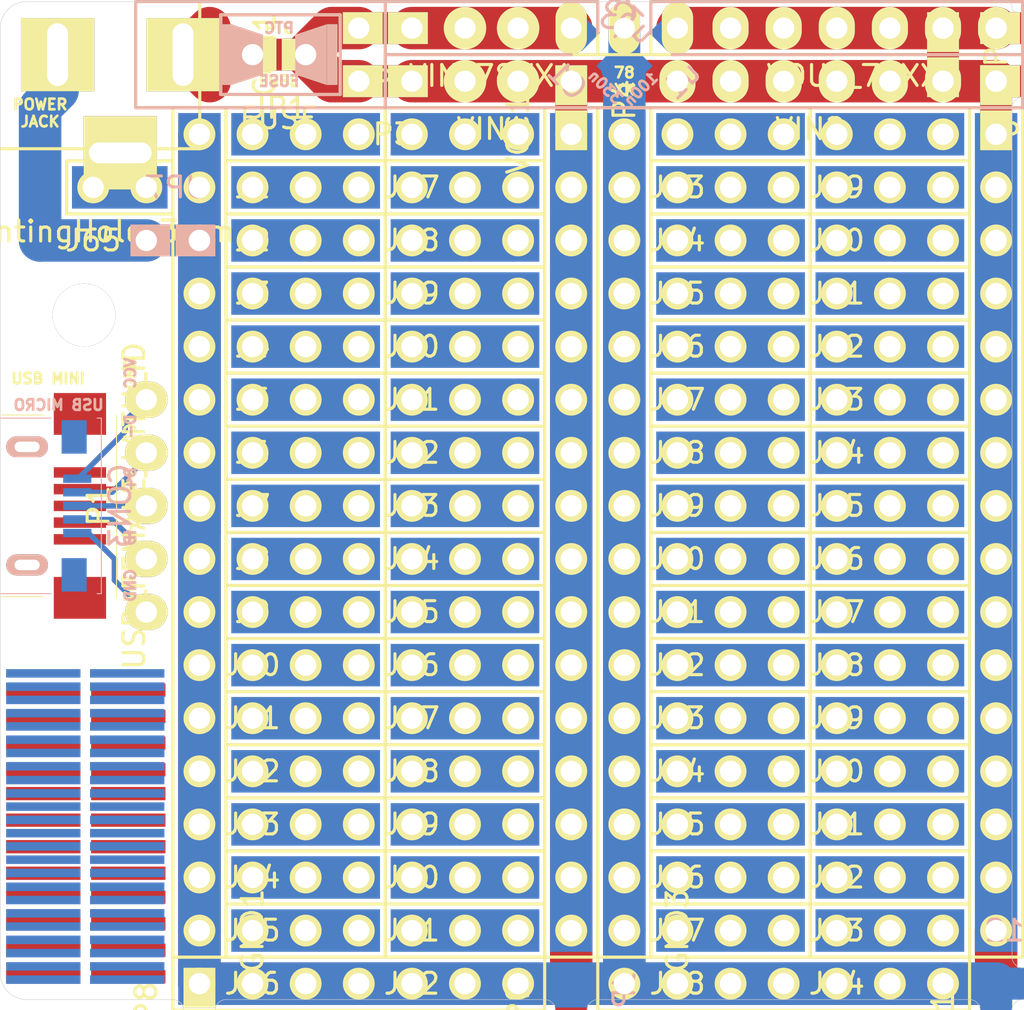
<source format=kicad_pcb>
(kicad_pcb (version 4) (host pcbnew "(2015-01-08 BZR 5360)-product")

  (general
    (links 341)
    (no_connects 10)
    (area 18.365667 17.871 83.267572 73.5965)
    (thickness 1.6)
    (drawings 66)
    (tracks 88)
    (zones 0)
    (modules 106)
    (nets 90)
  )

  (page A3)
  (layers
    (0 F.Cu signal hide)
    (31 B.Cu signal hide)
    (32 B.Adhes user)
    (33 F.Adhes user)
    (34 B.Paste user)
    (35 F.Paste user)
    (36 B.SilkS user)
    (37 F.SilkS user)
    (38 B.Mask user)
    (39 F.Mask user)
    (40 Dwgs.User user)
    (41 Cmts.User user)
    (42 Eco1.User user)
    (43 Eco2.User user)
    (44 Edge.Cuts user)
  )

  (setup
    (last_trace_width 0.254)
    (user_trace_width 1.524)
    (user_trace_width 2.032)
    (trace_clearance 0.254)
    (zone_clearance 0.508)
    (zone_45_only no)
    (trace_min 0.254)
    (segment_width 0.15)
    (edge_width 0.0254)
    (via_size 0.889)
    (via_drill 0.635)
    (via_min_size 0.889)
    (via_min_drill 0.508)
    (uvia_size 0.508)
    (uvia_drill 0.127)
    (uvias_allowed no)
    (uvia_min_size 0.508)
    (uvia_min_drill 0.127)
    (pcb_text_width 0.3)
    (pcb_text_size 1 1)
    (mod_edge_width 0.28)
    (mod_text_size 1 1)
    (mod_text_width 0.15)
    (pad_size 1.7272 2.032)
    (pad_drill 1.016)
    (pad_to_mask_clearance 0)
    (aux_axis_origin 0 0)
    (visible_elements FFFCFD0F)
    (pcbplotparams
      (layerselection 0x010f0_80000001)
      (usegerberextensions true)
      (excludeedgelayer false)
      (linewidth 0.150000)
      (plotframeref false)
      (viasonmask false)
      (mode 1)
      (useauxorigin false)
      (hpglpennumber 1)
      (hpglpenspeed 20)
      (hpglpendiameter 15)
      (hpglpenoverlay 2)
      (psnegative false)
      (psa4output false)
      (plotreference false)
      (plotvalue false)
      (plotinvisibletext false)
      (padsonsilk false)
      (subtractmaskfromsilk false)
      (outputformat 1)
      (mirror false)
      (drillshape 0)
      (scaleselection 1)
      (outputdirectory out/50x50_top_left/))
  )

  (net 0 "")
  (net 1 "Net-(C1-Pad1)")
  (net 2 "Net-(C1-Pad2)")
  (net 3 "Net-(C2-Pad1)")
  (net 4 "Net-(CON1-Pad1)")
  (net 5 "Net-(CON1-Pad2)")
  (net 6 "Net-(CON1-Pad3)")
  (net 7 "Net-(CON2-Pad1)")
  (net 8 "Net-(CON2-Pad2)")
  (net 9 "Net-(CON2-Pad3)")
  (net 10 "Net-(CON2-Pad4)")
  (net 11 "Net-(CON2-Pad5)")
  (net 12 "Net-(CON2-Pad6)")
  (net 13 "Net-(CON3-Pad6)")
  (net 14 "Net-(J1-Pad1)")
  (net 15 "Net-(J2-Pad1)")
  (net 16 "Net-(J3-Pad1)")
  (net 17 "Net-(J4-Pad1)")
  (net 18 "Net-(J5-Pad1)")
  (net 19 "Net-(J6-Pad1)")
  (net 20 "Net-(J7-Pad1)")
  (net 21 "Net-(J8-Pad1)")
  (net 22 "Net-(J9-Pad1)")
  (net 23 "Net-(J10-Pad1)")
  (net 24 "Net-(J11-Pad1)")
  (net 25 "Net-(J12-Pad1)")
  (net 26 "Net-(J13-Pad1)")
  (net 27 "Net-(J14-Pad1)")
  (net 28 "Net-(J15-Pad1)")
  (net 29 "Net-(J16-Pad1)")
  (net 30 "Net-(J17-Pad1)")
  (net 31 "Net-(J18-Pad1)")
  (net 32 "Net-(J19-Pad1)")
  (net 33 "Net-(J20-Pad1)")
  (net 34 "Net-(J21-Pad1)")
  (net 35 "Net-(J22-Pad1)")
  (net 36 "Net-(J23-Pad1)")
  (net 37 "Net-(J24-Pad1)")
  (net 38 "Net-(J25-Pad1)")
  (net 39 "Net-(J26-Pad1)")
  (net 40 "Net-(J27-Pad1)")
  (net 41 "Net-(J28-Pad1)")
  (net 42 "Net-(J29-Pad1)")
  (net 43 "Net-(J30-Pad1)")
  (net 44 "Net-(J31-Pad1)")
  (net 45 "Net-(J32-Pad1)")
  (net 46 "Net-(J33-Pad1)")
  (net 47 "Net-(J34-Pad1)")
  (net 48 "Net-(J35-Pad1)")
  (net 49 "Net-(J36-Pad1)")
  (net 50 "Net-(J37-Pad1)")
  (net 51 "Net-(J38-Pad1)")
  (net 52 "Net-(J39-Pad1)")
  (net 53 "Net-(J40-Pad1)")
  (net 54 "Net-(J41-Pad1)")
  (net 55 "Net-(J42-Pad1)")
  (net 56 "Net-(J43-Pad1)")
  (net 57 "Net-(J44-Pad1)")
  (net 58 "Net-(J45-Pad1)")
  (net 59 "Net-(J46-Pad1)")
  (net 60 "Net-(J47-Pad1)")
  (net 61 "Net-(J48-Pad1)")
  (net 62 "Net-(J49-Pad1)")
  (net 63 "Net-(J50-Pad1)")
  (net 64 "Net-(J51-Pad1)")
  (net 65 "Net-(J52-Pad1)")
  (net 66 "Net-(J53-Pad1)")
  (net 67 "Net-(J54-Pad1)")
  (net 68 "Net-(J55-Pad1)")
  (net 69 "Net-(J56-Pad1)")
  (net 70 "Net-(J57-Pad1)")
  (net 71 "Net-(J58-Pad1)")
  (net 72 "Net-(J59-Pad1)")
  (net 73 "Net-(J60-Pad1)")
  (net 74 "Net-(J61-Pad1)")
  (net 75 "Net-(J62-Pad1)")
  (net 76 "Net-(J63-Pad1)")
  (net 77 "Net-(J64-Pad1)")
  (net 78 "Net-(JP4-Pad1)")
  (net 79 "Net-(F1-Pad2)")
  (net 80 "Net-(JP14-Pad1)")
  (net 81 "Net-(JP11-Pad1)")
  (net 82 "Net-(JP8-Pad2)")
  (net 83 "Net-(JP9-Pad2)")
  (net 84 "Net-(JP10-Pad2)")
  (net 85 "Net-(JP11-Pad2)")
  (net 86 "Net-(JP12-Pad2)")
  (net 87 "Net-(JP13-Pad2)")
  (net 88 "Net-(JP14-Pad2)")
  (net 89 "Net-(JP15-Pad2)")

  (net_class Default "This is the default net class."
    (clearance 0.254)
    (trace_width 0.254)
    (via_dia 0.889)
    (via_drill 0.635)
    (uvia_dia 0.508)
    (uvia_drill 0.127)
    (add_net "Net-(C1-Pad1)")
    (add_net "Net-(C1-Pad2)")
    (add_net "Net-(C2-Pad1)")
    (add_net "Net-(CON2-Pad1)")
    (add_net "Net-(CON2-Pad2)")
    (add_net "Net-(CON2-Pad3)")
    (add_net "Net-(CON2-Pad4)")
    (add_net "Net-(CON2-Pad5)")
    (add_net "Net-(CON2-Pad6)")
    (add_net "Net-(CON3-Pad6)")
    (add_net "Net-(F1-Pad2)")
    (add_net "Net-(J1-Pad1)")
    (add_net "Net-(J10-Pad1)")
    (add_net "Net-(J11-Pad1)")
    (add_net "Net-(J12-Pad1)")
    (add_net "Net-(J13-Pad1)")
    (add_net "Net-(J14-Pad1)")
    (add_net "Net-(J15-Pad1)")
    (add_net "Net-(J16-Pad1)")
    (add_net "Net-(J17-Pad1)")
    (add_net "Net-(J18-Pad1)")
    (add_net "Net-(J19-Pad1)")
    (add_net "Net-(J2-Pad1)")
    (add_net "Net-(J20-Pad1)")
    (add_net "Net-(J21-Pad1)")
    (add_net "Net-(J22-Pad1)")
    (add_net "Net-(J23-Pad1)")
    (add_net "Net-(J24-Pad1)")
    (add_net "Net-(J25-Pad1)")
    (add_net "Net-(J26-Pad1)")
    (add_net "Net-(J27-Pad1)")
    (add_net "Net-(J28-Pad1)")
    (add_net "Net-(J29-Pad1)")
    (add_net "Net-(J3-Pad1)")
    (add_net "Net-(J30-Pad1)")
    (add_net "Net-(J31-Pad1)")
    (add_net "Net-(J32-Pad1)")
    (add_net "Net-(J33-Pad1)")
    (add_net "Net-(J34-Pad1)")
    (add_net "Net-(J35-Pad1)")
    (add_net "Net-(J36-Pad1)")
    (add_net "Net-(J37-Pad1)")
    (add_net "Net-(J38-Pad1)")
    (add_net "Net-(J39-Pad1)")
    (add_net "Net-(J4-Pad1)")
    (add_net "Net-(J40-Pad1)")
    (add_net "Net-(J41-Pad1)")
    (add_net "Net-(J42-Pad1)")
    (add_net "Net-(J43-Pad1)")
    (add_net "Net-(J44-Pad1)")
    (add_net "Net-(J45-Pad1)")
    (add_net "Net-(J46-Pad1)")
    (add_net "Net-(J47-Pad1)")
    (add_net "Net-(J48-Pad1)")
    (add_net "Net-(J49-Pad1)")
    (add_net "Net-(J5-Pad1)")
    (add_net "Net-(J50-Pad1)")
    (add_net "Net-(J51-Pad1)")
    (add_net "Net-(J52-Pad1)")
    (add_net "Net-(J53-Pad1)")
    (add_net "Net-(J54-Pad1)")
    (add_net "Net-(J55-Pad1)")
    (add_net "Net-(J56-Pad1)")
    (add_net "Net-(J57-Pad1)")
    (add_net "Net-(J58-Pad1)")
    (add_net "Net-(J59-Pad1)")
    (add_net "Net-(J6-Pad1)")
    (add_net "Net-(J60-Pad1)")
    (add_net "Net-(J61-Pad1)")
    (add_net "Net-(J62-Pad1)")
    (add_net "Net-(J63-Pad1)")
    (add_net "Net-(J64-Pad1)")
    (add_net "Net-(J7-Pad1)")
    (add_net "Net-(J8-Pad1)")
    (add_net "Net-(J9-Pad1)")
    (add_net "Net-(JP10-Pad2)")
    (add_net "Net-(JP11-Pad1)")
    (add_net "Net-(JP11-Pad2)")
    (add_net "Net-(JP12-Pad2)")
    (add_net "Net-(JP13-Pad2)")
    (add_net "Net-(JP14-Pad1)")
    (add_net "Net-(JP14-Pad2)")
    (add_net "Net-(JP15-Pad2)")
    (add_net "Net-(JP4-Pad1)")
    (add_net "Net-(JP8-Pad2)")
    (add_net "Net-(JP9-Pad2)")
  )

  (net_class Power ""
    (clearance 0.254)
    (trace_width 2.032)
    (via_dia 0.889)
    (via_drill 0.635)
    (uvia_dia 0.508)
    (uvia_drill 0.127)
    (add_net "Net-(CON1-Pad1)")
    (add_net "Net-(CON1-Pad2)")
    (add_net "Net-(CON1-Pad3)")
  )

  (module Capacitors_SMD:C_0805_HandSoldering (layer B.Cu) (tedit 5567A8A6) (tstamp 554CA9BC)
    (at 60.96 25.146 225)
    (descr "Capacitor SMD 0805, hand soldering")
    (tags "capacitor 0805")
    (path /53FF75B7)
    (attr smd)
    (fp_text reference C2 (at 0 2.1 225) (layer B.SilkS)
      (effects (font (size 1 1) (thickness 0.15)) (justify mirror))
    )
    (fp_text value u1 (at 0 -2.1 225) (layer B.SilkS)
      (effects (font (size 1 1) (thickness 0.15)) (justify mirror))
    )
    (fp_line (start -2.3 1) (end 2.3 1) (layer B.CrtYd) (width 0.05))
    (fp_line (start -2.3 -1) (end 2.3 -1) (layer B.CrtYd) (width 0.05))
    (fp_line (start -2.3 1) (end -2.3 -1) (layer B.CrtYd) (width 0.05))
    (fp_line (start 2.3 1) (end 2.3 -1) (layer B.CrtYd) (width 0.05))
    (pad 1 smd rect (at -1.25 0 225) (size 1.5 1.25) (layers B.Cu B.Paste B.Mask)
      (net 3 "Net-(C2-Pad1)"))
    (pad 2 smd rect (at 1.25 0 225) (size 1.5 1.25) (layers B.Cu B.Paste B.Mask)
      (net 2 "Net-(C1-Pad2)"))
    (model Capacitors_SMD/C_0805_HandSoldering.wrl
      (at (xyz 0 0 0))
      (scale (xyz 1 1 1))
      (rotate (xyz 0 0 0))
    )
  )

  (module Capacitors_SMD:C_0805_HandSoldering (layer B.Cu) (tedit 5567A731) (tstamp 554CA9B1)
    (at 58.4454 25.146 315)
    (descr "Capacitor SMD 0805, hand soldering")
    (tags "capacitor 0805")
    (path /53FF7346)
    (attr smd)
    (fp_text reference C1 (at 0 2.1 315) (layer B.SilkS)
      (effects (font (size 1 1) (thickness 0.15)) (justify mirror))
    )
    (fp_text value u33 (at 0 -2.1 315) (layer B.SilkS)
      (effects (font (size 1 1) (thickness 0.15)) (justify mirror))
    )
    (fp_line (start -2.3 1) (end 2.3 1) (layer B.CrtYd) (width 0.05))
    (fp_line (start -2.3 -1) (end 2.3 -1) (layer B.CrtYd) (width 0.05))
    (fp_line (start -2.3 1) (end -2.3 -1) (layer B.CrtYd) (width 0.05))
    (fp_line (start 2.3 1) (end 2.3 -1) (layer B.CrtYd) (width 0.05))
    (pad 1 smd rect (at -1.25 0 315) (size 1.5 1.25) (layers B.Cu B.Paste B.Mask)
      (net 1 "Net-(C1-Pad1)"))
    (pad 2 smd rect (at 1.25 0 315) (size 1.5 1.25) (layers B.Cu B.Paste B.Mask)
      (net 2 "Net-(C1-Pad2)"))
    (model Capacitors_SMD/C_0805_HandSoldering.wrl
      (at (xyz 0 0 0))
      (scale (xyz 1 1 1))
      (rotate (xyz 0 0 0))
    )
  )

  (module Socket_Strips:Socket_Strip_Straight_1x05 (layer F.Cu) (tedit 554C21F1) (tstamp 554C2654)
    (at 36.83 46.99 90)
    (descr "Through hole socket strip")
    (tags "socket strip")
    (path /53DD87F2)
    (fp_text reference P1 (at 0 -2.286 90) (layer F.SilkS)
      (effects (font (size 1 1) (thickness 0.15)))
    )
    (fp_text value CONN_5 (at 0 0 90) (layer F.SilkS) hide
      (effects (font (size 1 1) (thickness 0.15)))
    )
    (pad 1 thru_hole oval (at 5.08 0 270) (size 1.7272 2.032) (drill 1.016) (layers *.Cu *.Mask F.SilkS)
      (net 7 "Net-(CON2-Pad1)"))
    (pad 2 thru_hole oval (at 2.54 0 270) (size 1.7272 2.032) (drill 1.016) (layers *.Cu *.Mask F.SilkS)
      (net 8 "Net-(CON2-Pad2)"))
    (pad 3 thru_hole oval (at 0 0 270) (size 1.7272 2.032) (drill 1.016) (layers *.Cu *.Mask F.SilkS)
      (net 9 "Net-(CON2-Pad3)"))
    (pad 4 thru_hole oval (at -2.54 0 270) (size 1.7272 2.032) (drill 1.016) (layers *.Cu *.Mask F.SilkS)
      (net 10 "Net-(CON2-Pad4)"))
    (pad 5 thru_hole oval (at -5.08 0 270) (size 1.7272 2.032) (drill 1.016) (layers *.Cu *.Mask F.SilkS)
      (net 11 "Net-(CON2-Pad5)"))
    (model Socket_Strips/Socket_Strip_Straight_1x05.wrl
      (at (xyz 0 0 0))
      (scale (xyz 1 1 1))
      (rotate (xyz 0 0 0))
    )
  )

  (module Socket_Strips:Socket_Strip_Straight_1x06 (layer F.Cu) (tedit 554BBE95) (tstamp 554CB481)
    (at 68.58 26.67 180)
    (descr "Through hole socket strip")
    (tags "socket strip")
    (path /554BBC78)
    (fp_text reference VIN2 (at 0 -2.286 180) (layer F.SilkS)
      (effects (font (size 1 1) (thickness 0.15)))
    )
    (fp_text value CONN_6 (at 0 0 180) (layer F.SilkS) hide
      (effects (font (size 1 1) (thickness 0.15)))
    )
    (pad 1 thru_hole oval (at 6.35 0) (size 1.7272 2.032) (drill 1.016) (layers *.Cu *.Mask F.SilkS)
      (net 80 "Net-(JP14-Pad1)"))
    (pad 2 thru_hole oval (at 3.81 0) (size 1.7272 2.032) (drill 1.016) (layers *.Cu *.Mask F.SilkS)
      (net 80 "Net-(JP14-Pad1)"))
    (pad 3 thru_hole oval (at 1.27 0) (size 1.7272 2.032) (drill 1.016) (layers *.Cu *.Mask F.SilkS)
      (net 80 "Net-(JP14-Pad1)"))
    (pad 4 thru_hole oval (at -1.27 0) (size 1.7272 2.032) (drill 1.016) (layers *.Cu *.Mask F.SilkS)
      (net 80 "Net-(JP14-Pad1)"))
    (pad 5 thru_hole oval (at -3.81 0) (size 1.7272 2.032) (drill 1.016) (layers *.Cu *.Mask F.SilkS)
      (net 80 "Net-(JP14-Pad1)"))
    (pad 6 thru_hole oval (at -6.35 0) (size 1.7272 2.032) (drill 1.016) (layers *.Cu *.Mask F.SilkS)
      (net 80 "Net-(JP14-Pad1)"))
    (model Socket_Strips/Socket_Strip_Straight_1x06.wrl
      (at (xyz 0 0 0))
      (scale (xyz 1 1 1))
      (rotate (xyz 0 0 0))
    )
  )

  (module Socket_Strips:Socket_Strip_Straight_1x06 (layer F.Cu) (tedit 554BBE84) (tstamp 554CB49F)
    (at 71.12 24.13 180)
    (descr "Through hole socket strip")
    (tags "socket strip")
    (path /554BB9EB)
    (fp_text reference VOUT_78XX1 (at 0 -2.286 180) (layer F.SilkS)
      (effects (font (size 1 1) (thickness 0.15)))
    )
    (fp_text value CONN_6 (at 0 0 180) (layer F.SilkS) hide
      (effects (font (size 1 1) (thickness 0.15)))
    )
    (pad 1 thru_hole oval (at 6.35 0) (size 1.7272 2.032) (drill 1.016) (layers *.Cu *.Mask F.SilkS)
      (net 3 "Net-(C2-Pad1)"))
    (pad 2 thru_hole oval (at 3.81 0) (size 1.7272 2.032) (drill 1.016) (layers *.Cu *.Mask F.SilkS)
      (net 3 "Net-(C2-Pad1)"))
    (pad 3 thru_hole oval (at 1.27 0) (size 1.7272 2.032) (drill 1.016) (layers *.Cu *.Mask F.SilkS)
      (net 3 "Net-(C2-Pad1)"))
    (pad 4 thru_hole oval (at -1.27 0) (size 1.7272 2.032) (drill 1.016) (layers *.Cu *.Mask F.SilkS)
      (net 3 "Net-(C2-Pad1)"))
    (pad 5 thru_hole oval (at -3.81 0) (size 1.7272 2.032) (drill 1.016) (layers *.Cu *.Mask F.SilkS)
      (net 3 "Net-(C2-Pad1)"))
    (pad 6 thru_hole oval (at -6.35 0) (size 1.7272 2.032) (drill 1.016) (layers *.Cu *.Mask F.SilkS)
      (net 3 "Net-(C2-Pad1)"))
    (model Socket_Strips/Socket_Strip_Straight_1x06.wrl
      (at (xyz 0 0 0))
      (scale (xyz 1 1 1))
      (rotate (xyz 0 0 0))
    )
  )

  (module Socket_Strips:Socket_Strip_Straight_1x02 (layer F.Cu) (tedit 554BBDDD) (tstamp 554BC26C)
    (at 53.34 24.13 180)
    (descr "Through hole socket strip")
    (tags "socket strip")
    (path /554BC195)
    (fp_text reference VIN_78XX1 (at 0 -2.286 180) (layer F.SilkS)
      (effects (font (size 1 1) (thickness 0.15)))
    )
    (fp_text value CONN_2 (at 0 0 180) (layer F.SilkS) hide
      (effects (font (size 1 1) (thickness 0.15)))
    )
    (pad 1 thru_hole oval (at 1.27 0) (size 2.032 2.032) (drill 1.016) (layers *.Cu *.Mask F.SilkS)
      (net 1 "Net-(C1-Pad1)"))
    (pad 2 thru_hole oval (at -1.27 0) (size 2.032 2.032) (drill 1.016) (layers *.Cu *.Mask F.SilkS)
      (net 1 "Net-(C1-Pad1)"))
    (model Socket_Strips/Socket_Strip_Straight_1x02.wrl
      (at (xyz 0 0 0))
      (scale (xyz 1 1 1))
      (rotate (xyz 0 0 0))
    )
  )

  (module Socket_Strips:Socket_Strip_Straight_1x02 (layer F.Cu) (tedit 554BBDC7) (tstamp 554BC261)
    (at 53.34 26.67 180)
    (descr "Through hole socket strip")
    (tags "socket strip")
    (path /554BCE60)
    (fp_text reference VIN1 (at 0 -2.286 180) (layer F.SilkS)
      (effects (font (size 1 1) (thickness 0.15)))
    )
    (fp_text value CONN_2 (at 0 0 180) (layer F.SilkS) hide
      (effects (font (size 1 1) (thickness 0.15)))
    )
    (pad 1 thru_hole oval (at 1.27 0) (size 2.032 2.032) (drill 1.016) (layers *.Cu *.Mask F.SilkS)
      (net 80 "Net-(JP14-Pad1)"))
    (pad 2 thru_hole oval (at -1.27 0) (size 2.032 2.032) (drill 1.016) (layers *.Cu *.Mask F.SilkS)
      (net 80 "Net-(JP14-Pad1)"))
    (model Socket_Strips/Socket_Strip_Straight_1x02.wrl
      (at (xyz 0 0 0))
      (scale (xyz 1 1 1))
      (rotate (xyz 0 0 0))
    )
  )

  (module Transistors_TO-220:TO-220_Neutral123_Vertical (layer F.Cu) (tedit 554BB523) (tstamp 554CAF65)
    (at 59.69 24.13)
    (descr "TO-220, Neutral, Vertical,")
    (tags "TO-220, Neutral, Vertical,")
    (path /554BAE87)
    (fp_text reference U1 (at 0 -5.08) (layer F.SilkS)
      (effects (font (size 1 1) (thickness 0.15)))
    )
    (fp_text value LM7805CT (at 0 3.81) (layer F.SilkS) hide
      (effects (font (size 1 1) (thickness 0.15)))
    )
    (pad 2 thru_hole oval (at 0 0 90) (size 2.49936 1.50114) (drill 1.00076) (layers *.Cu *.Mask F.SilkS)
      (net 2 "Net-(C1-Pad2)"))
    (pad 1 thru_hole oval (at -2.54 0 90) (size 2.49936 1.50114) (drill 1.00076) (layers *.Cu *.Mask F.SilkS)
      (net 1 "Net-(C1-Pad1)"))
    (pad 3 thru_hole oval (at 2.54 0 90) (size 2.49936 1.50114) (drill 1.00076) (layers *.Cu *.Mask F.SilkS)
      (net 3 "Net-(C2-Pad1)"))
    (model Transistors_TO-220/TO-220_Neutral123_Vertical.wrl
      (at (xyz 0 0 0))
      (scale (xyz 0.3937 0.3937 0.3937))
      (rotate (xyz 0 0 0))
    )
  )

  (module Connect:BARREL_JACK (layer F.Cu) (tedit 554BA320) (tstamp 554C9E81)
    (at 32.385 25.4)
    (descr "DC Barrel Jack")
    (tags "Power Jack")
    (path /53DD4216)
    (fp_text reference CON1 (at 10.09904 0 90) (layer F.SilkS)
      (effects (font (size 1 1) (thickness 0.15)))
    )
    (fp_text value BARREL_JACK (at 0 -5.99948) (layer F.SilkS) hide
      (effects (font (size 1 1) (thickness 0.15)))
    )
    (fp_line (start -4.0005 -4.50088) (end -4.0005 4.50088) (layer F.SilkS) (width 0.15))
    (fp_line (start -7.50062 -4.50088) (end -7.50062 4.50088) (layer F.SilkS) (width 0.15))
    (fp_line (start -7.50062 4.50088) (end 7.00024 4.50088) (layer F.SilkS) (width 0.15))
    (fp_line (start 7.00024 4.50088) (end 7.00024 -4.50088) (layer F.SilkS) (width 0.15))
    (fp_line (start 7.00024 -4.50088) (end -7.50062 -4.50088) (layer F.SilkS) (width 0.15))
    (pad 1 thru_hole rect (at 6.20014 0) (size 3.50012 3.50012) (drill oval 1.00076 2.99974) (layers *.Cu *.Mask F.SilkS)
      (net 4 "Net-(CON1-Pad1)"))
    (pad 2 thru_hole rect (at 0.20066 0) (size 3.50012 3.50012) (drill oval 1.00076 2.99974) (layers *.Cu *.Mask F.SilkS)
      (net 5 "Net-(CON1-Pad2)"))
    (pad 3 thru_hole rect (at 3.2004 4.699) (size 3.50012 3.50012) (drill oval 2.99974 1.00076) (layers *.Cu *.Mask F.SilkS)
      (net 6 "Net-(CON1-Pad3)"))
  )

  (module Connectors:USB_Mini-B_Female (layer F.Cu) (tedit 54D6C508) (tstamp 554CA5E9)
    (at 33.655 46.99 270)
    (path /554C4729)
    (fp_text reference CON2 (at 0 9.95 450) (layer F.SilkS)
      (effects (font (size 1 1) (thickness 0.15)))
    )
    (fp_text value USB_FEMALE_WITH_ID (at 0 -2.6 450) (layer F.SilkS)
      (effects (font (size 1 1) (thickness 0.15)))
    )
    (fp_line (start -4.35 7.25) (end -4.35 7.8) (layer F.SilkS) (width 0.05))
    (fp_line (start 4.35 7.25) (end 4.35 7.8) (layer F.SilkS) (width 0.05))
    (fp_line (start 4.35 7.8) (end 4.35 8.8) (layer F.SilkS) (width 0.05))
    (fp_line (start -4.35 7.8) (end -4.35 8.8) (layer F.SilkS) (width 0.05))
    (fp_line (start -4.35 1.75) (end -4.35 3.75) (layer F.SilkS) (width 0.05))
    (fp_line (start 4.35 1.75) (end 4.35 3.75) (layer F.SilkS) (width 0.05))
    (fp_line (start -4.35 -1.75) (end 4.35 -1.75) (layer F.SilkS) (width 0.05))
    (fp_line (start 0.4 5.45) (end 0.2 4.35) (layer F.SilkS) (width 0.05))
    (fp_line (start 0.2 4.35) (end -0.2 4.35) (layer F.SilkS) (width 0.05))
    (fp_line (start -0.2 4.35) (end -0.45 5.45) (layer F.SilkS) (width 0.05))
    (fp_line (start -0.45 5.45) (end 0.45 5.45) (layer F.SilkS) (width 0.05))
    (fp_line (start -0.45 7.8) (end -0.45 4.1) (layer F.SilkS) (width 0.05))
    (fp_line (start -0.45 4.1) (end 0.45 4.1) (layer F.SilkS) (width 0.05))
    (fp_line (start 0.45 4.1) (end 0.45 7.8) (layer F.SilkS) (width 0.05))
    (fp_line (start -4.35 7.8) (end 4.35 7.8) (layer F.SilkS) (width 0.05))
    (fp_line (start -4.35 8.8) (end 4.35 8.8) (layer F.SilkS) (width 0.05))
    (pad 1 smd rect (at -1.6 0 90) (size 0.5 2.5) (layers F.Cu F.Paste F.Mask)
      (net 7 "Net-(CON2-Pad1)"))
    (pad 2 smd rect (at -0.8 0 90) (size 0.5 2.5) (layers F.Cu F.Paste F.Mask)
      (net 8 "Net-(CON2-Pad2)"))
    (pad 3 smd rect (at 0 0 90) (size 0.5 2.5) (layers F.Cu F.Paste F.Mask)
      (net 9 "Net-(CON2-Pad3)"))
    (pad 4 smd rect (at 0.8 0 90) (size 0.5 2.5) (layers F.Cu F.Paste F.Mask)
      (net 10 "Net-(CON2-Pad4)"))
    (pad 5 smd rect (at 1.6 0 90) (size 0.5 2.5) (layers F.Cu F.Paste F.Mask)
      (net 11 "Net-(CON2-Pad5)"))
    (pad 6 smd rect (at 4.4 5.5 90) (size 2 2.5) (layers F.Cu F.Paste F.Mask)
      (net 12 "Net-(CON2-Pad6)"))
    (pad 6 smd rect (at 4.4 0 90) (size 2 2.5) (layers F.Cu F.Paste F.Mask)
      (net 12 "Net-(CON2-Pad6)"))
    (pad 6 smd rect (at -4.4 0 90) (size 2 2.5) (layers F.Cu F.Paste F.Mask)
      (net 12 "Net-(CON2-Pad6)"))
    (pad 6 smd rect (at -4.4 5.5 90) (size 2 2.5) (layers F.Cu F.Paste F.Mask)
      (net 12 "Net-(CON2-Pad6)"))
  )

  (module Connectors:USB_Micro-B_Female_Wellco_AUSB_1011_05S2 (layer B.Cu) (tedit 554BAFF4) (tstamp 554CA604)
    (at 33.528 46.99 90)
    (path /554C498A)
    (fp_text reference CON3 (at 0 2.05 90) (layer B.SilkS)
      (effects (font (size 1 1) (thickness 0.15)) (justify mirror))
    )
    (fp_text value USB_FEMALE_WITH_ID (at 0 -7 90) (layer B.SilkS)
      (effects (font (size 1 1) (thickness 0.15)) (justify mirror))
    )
    (fp_line (start -4.2 1.15) (end -4.2 0.95) (layer B.SilkS) (width 0.05))
    (fp_line (start 4.2 1.15) (end 4.2 0.95) (layer B.SilkS) (width 0.05))
    (fp_line (start -4.2 1.15) (end 4.2 1.15) (layer B.SilkS) (width 0.05))
    (fp_line (start 4.2 -1.25) (end 4.2 -5.4) (layer B.SilkS) (width 0.05))
    (fp_line (start -4.2 -1.25) (end -4.2 -5.4) (layer B.SilkS) (width 0.05))
    (fp_line (start 4.2 -6) (end -4.2 -6) (layer B.SilkS) (width 0.05))
    (fp_line (start -4.2 -6) (end -4.2 -5.4) (layer B.SilkS) (width 0.05))
    (fp_line (start 4.2 -6) (end 4.2 -5.4) (layer B.SilkS) (width 0.05))
    (fp_line (start 4.2 -4.9) (end 4.5 -6) (layer B.SilkS) (width 0.05))
    (fp_line (start -4.2 -4.9) (end -4.5 -6) (layer B.SilkS) (width 0.05))
    (fp_line (start 4.2 -4.9) (end -4.2 -4.9) (layer B.SilkS) (width 0.05))
    (pad 6 thru_hole oval (at 2.825 -2.4 270) (size 1 2) (drill oval 0.5 1.2) (layers *.Cu *.Mask B.SilkS)
      (net 13 "Net-(CON3-Pad6)") (clearance 0.25))
    (pad 1 smd rect (at -1.3 0 270) (size 0.4 1.35) (layers B.Cu B.Paste B.Mask)
      (net 11 "Net-(CON2-Pad5)"))
    (pad 2 smd rect (at -0.65 0 270) (size 0.4 1.35) (layers B.Cu B.Paste B.Mask)
      (net 10 "Net-(CON2-Pad4)"))
    (pad 3 smd rect (at 0 0 270) (size 0.4 1.35) (layers B.Cu B.Paste B.Mask)
      (net 9 "Net-(CON2-Pad3)"))
    (pad 4 smd rect (at 0.65 0 270) (size 0.4 1.35) (layers B.Cu B.Paste B.Mask)
      (net 8 "Net-(CON2-Pad2)"))
    (pad 5 smd rect (at 1.3 0 270) (size 0.4 1.35) (layers B.Cu B.Paste B.Mask)
      (net 7 "Net-(CON2-Pad1)"))
    (pad 6 thru_hole oval (at -2.825 -2.4 270) (size 1 2) (drill oval 0.5 1.2) (layers *.Cu *.Mask B.SilkS)
      (net 13 "Net-(CON3-Pad6)") (clearance 0.25))
    (pad 6 smd rect (at -3.3 -0.15 270) (size 1.6 1.2) (layers B.Cu B.Paste B.Mask)
      (net 13 "Net-(CON3-Pad6)") (clearance 0.249999))
    (pad 6 smd rect (at 3.3 -0.15 270) (size 1.6 1.2) (layers B.Cu B.Paste B.Mask)
      (net 13 "Net-(CON3-Pad6)") (clearance 0.24999))
  )

  (module Muonde:CC12ZZ (layer F.Cu) (tedit 554BA35B) (tstamp 554CA532)
    (at 43.18 25.4)
    (path /53DDB6F8)
    (fp_text reference F1 (at -0.127 -2.794) (layer F.SilkS) hide
      (effects (font (size 1 1) (thickness 0.15)))
    )
    (fp_text value FUSE (at 0 3.048) (layer F.SilkS)
      (effects (font (size 1 1) (thickness 0.15)))
    )
    (fp_line (start -2.794 -1.905) (end 2.921 -1.905) (layer F.SilkS) (width 0.15))
    (fp_line (start 2.921 -1.905) (end 2.921 1.905) (layer F.SilkS) (width 0.15))
    (fp_line (start 2.921 1.905) (end -2.794 1.905) (layer F.SilkS) (width 0.15))
    (fp_line (start -2.794 1.905) (end -2.794 -1.905) (layer F.SilkS) (width 0.15))
    (pad 1 smd trapezoid (at -1.524 0) (size 1.50114 2.39268) (rect_delta 0.50038 0 ) (layers F.Cu F.Paste F.SilkS F.Mask)
      (net 4 "Net-(CON1-Pad1)"))
    (pad 2 smd trapezoid (at 1.524 0) (size 1.50114 2.39268) (rect_delta -0.50038 0 ) (layers F.Cu F.Paste F.SilkS F.Mask)
      (net 79 "Net-(F1-Pad2)"))
    (pad 2 smd rect (at 2.54 0) (size 0.50038 2.90068) (layers F.Cu F.Paste F.SilkS F.Mask)
      (net 79 "Net-(F1-Pad2)"))
    (pad 1 smd rect (at -2.4892 0) (size 0.50038 2.90068) (layers F.Cu F.Paste F.SilkS F.Mask)
      (net 4 "Net-(CON1-Pad1)"))
  )

  (module Muonde:CC12ZZ (layer B.Cu) (tedit 554BA35B) (tstamp 554C9ECC)
    (at 43.18 25.4)
    (path /53DDB707)
    (fp_text reference F2 (at -0.127 2.794) (layer B.SilkS) hide
      (effects (font (size 1 1) (thickness 0.15)) (justify mirror))
    )
    (fp_text value FUSE (at 0 -3.048) (layer B.SilkS)
      (effects (font (size 1 1) (thickness 0.15)) (justify mirror))
    )
    (fp_line (start -2.794 1.905) (end 2.921 1.905) (layer B.SilkS) (width 0.15))
    (fp_line (start 2.921 1.905) (end 2.921 -1.905) (layer B.SilkS) (width 0.15))
    (fp_line (start 2.921 -1.905) (end -2.794 -1.905) (layer B.SilkS) (width 0.15))
    (fp_line (start -2.794 -1.905) (end -2.794 1.905) (layer B.SilkS) (width 0.15))
    (pad 1 smd trapezoid (at -1.524 0) (size 1.50114 2.39268) (rect_delta 0.50038 0 ) (layers B.Cu B.Paste B.SilkS B.Mask)
      (net 4 "Net-(CON1-Pad1)"))
    (pad 2 smd trapezoid (at 1.524 0) (size 1.50114 2.39268) (rect_delta -0.50038 0 ) (layers B.Cu B.Paste B.SilkS B.Mask)
      (net 79 "Net-(F1-Pad2)"))
    (pad 2 smd rect (at 2.54 0) (size 0.50038 2.90068) (layers B.Cu B.Paste B.SilkS B.Mask)
      (net 79 "Net-(F1-Pad2)"))
    (pad 1 smd rect (at -2.4892 0) (size 0.50038 2.90068) (layers B.Cu B.Paste B.SilkS B.Mask)
      (net 4 "Net-(CON1-Pad1)"))
  )

  (module 2.54mm_Pin_Headers:Solder_Jumper_1x2_Shorted_T (layer F.Cu) (tedit 54B18D35) (tstamp 554CA1E7)
    (at 43.18 25.4)
    (path /53DD424D)
    (fp_text reference JP1 (at 0 2.54) (layer F.SilkS)
      (effects (font (size 1 1) (thickness 0.15)))
    )
    (fp_text value JUMPER (at 0 -2.54) (layer F.SilkS) hide
      (effects (font (size 1 1) (thickness 0.15)))
    )
    (fp_line (start 1.27 0) (end -1.27 0) (layer F.Cu) (width 1.524))
    (pad 1 thru_hole rect (at -1.27 0) (size 1.905 1.524) (drill 1.016 (offset 0.1905 0)) (layers *.Cu *.Mask F.SilkS)
      (net 4 "Net-(CON1-Pad1)"))
    (pad 2 thru_hole rect (at 1.27 0) (size 1.905 1.524) (drill 1.016 (offset -0.1905 0)) (layers *.Cu *.Mask F.SilkS)
      (net 79 "Net-(F1-Pad2)"))
    (pad "" smd rect (at 0 0) (size 0.254 1.524) (layers *.Mask))
  )

  (module 2.54mm_Pin_Headers:Solder_Jumper_1x2_Shorted_T (layer F.Cu) (tedit 54B18D35) (tstamp 554CA1EE)
    (at 48.26 24.13)
    (path /53DD422F)
    (fp_text reference JP2 (at 0 2.54) (layer F.SilkS)
      (effects (font (size 1 1) (thickness 0.15)))
    )
    (fp_text value JUMPER (at 0 -2.54) (layer F.SilkS) hide
      (effects (font (size 1 1) (thickness 0.15)))
    )
    (fp_line (start 1.27 0) (end -1.27 0) (layer F.Cu) (width 1.524))
    (pad 1 thru_hole rect (at -1.27 0) (size 1.905 1.524) (drill 1.016 (offset 0.1905 0)) (layers *.Cu *.Mask F.SilkS)
      (net 79 "Net-(F1-Pad2)"))
    (pad 2 thru_hole rect (at 1.27 0) (size 1.905 1.524) (drill 1.016 (offset -0.1905 0)) (layers *.Cu *.Mask F.SilkS)
      (net 1 "Net-(C1-Pad1)"))
    (pad "" smd rect (at 0 0) (size 0.254 1.524) (layers *.Mask))
  )

  (module 2.54mm_Pin_Headers:Solder_Jumper_1x2_Shorted_T (layer F.Cu) (tedit 54B18D35) (tstamp 554CA1F5)
    (at 48.26 26.67)
    (path /53DD423E)
    (fp_text reference JP3 (at 0 2.54) (layer F.SilkS)
      (effects (font (size 1 1) (thickness 0.15)))
    )
    (fp_text value JUMPER (at 0 -2.54) (layer F.SilkS) hide
      (effects (font (size 1 1) (thickness 0.15)))
    )
    (fp_line (start 1.27 0) (end -1.27 0) (layer F.Cu) (width 1.524))
    (pad 1 thru_hole rect (at -1.27 0) (size 1.905 1.524) (drill 1.016 (offset 0.1905 0)) (layers *.Cu *.Mask F.SilkS)
      (net 79 "Net-(F1-Pad2)"))
    (pad 2 thru_hole rect (at 1.27 0) (size 1.905 1.524) (drill 1.016 (offset -0.1905 0)) (layers *.Cu *.Mask F.SilkS)
      (net 80 "Net-(JP14-Pad1)"))
    (pad "" smd rect (at 0 0) (size 0.254 1.524) (layers *.Mask))
  )

  (module 2.54mm_Pin_Headers:Solder_Jumper_1x2_Shorted_T (layer F.Cu) (tedit 54B18D35) (tstamp 554C6125)
    (at 57.15 27.94 90)
    (path /53FB40CE)
    (fp_text reference JP4 (at 0 2.54 90) (layer F.SilkS)
      (effects (font (size 1 1) (thickness 0.15)))
    )
    (fp_text value JUMPER (at 0 -2.54 90) (layer F.SilkS) hide
      (effects (font (size 1 1) (thickness 0.15)))
    )
    (fp_line (start 1.27 0) (end -1.27 0) (layer F.Cu) (width 1.524))
    (pad 1 thru_hole rect (at -1.27 0 90) (size 1.905 1.524) (drill 1.016 (offset 0.1905 0)) (layers *.Cu *.Mask F.SilkS)
      (net 78 "Net-(JP4-Pad1)"))
    (pad 2 thru_hole rect (at 1.27 0 90) (size 1.905 1.524) (drill 1.016 (offset -0.1905 0)) (layers *.Cu *.Mask F.SilkS)
      (net 80 "Net-(JP14-Pad1)"))
    (pad "" smd rect (at 0 0 90) (size 0.254 1.524) (layers *.Mask))
  )

  (module 2.54mm_Pin_Headers:Solder_Jumper_1x2_Shorted_T (layer F.Cu) (tedit 54B18D35) (tstamp 554CA203)
    (at 77.47 27.94 90)
    (path /53FB40DD)
    (fp_text reference JP5 (at 0 2.54 90) (layer F.SilkS)
      (effects (font (size 1 1) (thickness 0.15)))
    )
    (fp_text value JUMPER (at 0 -2.54 90) (layer F.SilkS) hide
      (effects (font (size 1 1) (thickness 0.15)))
    )
    (fp_line (start 1.27 0) (end -1.27 0) (layer F.Cu) (width 1.524))
    (pad 1 thru_hole rect (at -1.27 0 90) (size 1.905 1.524) (drill 1.016 (offset 0.1905 0)) (layers *.Cu *.Mask F.SilkS)
      (net 81 "Net-(JP11-Pad1)"))
    (pad 2 thru_hole rect (at 1.27 0 90) (size 1.905 1.524) (drill 1.016 (offset -0.1905 0)) (layers *.Cu *.Mask F.SilkS)
      (net 80 "Net-(JP14-Pad1)"))
    (pad "" smd rect (at 0 0 90) (size 0.254 1.524) (layers *.Mask))
  )

  (module 2.54mm_Pin_Headers:Solder_Jumper_1x2_Shorted_T (layer F.Cu) (tedit 54B18D35) (tstamp 554CA20A)
    (at 74.93 25.4 90)
    (path /53FE5756)
    (fp_text reference JP6 (at 0 2.54 90) (layer F.SilkS)
      (effects (font (size 1 1) (thickness 0.15)))
    )
    (fp_text value JUMPER (at 0 -2.54 90) (layer F.SilkS) hide
      (effects (font (size 1 1) (thickness 0.15)))
    )
    (fp_line (start 1.27 0) (end -1.27 0) (layer F.Cu) (width 1.524))
    (pad 1 thru_hole rect (at -1.27 0 90) (size 1.905 1.524) (drill 1.016 (offset 0.1905 0)) (layers *.Cu *.Mask F.SilkS)
      (net 80 "Net-(JP14-Pad1)"))
    (pad 2 thru_hole rect (at 1.27 0 90) (size 1.905 1.524) (drill 1.016 (offset -0.1905 0)) (layers *.Cu *.Mask F.SilkS)
      (net 3 "Net-(C2-Pad1)"))
    (pad "" smd rect (at 0 0 90) (size 0.254 1.524) (layers *.Mask))
  )

  (module 2.54mm_Pin_Headers:Solder_Jumper_1x2_Shorted_T (layer B.Cu) (tedit 54B18D35) (tstamp 554BBEA3)
    (at 38.1 34.29)
    (path /554BE7A5)
    (fp_text reference JP7 (at 0 -2.54) (layer B.SilkS)
      (effects (font (size 1 1) (thickness 0.15)) (justify mirror))
    )
    (fp_text value JUMPER (at 0 2.54) (layer B.SilkS) hide
      (effects (font (size 1 1) (thickness 0.15)) (justify mirror))
    )
    (fp_line (start 1.27 0) (end -1.27 0) (layer B.Cu) (width 1.524))
    (pad 1 thru_hole rect (at -1.27 0) (size 1.905 1.524) (drill 1.016 (offset 0.1905 0)) (layers *.Cu *.Mask B.SilkS)
      (net 5 "Net-(CON1-Pad2)"))
    (pad 2 thru_hole rect (at 1.27 0) (size 1.905 1.524) (drill 1.016 (offset -0.1905 0)) (layers *.Cu *.Mask B.SilkS)
      (net 2 "Net-(C1-Pad2)"))
    (pad "" smd rect (at 0 0) (size 0.254 1.524) (layers *.Mask))
  )

  (module Mounting_Holes:MountingHole_3mm (layer F.Cu) (tedit 554BC027) (tstamp 554BD716)
    (at 33.85 37.86)
    (descr "Mounting hole, Befestigungsbohrung, 3mm, No Annular, Kein Restring,")
    (tags "Mounting hole, Befestigungsbohrung, 3mm, No Annular, Kein Restring,")
    (fp_text reference MountingHole_3mm (at 0 -4.0005) (layer F.SilkS)
      (effects (font (size 1 1) (thickness 0.15)))
    )
    (fp_text value VAL** (at 1.00076 5.00126) (layer F.SilkS) hide
      (effects (font (size 1 1) (thickness 0.15)))
    )
    (fp_circle (center 0 0) (end 2.99974 0) (layer Cmts.User) (width 0.381))
    (pad 1 thru_hole circle (at 0 0) (size 2.99974 2.99974) (drill 2.99974) (layers))
  )

  (module SMD:SMD_065_357_8X2 (layer B.Cu) (tedit 554BCB39) (tstamp 554BCD7B)
    (at 33.909 57.2262)
    (fp_text reference Ref** (at 0 0.0127) (layer B.SilkS) hide
      (effects (font (size 1 1) (thickness 0.15)) (justify mirror))
    )
    (fp_text value Val** (at 0 0.0127) (layer B.SilkS) hide
      (effects (font (size 1 1) (thickness 0.15)) (justify mirror))
    )
    (pad 1 smd rect (at -2.0066 2.2225) (size 3.556 0.4064) (layers B.Cu B.Paste B.Mask)
      (clearance 0.2286))
    (pad 2 smd rect (at 2.0066 2.2225) (size 3.556 0.4064) (layers B.Cu B.Paste B.Mask)
      (clearance 0.2286))
    (pad 3 smd rect (at -2.0066 1.5875) (size 3.556 0.4064) (layers B.Cu B.Paste B.Mask)
      (clearance 0.2286))
    (pad 4 smd rect (at 2.0066 1.5875) (size 3.556 0.4064) (layers B.Cu B.Paste B.Mask)
      (clearance 0.2286))
    (pad 5 smd rect (at -2.0066 0.9525) (size 3.556 0.4064) (layers B.Cu B.Paste B.Mask)
      (clearance 0.2286))
    (pad 6 smd rect (at 2.0066 0.9525) (size 3.556 0.4064) (layers B.Cu B.Paste B.Mask)
      (clearance 0.2286))
    (pad 7 smd rect (at -2.0066 0.3175) (size 3.556 0.4064) (layers B.Cu B.Paste B.Mask)
      (clearance 0.2286))
    (pad 8 smd rect (at 2.0066 0.3175) (size 3.556 0.4064) (layers B.Cu B.Paste B.Mask)
      (clearance 0.2286))
    (pad 9 smd rect (at -2.0066 -0.3175) (size 3.556 0.4064) (layers B.Cu B.Paste B.Mask)
      (clearance 0.2286))
    (pad 10 smd rect (at 2.0066 -0.3175) (size 3.556 0.4064) (layers B.Cu B.Paste B.Mask)
      (clearance 0.2286))
    (pad 11 smd rect (at -2.0066 -0.9525) (size 3.556 0.4064) (layers B.Cu B.Paste B.Mask)
      (clearance 0.2286))
    (pad 12 smd rect (at 2.0066 -0.9525) (size 3.556 0.4064) (layers B.Cu B.Paste B.Mask)
      (clearance 0.2286))
    (pad 13 smd rect (at -2.0066 -1.5875) (size 3.556 0.4064) (layers B.Cu B.Paste B.Mask)
      (clearance 0.2286))
    (pad 14 smd rect (at 2.0066 -1.5875) (size 3.556 0.4064) (layers B.Cu B.Paste B.Mask)
      (clearance 0.2286))
    (pad 15 smd rect (at -2.0066 -2.2225) (size 3.556 0.4064) (layers B.Cu B.Paste B.Mask)
      (clearance 0.2286))
    (pad 16 smd rect (at 2.0066 -2.2225) (size 3.556 0.4064) (layers B.Cu B.Paste B.Mask)
      (clearance 0.2286))
  )

  (module SMD:SMD_065_357_8X2 (layer B.Cu) (tedit 554BCB39) (tstamp 554BCDA2)
    (at 33.909 62.3316)
    (fp_text reference Ref** (at 0 0.0127) (layer B.SilkS) hide
      (effects (font (size 1 1) (thickness 0.15)) (justify mirror))
    )
    (fp_text value Val** (at 0 0.0127) (layer B.SilkS) hide
      (effects (font (size 1 1) (thickness 0.15)) (justify mirror))
    )
    (pad 1 smd rect (at -2.0066 2.2225) (size 3.556 0.4064) (layers B.Cu B.Paste B.Mask)
      (clearance 0.2286))
    (pad 2 smd rect (at 2.0066 2.2225) (size 3.556 0.4064) (layers B.Cu B.Paste B.Mask)
      (clearance 0.2286))
    (pad 3 smd rect (at -2.0066 1.5875) (size 3.556 0.4064) (layers B.Cu B.Paste B.Mask)
      (clearance 0.2286))
    (pad 4 smd rect (at 2.0066 1.5875) (size 3.556 0.4064) (layers B.Cu B.Paste B.Mask)
      (clearance 0.2286))
    (pad 5 smd rect (at -2.0066 0.9525) (size 3.556 0.4064) (layers B.Cu B.Paste B.Mask)
      (clearance 0.2286))
    (pad 6 smd rect (at 2.0066 0.9525) (size 3.556 0.4064) (layers B.Cu B.Paste B.Mask)
      (clearance 0.2286))
    (pad 7 smd rect (at -2.0066 0.3175) (size 3.556 0.4064) (layers B.Cu B.Paste B.Mask)
      (clearance 0.2286))
    (pad 8 smd rect (at 2.0066 0.3175) (size 3.556 0.4064) (layers B.Cu B.Paste B.Mask)
      (clearance 0.2286))
    (pad 9 smd rect (at -2.0066 -0.3175) (size 3.556 0.4064) (layers B.Cu B.Paste B.Mask)
      (clearance 0.2286))
    (pad 10 smd rect (at 2.0066 -0.3175) (size 3.556 0.4064) (layers B.Cu B.Paste B.Mask)
      (clearance 0.2286))
    (pad 11 smd rect (at -2.0066 -0.9525) (size 3.556 0.4064) (layers B.Cu B.Paste B.Mask)
      (clearance 0.2286))
    (pad 12 smd rect (at 2.0066 -0.9525) (size 3.556 0.4064) (layers B.Cu B.Paste B.Mask)
      (clearance 0.2286))
    (pad 13 smd rect (at -2.0066 -1.5875) (size 3.556 0.4064) (layers B.Cu B.Paste B.Mask)
      (clearance 0.2286))
    (pad 14 smd rect (at 2.0066 -1.5875) (size 3.556 0.4064) (layers B.Cu B.Paste B.Mask)
      (clearance 0.2286))
    (pad 15 smd rect (at -2.0066 -2.2225) (size 3.556 0.4064) (layers B.Cu B.Paste B.Mask)
      (clearance 0.2286))
    (pad 16 smd rect (at 2.0066 -2.2225) (size 3.556 0.4064) (layers B.Cu B.Paste B.Mask)
      (clearance 0.2286))
  )

  (module SMD:SMD_065_357_8X2 (layer B.Cu) (tedit 554BCB39) (tstamp 554BCDC9)
    (at 33.909 67.437)
    (fp_text reference Ref** (at 0 0.0127) (layer B.SilkS) hide
      (effects (font (size 1 1) (thickness 0.15)) (justify mirror))
    )
    (fp_text value Val** (at 0 0.0127) (layer B.SilkS) hide
      (effects (font (size 1 1) (thickness 0.15)) (justify mirror))
    )
    (pad 1 smd rect (at -2.0066 2.2225) (size 3.556 0.4064) (layers B.Cu B.Paste B.Mask)
      (clearance 0.2286))
    (pad 2 smd rect (at 2.0066 2.2225) (size 3.556 0.4064) (layers B.Cu B.Paste B.Mask)
      (clearance 0.2286))
    (pad 3 smd rect (at -2.0066 1.5875) (size 3.556 0.4064) (layers B.Cu B.Paste B.Mask)
      (clearance 0.2286))
    (pad 4 smd rect (at 2.0066 1.5875) (size 3.556 0.4064) (layers B.Cu B.Paste B.Mask)
      (clearance 0.2286))
    (pad 5 smd rect (at -2.0066 0.9525) (size 3.556 0.4064) (layers B.Cu B.Paste B.Mask)
      (clearance 0.2286))
    (pad 6 smd rect (at 2.0066 0.9525) (size 3.556 0.4064) (layers B.Cu B.Paste B.Mask)
      (clearance 0.2286))
    (pad 7 smd rect (at -2.0066 0.3175) (size 3.556 0.4064) (layers B.Cu B.Paste B.Mask)
      (clearance 0.2286))
    (pad 8 smd rect (at 2.0066 0.3175) (size 3.556 0.4064) (layers B.Cu B.Paste B.Mask)
      (clearance 0.2286))
    (pad 9 smd rect (at -2.0066 -0.3175) (size 3.556 0.4064) (layers B.Cu B.Paste B.Mask)
      (clearance 0.2286))
    (pad 10 smd rect (at 2.0066 -0.3175) (size 3.556 0.4064) (layers B.Cu B.Paste B.Mask)
      (clearance 0.2286))
    (pad 11 smd rect (at -2.0066 -0.9525) (size 3.556 0.4064) (layers B.Cu B.Paste B.Mask)
      (clearance 0.2286))
    (pad 12 smd rect (at 2.0066 -0.9525) (size 3.556 0.4064) (layers B.Cu B.Paste B.Mask)
      (clearance 0.2286))
    (pad 13 smd rect (at -2.0066 -1.5875) (size 3.556 0.4064) (layers B.Cu B.Paste B.Mask)
      (clearance 0.2286))
    (pad 14 smd rect (at 2.0066 -1.5875) (size 3.556 0.4064) (layers B.Cu B.Paste B.Mask)
      (clearance 0.2286))
    (pad 15 smd rect (at -2.0066 -2.2225) (size 3.556 0.4064) (layers B.Cu B.Paste B.Mask)
      (clearance 0.2286))
    (pad 16 smd rect (at 2.0066 -2.2225) (size 3.556 0.4064) (layers B.Cu B.Paste B.Mask)
      (clearance 0.2286))
  )

  (module SMD:SMD_127_357_4X2 (layer F.Cu) (tedit 554BCCE7) (tstamp 554BD2FC)
    (at 33.9344 67.6148)
    (fp_text reference Ref** (at 0 0) (layer F.SilkS) hide
      (effects (font (size 1 1) (thickness 0.15)))
    )
    (fp_text value Val** (at 0 0) (layer F.SilkS) hide
      (effects (font (size 1 1) (thickness 0.15)))
    )
    (pad 3 smd rect (at -2.032 -0.635) (size 3.556 0.635) (layers F.Cu F.Paste F.Mask))
    (pad 4 smd rect (at 2.032 -0.635) (size 3.556 0.635) (layers F.Cu F.Paste F.Mask))
    (pad 2 smd rect (at 2.032 -1.905) (size 3.556 0.635) (layers F.Cu F.Paste F.Mask))
    (pad 1 smd rect (at -2.032 -1.905) (size 3.556 0.635) (layers F.Cu F.Paste F.Mask))
    (pad 7 smd rect (at -2.032 1.905) (size 3.556 0.635) (layers F.Cu F.Paste F.Mask))
    (pad 8 smd rect (at 2.032 1.905) (size 3.556 0.635) (layers F.Cu F.Paste F.Mask))
    (pad 6 smd rect (at 2.032 0.635) (size 3.556 0.635) (layers F.Cu F.Paste F.Mask))
    (pad 5 smd rect (at -2.032 0.635) (size 3.556 0.635) (layers F.Cu F.Paste F.Mask))
  )

  (module SMD:SMD_127_357_4X2 (layer F.Cu) (tedit 554BCCE7) (tstamp 554BD313)
    (at 33.9344 62.6618)
    (fp_text reference Ref** (at 0 0) (layer F.SilkS) hide
      (effects (font (size 1 1) (thickness 0.15)))
    )
    (fp_text value Val** (at 0 0) (layer F.SilkS) hide
      (effects (font (size 1 1) (thickness 0.15)))
    )
    (pad 3 smd rect (at -2.032 -0.635) (size 3.556 0.635) (layers F.Cu F.Paste F.Mask))
    (pad 4 smd rect (at 2.032 -0.635) (size 3.556 0.635) (layers F.Cu F.Paste F.Mask))
    (pad 2 smd rect (at 2.032 -1.905) (size 3.556 0.635) (layers F.Cu F.Paste F.Mask))
    (pad 1 smd rect (at -2.032 -1.905) (size 3.556 0.635) (layers F.Cu F.Paste F.Mask))
    (pad 7 smd rect (at -2.032 1.905) (size 3.556 0.635) (layers F.Cu F.Paste F.Mask))
    (pad 8 smd rect (at 2.032 1.905) (size 3.556 0.635) (layers F.Cu F.Paste F.Mask))
    (pad 6 smd rect (at 2.032 0.635) (size 3.556 0.635) (layers F.Cu F.Paste F.Mask))
    (pad 5 smd rect (at -2.032 0.635) (size 3.556 0.635) (layers F.Cu F.Paste F.Mask))
  )

  (module SMD:SMD_127_357_4X2 (layer F.Cu) (tedit 554BCCE7) (tstamp 554BD336)
    (at 33.9344 57.7088)
    (fp_text reference Ref** (at 0 0) (layer F.SilkS) hide
      (effects (font (size 1 1) (thickness 0.15)))
    )
    (fp_text value Val** (at 0 0) (layer F.SilkS) hide
      (effects (font (size 1 1) (thickness 0.15)))
    )
    (pad 3 smd rect (at -2.032 -0.635) (size 3.556 0.635) (layers F.Cu F.Paste F.Mask))
    (pad 4 smd rect (at 2.032 -0.635) (size 3.556 0.635) (layers F.Cu F.Paste F.Mask))
    (pad 2 smd rect (at 2.032 -1.905) (size 3.556 0.635) (layers F.Cu F.Paste F.Mask))
    (pad 1 smd rect (at -2.032 -1.905) (size 3.556 0.635) (layers F.Cu F.Paste F.Mask))
    (pad 7 smd rect (at -2.032 1.905) (size 3.556 0.635) (layers F.Cu F.Paste F.Mask))
    (pad 8 smd rect (at 2.032 1.905) (size 3.556 0.635) (layers F.Cu F.Paste F.Mask))
    (pad 6 smd rect (at 2.032 0.635) (size 3.556 0.635) (layers F.Cu F.Paste F.Mask))
    (pad 5 smd rect (at -2.032 0.635) (size 3.556 0.635) (layers F.Cu F.Paste F.Mask))
  )

  (module 2.54mm_Pin_Headers:Solder_Jumper_1x2_Shorted_T (layer F.Cu) (tedit 54B18D35) (tstamp 554D1A69)
    (at 78.74 24.13)
    (path /554C1E76)
    (fp_text reference JP13 (at 0 2.54) (layer F.SilkS)
      (effects (font (size 1 1) (thickness 0.15)))
    )
    (fp_text value JUMPER (at 0 -2.54) (layer F.SilkS) hide
      (effects (font (size 1 1) (thickness 0.15)))
    )
    (fp_line (start 1.27 0) (end -1.27 0) (layer F.Cu) (width 1.524))
    (pad 1 thru_hole rect (at -1.27 0) (size 1.905 1.524) (drill 1.016 (offset 0.1905 0)) (layers *.Cu *.Mask F.SilkS)
      (net 3 "Net-(C2-Pad1)"))
    (pad 2 thru_hole rect (at 1.27 0) (size 1.905 1.524) (drill 1.016 (offset -0.1905 0)) (layers *.Cu *.Mask F.SilkS)
      (net 87 "Net-(JP13-Pad2)"))
    (pad "" smd rect (at 0 0) (size 0.254 1.524) (layers *.Mask))
  )

  (module 2.54mm_Pin_Headers:Solder_Jumper_1x2_Shorted_T (layer F.Cu) (tedit 54B18D35) (tstamp 554D1A71)
    (at 78.74 26.67)
    (path /554C1F5A)
    (fp_text reference JP14 (at 0 2.54) (layer F.SilkS)
      (effects (font (size 1 1) (thickness 0.15)))
    )
    (fp_text value JUMPER (at 0 -2.54) (layer F.SilkS) hide
      (effects (font (size 1 1) (thickness 0.15)))
    )
    (fp_line (start 1.27 0) (end -1.27 0) (layer F.Cu) (width 1.524))
    (pad 1 thru_hole rect (at -1.27 0) (size 1.905 1.524) (drill 1.016 (offset 0.1905 0)) (layers *.Cu *.Mask F.SilkS)
      (net 80 "Net-(JP14-Pad1)"))
    (pad 2 thru_hole rect (at 1.27 0) (size 1.905 1.524) (drill 1.016 (offset -0.1905 0)) (layers *.Cu *.Mask F.SilkS)
      (net 88 "Net-(JP14-Pad2)"))
    (pad "" smd rect (at 0 0) (size 0.254 1.524) (layers *.Mask))
  )

  (module 2.54mm_Pin_Headers:Solder_Jumper_SMD_1x2_Shorted (layer B.Cu) (tedit 554C19C9) (tstamp 554E1349)
    (at 78.74 69.85)
    (path /554C1FE7)
    (fp_text reference JP12 (at 0 -2.54) (layer B.SilkS)
      (effects (font (size 1 1) (thickness 0.15)) (justify mirror))
    )
    (fp_text value JUMPER (at 0 2.54) (layer B.SilkS) hide
      (effects (font (size 1 1) (thickness 0.15)) (justify mirror))
    )
    (fp_line (start 1.27 0) (end -1.27 0) (layer B.Cu) (width 1.524))
    (pad 1 smd rect (at -1.27 0) (size 1.905 1.524) (drill (offset 0.1905 0)) (layers B.Cu B.Paste B.Mask)
      (net 2 "Net-(C1-Pad2)"))
    (pad 2 smd rect (at 1.27 0) (size 1.905 1.524) (drill (offset -0.1905 0)) (layers B.Cu B.Paste B.Mask)
      (net 86 "Net-(JP12-Pad2)"))
    (pad "" smd rect (at 0 0) (size 0.254 1.524) (layers *.Mask))
  )

  (module 2.54mm_Pin_Headers:Solder_Jumper_1x2 (layer F.Cu) (tedit 54B18C98) (tstamp 554C6161)
    (at 39.37 71.12 270)
    (path /554C2684)
    (fp_text reference JP8 (at 0 2.54 270) (layer F.SilkS)
      (effects (font (size 1 1) (thickness 0.15)))
    )
    (fp_text value JUMPER (at 0 -2.54 270) (layer F.SilkS) hide
      (effects (font (size 1 1) (thickness 0.15)))
    )
    (pad 1 thru_hole rect (at -1.27 0 270) (size 1.905 1.524) (drill 1.016 (offset 0.1905 0)) (layers *.Cu *.Mask F.SilkS)
      (net 2 "Net-(C1-Pad2)"))
    (pad 2 thru_hole rect (at 1.27 0 270) (size 1.905 1.524) (drill 1.016 (offset -0.1905 0)) (layers *.Cu *.Mask F.SilkS)
      (net 82 "Net-(JP8-Pad2)"))
    (pad "" smd rect (at 0 0 270) (size 0.254 1.524) (layers *.Mask))
  )

  (module 2.54mm_Pin_Headers:Solder_Jumper_SMD_1x2_Shorted (layer B.Cu) (tedit 554C19C9) (tstamp 554D742B)
    (at 77.47 71.12 270)
    (path /554C3F38)
    (fp_text reference JP10 (at 0 -2.54 270) (layer B.SilkS)
      (effects (font (size 1 1) (thickness 0.15)) (justify mirror))
    )
    (fp_text value JUMPER (at 0 2.54 270) (layer B.SilkS) hide
      (effects (font (size 1 1) (thickness 0.15)) (justify mirror))
    )
    (fp_line (start 1.27 0) (end -1.27 0) (layer B.Cu) (width 1.524))
    (pad 1 smd rect (at -1.27 0 270) (size 1.905 1.524) (drill (offset 0.1905 0)) (layers B.Cu B.Paste B.Mask)
      (net 2 "Net-(C1-Pad2)"))
    (pad 2 smd rect (at 1.27 0 270) (size 1.905 1.524) (drill (offset -0.1905 0)) (layers B.Cu B.Paste B.Mask)
      (net 84 "Net-(JP10-Pad2)"))
    (pad "" smd rect (at 0 0 270) (size 0.254 1.524) (layers *.Mask))
  )

  (module 2.54mm_Pin_Headers:Solder_Jumper_SMD_1x2 (layer B.Cu) (tedit 554C19E6) (tstamp 554D7432)
    (at 57.15 71.12 270)
    (path /554C2717)
    (fp_text reference JP15 (at 0 -2.54 270) (layer B.SilkS)
      (effects (font (size 1 1) (thickness 0.15)) (justify mirror))
    )
    (fp_text value JUMPER (at 0 2.54 270) (layer B.SilkS) hide
      (effects (font (size 1 1) (thickness 0.15)) (justify mirror))
    )
    (pad 1 smd rect (at -1.27 0 270) (size 1.905 1.524) (drill (offset 0.1905 0)) (layers B.Cu B.Paste B.Mask)
      (net 2 "Net-(C1-Pad2)"))
    (pad 2 smd rect (at 1.27 0 270) (size 1.905 1.524) (drill (offset -0.1905 0)) (layers B.Cu B.Paste B.Mask)
      (net 89 "Net-(JP15-Pad2)"))
    (pad "" smd rect (at 0 0 270) (size 0.254 1.524) (layers *.Mask))
  )

  (module 2.54mm_Pin_Headers:Solder_Jumper_SMD_1x2_Shorted (layer F.Cu) (tedit 554C19C9) (tstamp 554D7E9F)
    (at 57.15 71.12 270)
    (path /554C2180)
    (fp_text reference JP9 (at 0 2.54 270) (layer F.SilkS)
      (effects (font (size 1 1) (thickness 0.15)))
    )
    (fp_text value JUMPER (at 0 -2.54 270) (layer F.SilkS) hide
      (effects (font (size 1 1) (thickness 0.15)))
    )
    (fp_line (start 1.27 0) (end -1.27 0) (layer F.Cu) (width 1.524))
    (pad 1 smd rect (at -1.27 0 270) (size 1.905 1.524) (drill (offset 0.1905 0)) (layers F.Cu F.Paste F.Mask)
      (net 78 "Net-(JP4-Pad1)"))
    (pad 2 smd rect (at 1.27 0 270) (size 1.905 1.524) (drill (offset -0.1905 0)) (layers F.Cu F.Paste F.Mask)
      (net 83 "Net-(JP9-Pad2)"))
    (pad "" smd rect (at 0 0 270) (size 0.254 1.524) (layers *.Mask))
  )

  (module 2.54mm_Pin_Headers:Solder_Jumper_SMD_1x2_Shorted (layer F.Cu) (tedit 554C19C9) (tstamp 554D7E78)
    (at 77.47 71.12 270)
    (path /554C20D9)
    (fp_text reference JP11 (at 0 2.54 270) (layer F.SilkS)
      (effects (font (size 1 1) (thickness 0.15)))
    )
    (fp_text value JUMPER (at 0 -2.54 270) (layer F.SilkS) hide
      (effects (font (size 1 1) (thickness 0.15)))
    )
    (fp_line (start 1.27 0) (end -1.27 0) (layer F.Cu) (width 1.524))
    (pad 1 smd rect (at -1.27 0 270) (size 1.905 1.524) (drill (offset 0.1905 0)) (layers F.Cu F.Paste F.Mask)
      (net 81 "Net-(JP11-Pad1)"))
    (pad 2 smd rect (at 1.27 0 270) (size 1.905 1.524) (drill (offset -0.1905 0)) (layers F.Cu F.Paste F.Mask)
      (net 85 "Net-(JP11-Pad2)"))
    (pad "" smd rect (at 0 0 270) (size 0.254 1.524) (layers *.Mask))
  )

  (module 2.54mm_Pin_Headers:Interconnect_1x03 (layer F.Cu) (tedit 54B17E29) (tstamp 554CA1D2)
    (at 69.85 67.31)
    (path /53DD3C61)
    (fp_text reference J64 (at 0 2.54) (layer F.SilkS)
      (effects (font (size 1 1) (thickness 0.15)))
    )
    (fp_text value INTERCONNECT_1X03 (at 0 -2.54) (layer F.SilkS) hide
      (effects (font (size 1 1) (thickness 0.15)))
    )
    (fp_line (start 6.35 -1.27) (end -1.27 -1.27) (layer F.SilkS) (width 0.15))
    (fp_line (start -1.27 -1.27) (end -1.27 1.27) (layer F.SilkS) (width 0.15))
    (fp_line (start -1.27 1.27) (end 6.35 1.27) (layer F.SilkS) (width 0.15))
    (fp_line (start 6.35 1.27) (end 6.35 -1.27) (layer F.SilkS) (width 0.15))
    (pad 1 smd rect (at 2.54 0) (size 7.112 2.032) (layers B.Cu B.Mask)
      (net 77 "Net-(J64-Pad1)"))
    (pad 1 thru_hole circle (at 0 0) (size 1.524 1.524) (drill 1.016) (layers *.Cu *.Mask F.SilkS)
      (net 77 "Net-(J64-Pad1)"))
    (pad 1 thru_hole circle (at 2.54 0) (size 1.524 1.524) (drill 1.016) (layers *.Cu *.Mask F.SilkS)
      (net 77 "Net-(J64-Pad1)"))
    (pad 1 thru_hole circle (at 5.08 0) (size 1.524 1.524) (drill 1.016) (layers *.Cu *.Mask F.SilkS)
      (net 77 "Net-(J64-Pad1)"))
  )

  (module 2.54mm_Pin_Headers:Interconnect_1x03 (layer F.Cu) (tedit 54B17E29) (tstamp 554CA1C7)
    (at 69.85 64.77)
    (path /53DD3C51)
    (fp_text reference J63 (at 0 2.54) (layer F.SilkS)
      (effects (font (size 1 1) (thickness 0.15)))
    )
    (fp_text value INTERCONNECT_1X03 (at 0 -2.54) (layer F.SilkS) hide
      (effects (font (size 1 1) (thickness 0.15)))
    )
    (fp_line (start 6.35 -1.27) (end -1.27 -1.27) (layer F.SilkS) (width 0.15))
    (fp_line (start -1.27 -1.27) (end -1.27 1.27) (layer F.SilkS) (width 0.15))
    (fp_line (start -1.27 1.27) (end 6.35 1.27) (layer F.SilkS) (width 0.15))
    (fp_line (start 6.35 1.27) (end 6.35 -1.27) (layer F.SilkS) (width 0.15))
    (pad 1 smd rect (at 2.54 0) (size 7.112 2.032) (layers B.Cu B.Mask)
      (net 76 "Net-(J63-Pad1)"))
    (pad 1 thru_hole circle (at 0 0) (size 1.524 1.524) (drill 1.016) (layers *.Cu *.Mask F.SilkS)
      (net 76 "Net-(J63-Pad1)"))
    (pad 1 thru_hole circle (at 2.54 0) (size 1.524 1.524) (drill 1.016) (layers *.Cu *.Mask F.SilkS)
      (net 76 "Net-(J63-Pad1)"))
    (pad 1 thru_hole circle (at 5.08 0) (size 1.524 1.524) (drill 1.016) (layers *.Cu *.Mask F.SilkS)
      (net 76 "Net-(J63-Pad1)"))
  )

  (module 2.54mm_Pin_Headers:Interconnect_1x03 (layer F.Cu) (tedit 54B17E29) (tstamp 554CA1BC)
    (at 69.85 62.23)
    (path /53DD3C41)
    (fp_text reference J62 (at 0 2.54) (layer F.SilkS)
      (effects (font (size 1 1) (thickness 0.15)))
    )
    (fp_text value INTERCONNECT_1X03 (at 0 -2.54) (layer F.SilkS) hide
      (effects (font (size 1 1) (thickness 0.15)))
    )
    (fp_line (start 6.35 -1.27) (end -1.27 -1.27) (layer F.SilkS) (width 0.15))
    (fp_line (start -1.27 -1.27) (end -1.27 1.27) (layer F.SilkS) (width 0.15))
    (fp_line (start -1.27 1.27) (end 6.35 1.27) (layer F.SilkS) (width 0.15))
    (fp_line (start 6.35 1.27) (end 6.35 -1.27) (layer F.SilkS) (width 0.15))
    (pad 1 smd rect (at 2.54 0) (size 7.112 2.032) (layers B.Cu B.Mask)
      (net 75 "Net-(J62-Pad1)"))
    (pad 1 thru_hole circle (at 0 0) (size 1.524 1.524) (drill 1.016) (layers *.Cu *.Mask F.SilkS)
      (net 75 "Net-(J62-Pad1)"))
    (pad 1 thru_hole circle (at 2.54 0) (size 1.524 1.524) (drill 1.016) (layers *.Cu *.Mask F.SilkS)
      (net 75 "Net-(J62-Pad1)"))
    (pad 1 thru_hole circle (at 5.08 0) (size 1.524 1.524) (drill 1.016) (layers *.Cu *.Mask F.SilkS)
      (net 75 "Net-(J62-Pad1)"))
  )

  (module 2.54mm_Pin_Headers:Interconnect_1x03 (layer F.Cu) (tedit 54B17E29) (tstamp 554CA1B1)
    (at 69.85 59.69)
    (path /53DD3C31)
    (fp_text reference J61 (at 0 2.54) (layer F.SilkS)
      (effects (font (size 1 1) (thickness 0.15)))
    )
    (fp_text value INTERCONNECT_1X03 (at 0 -2.54) (layer F.SilkS) hide
      (effects (font (size 1 1) (thickness 0.15)))
    )
    (fp_line (start 6.35 -1.27) (end -1.27 -1.27) (layer F.SilkS) (width 0.15))
    (fp_line (start -1.27 -1.27) (end -1.27 1.27) (layer F.SilkS) (width 0.15))
    (fp_line (start -1.27 1.27) (end 6.35 1.27) (layer F.SilkS) (width 0.15))
    (fp_line (start 6.35 1.27) (end 6.35 -1.27) (layer F.SilkS) (width 0.15))
    (pad 1 smd rect (at 2.54 0) (size 7.112 2.032) (layers B.Cu B.Mask)
      (net 74 "Net-(J61-Pad1)"))
    (pad 1 thru_hole circle (at 0 0) (size 1.524 1.524) (drill 1.016) (layers *.Cu *.Mask F.SilkS)
      (net 74 "Net-(J61-Pad1)"))
    (pad 1 thru_hole circle (at 2.54 0) (size 1.524 1.524) (drill 1.016) (layers *.Cu *.Mask F.SilkS)
      (net 74 "Net-(J61-Pad1)"))
    (pad 1 thru_hole circle (at 5.08 0) (size 1.524 1.524) (drill 1.016) (layers *.Cu *.Mask F.SilkS)
      (net 74 "Net-(J61-Pad1)"))
  )

  (module 2.54mm_Pin_Headers:Interconnect_1x03 (layer F.Cu) (tedit 54B17E29) (tstamp 554CA1A6)
    (at 69.85 57.15)
    (path /53DD3C21)
    (fp_text reference J60 (at 0 2.54) (layer F.SilkS)
      (effects (font (size 1 1) (thickness 0.15)))
    )
    (fp_text value INTERCONNECT_1X03 (at 0 -2.54) (layer F.SilkS) hide
      (effects (font (size 1 1) (thickness 0.15)))
    )
    (fp_line (start 6.35 -1.27) (end -1.27 -1.27) (layer F.SilkS) (width 0.15))
    (fp_line (start -1.27 -1.27) (end -1.27 1.27) (layer F.SilkS) (width 0.15))
    (fp_line (start -1.27 1.27) (end 6.35 1.27) (layer F.SilkS) (width 0.15))
    (fp_line (start 6.35 1.27) (end 6.35 -1.27) (layer F.SilkS) (width 0.15))
    (pad 1 smd rect (at 2.54 0) (size 7.112 2.032) (layers B.Cu B.Mask)
      (net 73 "Net-(J60-Pad1)"))
    (pad 1 thru_hole circle (at 0 0) (size 1.524 1.524) (drill 1.016) (layers *.Cu *.Mask F.SilkS)
      (net 73 "Net-(J60-Pad1)"))
    (pad 1 thru_hole circle (at 2.54 0) (size 1.524 1.524) (drill 1.016) (layers *.Cu *.Mask F.SilkS)
      (net 73 "Net-(J60-Pad1)"))
    (pad 1 thru_hole circle (at 5.08 0) (size 1.524 1.524) (drill 1.016) (layers *.Cu *.Mask F.SilkS)
      (net 73 "Net-(J60-Pad1)"))
  )

  (module 2.54mm_Pin_Headers:Interconnect_1x03 (layer F.Cu) (tedit 54B17E29) (tstamp 554CA19B)
    (at 69.85 54.61)
    (path /53DD3C11)
    (fp_text reference J59 (at 0 2.54) (layer F.SilkS)
      (effects (font (size 1 1) (thickness 0.15)))
    )
    (fp_text value INTERCONNECT_1X03 (at 0 -2.54) (layer F.SilkS) hide
      (effects (font (size 1 1) (thickness 0.15)))
    )
    (fp_line (start 6.35 -1.27) (end -1.27 -1.27) (layer F.SilkS) (width 0.15))
    (fp_line (start -1.27 -1.27) (end -1.27 1.27) (layer F.SilkS) (width 0.15))
    (fp_line (start -1.27 1.27) (end 6.35 1.27) (layer F.SilkS) (width 0.15))
    (fp_line (start 6.35 1.27) (end 6.35 -1.27) (layer F.SilkS) (width 0.15))
    (pad 1 smd rect (at 2.54 0) (size 7.112 2.032) (layers B.Cu B.Mask)
      (net 72 "Net-(J59-Pad1)"))
    (pad 1 thru_hole circle (at 0 0) (size 1.524 1.524) (drill 1.016) (layers *.Cu *.Mask F.SilkS)
      (net 72 "Net-(J59-Pad1)"))
    (pad 1 thru_hole circle (at 2.54 0) (size 1.524 1.524) (drill 1.016) (layers *.Cu *.Mask F.SilkS)
      (net 72 "Net-(J59-Pad1)"))
    (pad 1 thru_hole circle (at 5.08 0) (size 1.524 1.524) (drill 1.016) (layers *.Cu *.Mask F.SilkS)
      (net 72 "Net-(J59-Pad1)"))
  )

  (module 2.54mm_Pin_Headers:Interconnect_1x03 (layer F.Cu) (tedit 54B17E29) (tstamp 554CA190)
    (at 69.85 52.07)
    (path /53DD3C01)
    (fp_text reference J58 (at 0 2.54) (layer F.SilkS)
      (effects (font (size 1 1) (thickness 0.15)))
    )
    (fp_text value INTERCONNECT_1X03 (at 0 -2.54) (layer F.SilkS) hide
      (effects (font (size 1 1) (thickness 0.15)))
    )
    (fp_line (start 6.35 -1.27) (end -1.27 -1.27) (layer F.SilkS) (width 0.15))
    (fp_line (start -1.27 -1.27) (end -1.27 1.27) (layer F.SilkS) (width 0.15))
    (fp_line (start -1.27 1.27) (end 6.35 1.27) (layer F.SilkS) (width 0.15))
    (fp_line (start 6.35 1.27) (end 6.35 -1.27) (layer F.SilkS) (width 0.15))
    (pad 1 smd rect (at 2.54 0) (size 7.112 2.032) (layers B.Cu B.Mask)
      (net 71 "Net-(J58-Pad1)"))
    (pad 1 thru_hole circle (at 0 0) (size 1.524 1.524) (drill 1.016) (layers *.Cu *.Mask F.SilkS)
      (net 71 "Net-(J58-Pad1)"))
    (pad 1 thru_hole circle (at 2.54 0) (size 1.524 1.524) (drill 1.016) (layers *.Cu *.Mask F.SilkS)
      (net 71 "Net-(J58-Pad1)"))
    (pad 1 thru_hole circle (at 5.08 0) (size 1.524 1.524) (drill 1.016) (layers *.Cu *.Mask F.SilkS)
      (net 71 "Net-(J58-Pad1)"))
  )

  (module 2.54mm_Pin_Headers:Interconnect_1x03 (layer F.Cu) (tedit 54B17E29) (tstamp 554CA185)
    (at 69.85 49.53)
    (path /53DD3BF1)
    (fp_text reference J57 (at 0 2.54) (layer F.SilkS)
      (effects (font (size 1 1) (thickness 0.15)))
    )
    (fp_text value INTERCONNECT_1X03 (at 0 -2.54) (layer F.SilkS) hide
      (effects (font (size 1 1) (thickness 0.15)))
    )
    (fp_line (start 6.35 -1.27) (end -1.27 -1.27) (layer F.SilkS) (width 0.15))
    (fp_line (start -1.27 -1.27) (end -1.27 1.27) (layer F.SilkS) (width 0.15))
    (fp_line (start -1.27 1.27) (end 6.35 1.27) (layer F.SilkS) (width 0.15))
    (fp_line (start 6.35 1.27) (end 6.35 -1.27) (layer F.SilkS) (width 0.15))
    (pad 1 smd rect (at 2.54 0) (size 7.112 2.032) (layers B.Cu B.Mask)
      (net 70 "Net-(J57-Pad1)"))
    (pad 1 thru_hole circle (at 0 0) (size 1.524 1.524) (drill 1.016) (layers *.Cu *.Mask F.SilkS)
      (net 70 "Net-(J57-Pad1)"))
    (pad 1 thru_hole circle (at 2.54 0) (size 1.524 1.524) (drill 1.016) (layers *.Cu *.Mask F.SilkS)
      (net 70 "Net-(J57-Pad1)"))
    (pad 1 thru_hole circle (at 5.08 0) (size 1.524 1.524) (drill 1.016) (layers *.Cu *.Mask F.SilkS)
      (net 70 "Net-(J57-Pad1)"))
  )

  (module 2.54mm_Pin_Headers:Interconnect_1x03 (layer F.Cu) (tedit 54B17E29) (tstamp 554CA17A)
    (at 69.85 46.99)
    (path /53DD3BE1)
    (fp_text reference J56 (at 0 2.54) (layer F.SilkS)
      (effects (font (size 1 1) (thickness 0.15)))
    )
    (fp_text value INTERCONNECT_1X03 (at 0 -2.54) (layer F.SilkS) hide
      (effects (font (size 1 1) (thickness 0.15)))
    )
    (fp_line (start 6.35 -1.27) (end -1.27 -1.27) (layer F.SilkS) (width 0.15))
    (fp_line (start -1.27 -1.27) (end -1.27 1.27) (layer F.SilkS) (width 0.15))
    (fp_line (start -1.27 1.27) (end 6.35 1.27) (layer F.SilkS) (width 0.15))
    (fp_line (start 6.35 1.27) (end 6.35 -1.27) (layer F.SilkS) (width 0.15))
    (pad 1 smd rect (at 2.54 0) (size 7.112 2.032) (layers B.Cu B.Mask)
      (net 69 "Net-(J56-Pad1)"))
    (pad 1 thru_hole circle (at 0 0) (size 1.524 1.524) (drill 1.016) (layers *.Cu *.Mask F.SilkS)
      (net 69 "Net-(J56-Pad1)"))
    (pad 1 thru_hole circle (at 2.54 0) (size 1.524 1.524) (drill 1.016) (layers *.Cu *.Mask F.SilkS)
      (net 69 "Net-(J56-Pad1)"))
    (pad 1 thru_hole circle (at 5.08 0) (size 1.524 1.524) (drill 1.016) (layers *.Cu *.Mask F.SilkS)
      (net 69 "Net-(J56-Pad1)"))
  )

  (module 2.54mm_Pin_Headers:Interconnect_1x03 (layer F.Cu) (tedit 54B17E29) (tstamp 554CA16F)
    (at 69.85 44.45)
    (path /53DD3BD1)
    (fp_text reference J55 (at 0 2.54) (layer F.SilkS)
      (effects (font (size 1 1) (thickness 0.15)))
    )
    (fp_text value INTERCONNECT_1X03 (at 0 -2.54) (layer F.SilkS) hide
      (effects (font (size 1 1) (thickness 0.15)))
    )
    (fp_line (start 6.35 -1.27) (end -1.27 -1.27) (layer F.SilkS) (width 0.15))
    (fp_line (start -1.27 -1.27) (end -1.27 1.27) (layer F.SilkS) (width 0.15))
    (fp_line (start -1.27 1.27) (end 6.35 1.27) (layer F.SilkS) (width 0.15))
    (fp_line (start 6.35 1.27) (end 6.35 -1.27) (layer F.SilkS) (width 0.15))
    (pad 1 smd rect (at 2.54 0) (size 7.112 2.032) (layers B.Cu B.Mask)
      (net 68 "Net-(J55-Pad1)"))
    (pad 1 thru_hole circle (at 0 0) (size 1.524 1.524) (drill 1.016) (layers *.Cu *.Mask F.SilkS)
      (net 68 "Net-(J55-Pad1)"))
    (pad 1 thru_hole circle (at 2.54 0) (size 1.524 1.524) (drill 1.016) (layers *.Cu *.Mask F.SilkS)
      (net 68 "Net-(J55-Pad1)"))
    (pad 1 thru_hole circle (at 5.08 0) (size 1.524 1.524) (drill 1.016) (layers *.Cu *.Mask F.SilkS)
      (net 68 "Net-(J55-Pad1)"))
  )

  (module 2.54mm_Pin_Headers:Interconnect_1x03 (layer F.Cu) (tedit 54B17E29) (tstamp 554CA164)
    (at 69.85 41.91)
    (path /53DD3BC1)
    (fp_text reference J54 (at 0 2.54) (layer F.SilkS)
      (effects (font (size 1 1) (thickness 0.15)))
    )
    (fp_text value INTERCONNECT_1X03 (at 0 -2.54) (layer F.SilkS) hide
      (effects (font (size 1 1) (thickness 0.15)))
    )
    (fp_line (start 6.35 -1.27) (end -1.27 -1.27) (layer F.SilkS) (width 0.15))
    (fp_line (start -1.27 -1.27) (end -1.27 1.27) (layer F.SilkS) (width 0.15))
    (fp_line (start -1.27 1.27) (end 6.35 1.27) (layer F.SilkS) (width 0.15))
    (fp_line (start 6.35 1.27) (end 6.35 -1.27) (layer F.SilkS) (width 0.15))
    (pad 1 smd rect (at 2.54 0) (size 7.112 2.032) (layers B.Cu B.Mask)
      (net 67 "Net-(J54-Pad1)"))
    (pad 1 thru_hole circle (at 0 0) (size 1.524 1.524) (drill 1.016) (layers *.Cu *.Mask F.SilkS)
      (net 67 "Net-(J54-Pad1)"))
    (pad 1 thru_hole circle (at 2.54 0) (size 1.524 1.524) (drill 1.016) (layers *.Cu *.Mask F.SilkS)
      (net 67 "Net-(J54-Pad1)"))
    (pad 1 thru_hole circle (at 5.08 0) (size 1.524 1.524) (drill 1.016) (layers *.Cu *.Mask F.SilkS)
      (net 67 "Net-(J54-Pad1)"))
  )

  (module 2.54mm_Pin_Headers:Interconnect_1x03 (layer F.Cu) (tedit 54B17E29) (tstamp 554CA159)
    (at 69.85 39.37)
    (path /53DD3BB1)
    (fp_text reference J53 (at 0 2.54) (layer F.SilkS)
      (effects (font (size 1 1) (thickness 0.15)))
    )
    (fp_text value INTERCONNECT_1X03 (at 0 -2.54) (layer F.SilkS) hide
      (effects (font (size 1 1) (thickness 0.15)))
    )
    (fp_line (start 6.35 -1.27) (end -1.27 -1.27) (layer F.SilkS) (width 0.15))
    (fp_line (start -1.27 -1.27) (end -1.27 1.27) (layer F.SilkS) (width 0.15))
    (fp_line (start -1.27 1.27) (end 6.35 1.27) (layer F.SilkS) (width 0.15))
    (fp_line (start 6.35 1.27) (end 6.35 -1.27) (layer F.SilkS) (width 0.15))
    (pad 1 smd rect (at 2.54 0) (size 7.112 2.032) (layers B.Cu B.Mask)
      (net 66 "Net-(J53-Pad1)"))
    (pad 1 thru_hole circle (at 0 0) (size 1.524 1.524) (drill 1.016) (layers *.Cu *.Mask F.SilkS)
      (net 66 "Net-(J53-Pad1)"))
    (pad 1 thru_hole circle (at 2.54 0) (size 1.524 1.524) (drill 1.016) (layers *.Cu *.Mask F.SilkS)
      (net 66 "Net-(J53-Pad1)"))
    (pad 1 thru_hole circle (at 5.08 0) (size 1.524 1.524) (drill 1.016) (layers *.Cu *.Mask F.SilkS)
      (net 66 "Net-(J53-Pad1)"))
  )

  (module 2.54mm_Pin_Headers:Interconnect_1x03 (layer F.Cu) (tedit 54B17E29) (tstamp 554CA14E)
    (at 69.85 36.83)
    (path /53DD3BA1)
    (fp_text reference J52 (at 0 2.54) (layer F.SilkS)
      (effects (font (size 1 1) (thickness 0.15)))
    )
    (fp_text value INTERCONNECT_1X03 (at 0 -2.54) (layer F.SilkS) hide
      (effects (font (size 1 1) (thickness 0.15)))
    )
    (fp_line (start 6.35 -1.27) (end -1.27 -1.27) (layer F.SilkS) (width 0.15))
    (fp_line (start -1.27 -1.27) (end -1.27 1.27) (layer F.SilkS) (width 0.15))
    (fp_line (start -1.27 1.27) (end 6.35 1.27) (layer F.SilkS) (width 0.15))
    (fp_line (start 6.35 1.27) (end 6.35 -1.27) (layer F.SilkS) (width 0.15))
    (pad 1 smd rect (at 2.54 0) (size 7.112 2.032) (layers B.Cu B.Mask)
      (net 65 "Net-(J52-Pad1)"))
    (pad 1 thru_hole circle (at 0 0) (size 1.524 1.524) (drill 1.016) (layers *.Cu *.Mask F.SilkS)
      (net 65 "Net-(J52-Pad1)"))
    (pad 1 thru_hole circle (at 2.54 0) (size 1.524 1.524) (drill 1.016) (layers *.Cu *.Mask F.SilkS)
      (net 65 "Net-(J52-Pad1)"))
    (pad 1 thru_hole circle (at 5.08 0) (size 1.524 1.524) (drill 1.016) (layers *.Cu *.Mask F.SilkS)
      (net 65 "Net-(J52-Pad1)"))
  )

  (module 2.54mm_Pin_Headers:Interconnect_1x03 (layer F.Cu) (tedit 54B17E29) (tstamp 554CA143)
    (at 69.85 34.29)
    (path /53DD3B91)
    (fp_text reference J51 (at 0 2.54) (layer F.SilkS)
      (effects (font (size 1 1) (thickness 0.15)))
    )
    (fp_text value INTERCONNECT_1X03 (at 0 -2.54) (layer F.SilkS) hide
      (effects (font (size 1 1) (thickness 0.15)))
    )
    (fp_line (start 6.35 -1.27) (end -1.27 -1.27) (layer F.SilkS) (width 0.15))
    (fp_line (start -1.27 -1.27) (end -1.27 1.27) (layer F.SilkS) (width 0.15))
    (fp_line (start -1.27 1.27) (end 6.35 1.27) (layer F.SilkS) (width 0.15))
    (fp_line (start 6.35 1.27) (end 6.35 -1.27) (layer F.SilkS) (width 0.15))
    (pad 1 smd rect (at 2.54 0) (size 7.112 2.032) (layers B.Cu B.Mask)
      (net 64 "Net-(J51-Pad1)"))
    (pad 1 thru_hole circle (at 0 0) (size 1.524 1.524) (drill 1.016) (layers *.Cu *.Mask F.SilkS)
      (net 64 "Net-(J51-Pad1)"))
    (pad 1 thru_hole circle (at 2.54 0) (size 1.524 1.524) (drill 1.016) (layers *.Cu *.Mask F.SilkS)
      (net 64 "Net-(J51-Pad1)"))
    (pad 1 thru_hole circle (at 5.08 0) (size 1.524 1.524) (drill 1.016) (layers *.Cu *.Mask F.SilkS)
      (net 64 "Net-(J51-Pad1)"))
  )

  (module 2.54mm_Pin_Headers:Interconnect_1x03 (layer F.Cu) (tedit 54B17E29) (tstamp 554CA138)
    (at 69.85 31.75)
    (path /53DD3B81)
    (fp_text reference J50 (at 0 2.54) (layer F.SilkS)
      (effects (font (size 1 1) (thickness 0.15)))
    )
    (fp_text value INTERCONNECT_1X03 (at 0 -2.54) (layer F.SilkS) hide
      (effects (font (size 1 1) (thickness 0.15)))
    )
    (fp_line (start 6.35 -1.27) (end -1.27 -1.27) (layer F.SilkS) (width 0.15))
    (fp_line (start -1.27 -1.27) (end -1.27 1.27) (layer F.SilkS) (width 0.15))
    (fp_line (start -1.27 1.27) (end 6.35 1.27) (layer F.SilkS) (width 0.15))
    (fp_line (start 6.35 1.27) (end 6.35 -1.27) (layer F.SilkS) (width 0.15))
    (pad 1 smd rect (at 2.54 0) (size 7.112 2.032) (layers B.Cu B.Mask)
      (net 63 "Net-(J50-Pad1)"))
    (pad 1 thru_hole circle (at 0 0) (size 1.524 1.524) (drill 1.016) (layers *.Cu *.Mask F.SilkS)
      (net 63 "Net-(J50-Pad1)"))
    (pad 1 thru_hole circle (at 2.54 0) (size 1.524 1.524) (drill 1.016) (layers *.Cu *.Mask F.SilkS)
      (net 63 "Net-(J50-Pad1)"))
    (pad 1 thru_hole circle (at 5.08 0) (size 1.524 1.524) (drill 1.016) (layers *.Cu *.Mask F.SilkS)
      (net 63 "Net-(J50-Pad1)"))
  )

  (module 2.54mm_Pin_Headers:Interconnect_1x03 (layer F.Cu) (tedit 54B17E29) (tstamp 554CA12D)
    (at 69.85 29.21)
    (path /53DD3B71)
    (fp_text reference J49 (at 0 2.54) (layer F.SilkS)
      (effects (font (size 1 1) (thickness 0.15)))
    )
    (fp_text value INTERCONNECT_1X03 (at 0 -2.54) (layer F.SilkS) hide
      (effects (font (size 1 1) (thickness 0.15)))
    )
    (fp_line (start 6.35 -1.27) (end -1.27 -1.27) (layer F.SilkS) (width 0.15))
    (fp_line (start -1.27 -1.27) (end -1.27 1.27) (layer F.SilkS) (width 0.15))
    (fp_line (start -1.27 1.27) (end 6.35 1.27) (layer F.SilkS) (width 0.15))
    (fp_line (start 6.35 1.27) (end 6.35 -1.27) (layer F.SilkS) (width 0.15))
    (pad 1 smd rect (at 2.54 0) (size 7.112 2.032) (layers B.Cu B.Mask)
      (net 62 "Net-(J49-Pad1)"))
    (pad 1 thru_hole circle (at 0 0) (size 1.524 1.524) (drill 1.016) (layers *.Cu *.Mask F.SilkS)
      (net 62 "Net-(J49-Pad1)"))
    (pad 1 thru_hole circle (at 2.54 0) (size 1.524 1.524) (drill 1.016) (layers *.Cu *.Mask F.SilkS)
      (net 62 "Net-(J49-Pad1)"))
    (pad 1 thru_hole circle (at 5.08 0) (size 1.524 1.524) (drill 1.016) (layers *.Cu *.Mask F.SilkS)
      (net 62 "Net-(J49-Pad1)"))
  )

  (module 2.54mm_Pin_Headers:Interconnect_1x03 (layer F.Cu) (tedit 54B17E29) (tstamp 554CA122)
    (at 62.23 67.31)
    (path /53DD3C59)
    (fp_text reference J48 (at 0 2.54) (layer F.SilkS)
      (effects (font (size 1 1) (thickness 0.15)))
    )
    (fp_text value INTERCONNECT_1X03 (at 0 -2.54) (layer F.SilkS) hide
      (effects (font (size 1 1) (thickness 0.15)))
    )
    (fp_line (start 6.35 -1.27) (end -1.27 -1.27) (layer F.SilkS) (width 0.15))
    (fp_line (start -1.27 -1.27) (end -1.27 1.27) (layer F.SilkS) (width 0.15))
    (fp_line (start -1.27 1.27) (end 6.35 1.27) (layer F.SilkS) (width 0.15))
    (fp_line (start 6.35 1.27) (end 6.35 -1.27) (layer F.SilkS) (width 0.15))
    (pad 1 smd rect (at 2.54 0) (size 7.112 2.032) (layers B.Cu B.Mask)
      (net 61 "Net-(J48-Pad1)"))
    (pad 1 thru_hole circle (at 0 0) (size 1.524 1.524) (drill 1.016) (layers *.Cu *.Mask F.SilkS)
      (net 61 "Net-(J48-Pad1)"))
    (pad 1 thru_hole circle (at 2.54 0) (size 1.524 1.524) (drill 1.016) (layers *.Cu *.Mask F.SilkS)
      (net 61 "Net-(J48-Pad1)"))
    (pad 1 thru_hole circle (at 5.08 0) (size 1.524 1.524) (drill 1.016) (layers *.Cu *.Mask F.SilkS)
      (net 61 "Net-(J48-Pad1)"))
  )

  (module 2.54mm_Pin_Headers:Interconnect_1x03 (layer F.Cu) (tedit 54B17E29) (tstamp 554CA117)
    (at 62.23 64.77)
    (path /53DD3C49)
    (fp_text reference J47 (at 0 2.54) (layer F.SilkS)
      (effects (font (size 1 1) (thickness 0.15)))
    )
    (fp_text value INTERCONNECT_1X03 (at 0 -2.54) (layer F.SilkS) hide
      (effects (font (size 1 1) (thickness 0.15)))
    )
    (fp_line (start 6.35 -1.27) (end -1.27 -1.27) (layer F.SilkS) (width 0.15))
    (fp_line (start -1.27 -1.27) (end -1.27 1.27) (layer F.SilkS) (width 0.15))
    (fp_line (start -1.27 1.27) (end 6.35 1.27) (layer F.SilkS) (width 0.15))
    (fp_line (start 6.35 1.27) (end 6.35 -1.27) (layer F.SilkS) (width 0.15))
    (pad 1 smd rect (at 2.54 0) (size 7.112 2.032) (layers B.Cu B.Mask)
      (net 60 "Net-(J47-Pad1)"))
    (pad 1 thru_hole circle (at 0 0) (size 1.524 1.524) (drill 1.016) (layers *.Cu *.Mask F.SilkS)
      (net 60 "Net-(J47-Pad1)"))
    (pad 1 thru_hole circle (at 2.54 0) (size 1.524 1.524) (drill 1.016) (layers *.Cu *.Mask F.SilkS)
      (net 60 "Net-(J47-Pad1)"))
    (pad 1 thru_hole circle (at 5.08 0) (size 1.524 1.524) (drill 1.016) (layers *.Cu *.Mask F.SilkS)
      (net 60 "Net-(J47-Pad1)"))
  )

  (module 2.54mm_Pin_Headers:Interconnect_1x03 (layer F.Cu) (tedit 54B17E29) (tstamp 554CA10C)
    (at 62.23 62.23)
    (path /53DD3C39)
    (fp_text reference J46 (at 0 2.54) (layer F.SilkS)
      (effects (font (size 1 1) (thickness 0.15)))
    )
    (fp_text value INTERCONNECT_1X03 (at 0 -2.54) (layer F.SilkS) hide
      (effects (font (size 1 1) (thickness 0.15)))
    )
    (fp_line (start 6.35 -1.27) (end -1.27 -1.27) (layer F.SilkS) (width 0.15))
    (fp_line (start -1.27 -1.27) (end -1.27 1.27) (layer F.SilkS) (width 0.15))
    (fp_line (start -1.27 1.27) (end 6.35 1.27) (layer F.SilkS) (width 0.15))
    (fp_line (start 6.35 1.27) (end 6.35 -1.27) (layer F.SilkS) (width 0.15))
    (pad 1 smd rect (at 2.54 0) (size 7.112 2.032) (layers B.Cu B.Mask)
      (net 59 "Net-(J46-Pad1)"))
    (pad 1 thru_hole circle (at 0 0) (size 1.524 1.524) (drill 1.016) (layers *.Cu *.Mask F.SilkS)
      (net 59 "Net-(J46-Pad1)"))
    (pad 1 thru_hole circle (at 2.54 0) (size 1.524 1.524) (drill 1.016) (layers *.Cu *.Mask F.SilkS)
      (net 59 "Net-(J46-Pad1)"))
    (pad 1 thru_hole circle (at 5.08 0) (size 1.524 1.524) (drill 1.016) (layers *.Cu *.Mask F.SilkS)
      (net 59 "Net-(J46-Pad1)"))
  )

  (module 2.54mm_Pin_Headers:Interconnect_1x03 (layer F.Cu) (tedit 54B17E29) (tstamp 554CA101)
    (at 62.23 59.69)
    (path /53DD3C29)
    (fp_text reference J45 (at 0 2.54) (layer F.SilkS)
      (effects (font (size 1 1) (thickness 0.15)))
    )
    (fp_text value INTERCONNECT_1X03 (at 0 -2.54) (layer F.SilkS) hide
      (effects (font (size 1 1) (thickness 0.15)))
    )
    (fp_line (start 6.35 -1.27) (end -1.27 -1.27) (layer F.SilkS) (width 0.15))
    (fp_line (start -1.27 -1.27) (end -1.27 1.27) (layer F.SilkS) (width 0.15))
    (fp_line (start -1.27 1.27) (end 6.35 1.27) (layer F.SilkS) (width 0.15))
    (fp_line (start 6.35 1.27) (end 6.35 -1.27) (layer F.SilkS) (width 0.15))
    (pad 1 smd rect (at 2.54 0) (size 7.112 2.032) (layers B.Cu B.Mask)
      (net 58 "Net-(J45-Pad1)"))
    (pad 1 thru_hole circle (at 0 0) (size 1.524 1.524) (drill 1.016) (layers *.Cu *.Mask F.SilkS)
      (net 58 "Net-(J45-Pad1)"))
    (pad 1 thru_hole circle (at 2.54 0) (size 1.524 1.524) (drill 1.016) (layers *.Cu *.Mask F.SilkS)
      (net 58 "Net-(J45-Pad1)"))
    (pad 1 thru_hole circle (at 5.08 0) (size 1.524 1.524) (drill 1.016) (layers *.Cu *.Mask F.SilkS)
      (net 58 "Net-(J45-Pad1)"))
  )

  (module 2.54mm_Pin_Headers:Interconnect_1x03 (layer F.Cu) (tedit 54B17E29) (tstamp 554CA0F6)
    (at 62.23 57.15)
    (path /53DD3C19)
    (fp_text reference J44 (at 0 2.54) (layer F.SilkS)
      (effects (font (size 1 1) (thickness 0.15)))
    )
    (fp_text value INTERCONNECT_1X03 (at 0 -2.54) (layer F.SilkS) hide
      (effects (font (size 1 1) (thickness 0.15)))
    )
    (fp_line (start 6.35 -1.27) (end -1.27 -1.27) (layer F.SilkS) (width 0.15))
    (fp_line (start -1.27 -1.27) (end -1.27 1.27) (layer F.SilkS) (width 0.15))
    (fp_line (start -1.27 1.27) (end 6.35 1.27) (layer F.SilkS) (width 0.15))
    (fp_line (start 6.35 1.27) (end 6.35 -1.27) (layer F.SilkS) (width 0.15))
    (pad 1 smd rect (at 2.54 0) (size 7.112 2.032) (layers B.Cu B.Mask)
      (net 57 "Net-(J44-Pad1)"))
    (pad 1 thru_hole circle (at 0 0) (size 1.524 1.524) (drill 1.016) (layers *.Cu *.Mask F.SilkS)
      (net 57 "Net-(J44-Pad1)"))
    (pad 1 thru_hole circle (at 2.54 0) (size 1.524 1.524) (drill 1.016) (layers *.Cu *.Mask F.SilkS)
      (net 57 "Net-(J44-Pad1)"))
    (pad 1 thru_hole circle (at 5.08 0) (size 1.524 1.524) (drill 1.016) (layers *.Cu *.Mask F.SilkS)
      (net 57 "Net-(J44-Pad1)"))
  )

  (module 2.54mm_Pin_Headers:Interconnect_1x03 (layer F.Cu) (tedit 54B17E29) (tstamp 554CA0EB)
    (at 62.23 54.61)
    (path /53DD3C09)
    (fp_text reference J43 (at 0 2.54) (layer F.SilkS)
      (effects (font (size 1 1) (thickness 0.15)))
    )
    (fp_text value INTERCONNECT_1X03 (at 0 -2.54) (layer F.SilkS) hide
      (effects (font (size 1 1) (thickness 0.15)))
    )
    (fp_line (start 6.35 -1.27) (end -1.27 -1.27) (layer F.SilkS) (width 0.15))
    (fp_line (start -1.27 -1.27) (end -1.27 1.27) (layer F.SilkS) (width 0.15))
    (fp_line (start -1.27 1.27) (end 6.35 1.27) (layer F.SilkS) (width 0.15))
    (fp_line (start 6.35 1.27) (end 6.35 -1.27) (layer F.SilkS) (width 0.15))
    (pad 1 smd rect (at 2.54 0) (size 7.112 2.032) (layers B.Cu B.Mask)
      (net 56 "Net-(J43-Pad1)"))
    (pad 1 thru_hole circle (at 0 0) (size 1.524 1.524) (drill 1.016) (layers *.Cu *.Mask F.SilkS)
      (net 56 "Net-(J43-Pad1)"))
    (pad 1 thru_hole circle (at 2.54 0) (size 1.524 1.524) (drill 1.016) (layers *.Cu *.Mask F.SilkS)
      (net 56 "Net-(J43-Pad1)"))
    (pad 1 thru_hole circle (at 5.08 0) (size 1.524 1.524) (drill 1.016) (layers *.Cu *.Mask F.SilkS)
      (net 56 "Net-(J43-Pad1)"))
  )

  (module 2.54mm_Pin_Headers:Interconnect_1x03 (layer F.Cu) (tedit 54B17E29) (tstamp 554CA0E0)
    (at 62.23 52.07)
    (path /53DD3BF9)
    (fp_text reference J42 (at 0 2.54) (layer F.SilkS)
      (effects (font (size 1 1) (thickness 0.15)))
    )
    (fp_text value INTERCONNECT_1X03 (at 0 -2.54) (layer F.SilkS) hide
      (effects (font (size 1 1) (thickness 0.15)))
    )
    (fp_line (start 6.35 -1.27) (end -1.27 -1.27) (layer F.SilkS) (width 0.15))
    (fp_line (start -1.27 -1.27) (end -1.27 1.27) (layer F.SilkS) (width 0.15))
    (fp_line (start -1.27 1.27) (end 6.35 1.27) (layer F.SilkS) (width 0.15))
    (fp_line (start 6.35 1.27) (end 6.35 -1.27) (layer F.SilkS) (width 0.15))
    (pad 1 smd rect (at 2.54 0) (size 7.112 2.032) (layers B.Cu B.Mask)
      (net 55 "Net-(J42-Pad1)"))
    (pad 1 thru_hole circle (at 0 0) (size 1.524 1.524) (drill 1.016) (layers *.Cu *.Mask F.SilkS)
      (net 55 "Net-(J42-Pad1)"))
    (pad 1 thru_hole circle (at 2.54 0) (size 1.524 1.524) (drill 1.016) (layers *.Cu *.Mask F.SilkS)
      (net 55 "Net-(J42-Pad1)"))
    (pad 1 thru_hole circle (at 5.08 0) (size 1.524 1.524) (drill 1.016) (layers *.Cu *.Mask F.SilkS)
      (net 55 "Net-(J42-Pad1)"))
  )

  (module 2.54mm_Pin_Headers:Interconnect_1x03 (layer F.Cu) (tedit 54B17E29) (tstamp 554CA0D5)
    (at 62.23 49.53)
    (path /53DD3BE9)
    (fp_text reference J41 (at 0 2.54) (layer F.SilkS)
      (effects (font (size 1 1) (thickness 0.15)))
    )
    (fp_text value INTERCONNECT_1X03 (at 0 -2.54) (layer F.SilkS) hide
      (effects (font (size 1 1) (thickness 0.15)))
    )
    (fp_line (start 6.35 -1.27) (end -1.27 -1.27) (layer F.SilkS) (width 0.15))
    (fp_line (start -1.27 -1.27) (end -1.27 1.27) (layer F.SilkS) (width 0.15))
    (fp_line (start -1.27 1.27) (end 6.35 1.27) (layer F.SilkS) (width 0.15))
    (fp_line (start 6.35 1.27) (end 6.35 -1.27) (layer F.SilkS) (width 0.15))
    (pad 1 smd rect (at 2.54 0) (size 7.112 2.032) (layers B.Cu B.Mask)
      (net 54 "Net-(J41-Pad1)"))
    (pad 1 thru_hole circle (at 0 0) (size 1.524 1.524) (drill 1.016) (layers *.Cu *.Mask F.SilkS)
      (net 54 "Net-(J41-Pad1)"))
    (pad 1 thru_hole circle (at 2.54 0) (size 1.524 1.524) (drill 1.016) (layers *.Cu *.Mask F.SilkS)
      (net 54 "Net-(J41-Pad1)"))
    (pad 1 thru_hole circle (at 5.08 0) (size 1.524 1.524) (drill 1.016) (layers *.Cu *.Mask F.SilkS)
      (net 54 "Net-(J41-Pad1)"))
  )

  (module 2.54mm_Pin_Headers:Interconnect_1x03 (layer F.Cu) (tedit 54B17E29) (tstamp 554CA0CA)
    (at 62.23 46.99)
    (path /53DD3BD9)
    (fp_text reference J40 (at 0 2.54) (layer F.SilkS)
      (effects (font (size 1 1) (thickness 0.15)))
    )
    (fp_text value INTERCONNECT_1X03 (at 0 -2.54) (layer F.SilkS) hide
      (effects (font (size 1 1) (thickness 0.15)))
    )
    (fp_line (start 6.35 -1.27) (end -1.27 -1.27) (layer F.SilkS) (width 0.15))
    (fp_line (start -1.27 -1.27) (end -1.27 1.27) (layer F.SilkS) (width 0.15))
    (fp_line (start -1.27 1.27) (end 6.35 1.27) (layer F.SilkS) (width 0.15))
    (fp_line (start 6.35 1.27) (end 6.35 -1.27) (layer F.SilkS) (width 0.15))
    (pad 1 smd rect (at 2.54 0) (size 7.112 2.032) (layers B.Cu B.Mask)
      (net 53 "Net-(J40-Pad1)"))
    (pad 1 thru_hole circle (at 0 0) (size 1.524 1.524) (drill 1.016) (layers *.Cu *.Mask F.SilkS)
      (net 53 "Net-(J40-Pad1)"))
    (pad 1 thru_hole circle (at 2.54 0) (size 1.524 1.524) (drill 1.016) (layers *.Cu *.Mask F.SilkS)
      (net 53 "Net-(J40-Pad1)"))
    (pad 1 thru_hole circle (at 5.08 0) (size 1.524 1.524) (drill 1.016) (layers *.Cu *.Mask F.SilkS)
      (net 53 "Net-(J40-Pad1)"))
  )

  (module 2.54mm_Pin_Headers:Interconnect_1x03 (layer F.Cu) (tedit 54B17E29) (tstamp 554CA0BF)
    (at 62.23 44.45)
    (path /53DD3BC9)
    (fp_text reference J39 (at 0 2.54) (layer F.SilkS)
      (effects (font (size 1 1) (thickness 0.15)))
    )
    (fp_text value INTERCONNECT_1X03 (at 0 -2.54) (layer F.SilkS) hide
      (effects (font (size 1 1) (thickness 0.15)))
    )
    (fp_line (start 6.35 -1.27) (end -1.27 -1.27) (layer F.SilkS) (width 0.15))
    (fp_line (start -1.27 -1.27) (end -1.27 1.27) (layer F.SilkS) (width 0.15))
    (fp_line (start -1.27 1.27) (end 6.35 1.27) (layer F.SilkS) (width 0.15))
    (fp_line (start 6.35 1.27) (end 6.35 -1.27) (layer F.SilkS) (width 0.15))
    (pad 1 smd rect (at 2.54 0) (size 7.112 2.032) (layers B.Cu B.Mask)
      (net 52 "Net-(J39-Pad1)"))
    (pad 1 thru_hole circle (at 0 0) (size 1.524 1.524) (drill 1.016) (layers *.Cu *.Mask F.SilkS)
      (net 52 "Net-(J39-Pad1)"))
    (pad 1 thru_hole circle (at 2.54 0) (size 1.524 1.524) (drill 1.016) (layers *.Cu *.Mask F.SilkS)
      (net 52 "Net-(J39-Pad1)"))
    (pad 1 thru_hole circle (at 5.08 0) (size 1.524 1.524) (drill 1.016) (layers *.Cu *.Mask F.SilkS)
      (net 52 "Net-(J39-Pad1)"))
  )

  (module 2.54mm_Pin_Headers:Interconnect_1x03 (layer F.Cu) (tedit 54B17E29) (tstamp 554CA0B4)
    (at 62.23 41.91)
    (path /53DD3BB9)
    (fp_text reference J38 (at 0 2.54) (layer F.SilkS)
      (effects (font (size 1 1) (thickness 0.15)))
    )
    (fp_text value INTERCONNECT_1X03 (at 0 -2.54) (layer F.SilkS) hide
      (effects (font (size 1 1) (thickness 0.15)))
    )
    (fp_line (start 6.35 -1.27) (end -1.27 -1.27) (layer F.SilkS) (width 0.15))
    (fp_line (start -1.27 -1.27) (end -1.27 1.27) (layer F.SilkS) (width 0.15))
    (fp_line (start -1.27 1.27) (end 6.35 1.27) (layer F.SilkS) (width 0.15))
    (fp_line (start 6.35 1.27) (end 6.35 -1.27) (layer F.SilkS) (width 0.15))
    (pad 1 smd rect (at 2.54 0) (size 7.112 2.032) (layers B.Cu B.Mask)
      (net 51 "Net-(J38-Pad1)"))
    (pad 1 thru_hole circle (at 0 0) (size 1.524 1.524) (drill 1.016) (layers *.Cu *.Mask F.SilkS)
      (net 51 "Net-(J38-Pad1)"))
    (pad 1 thru_hole circle (at 2.54 0) (size 1.524 1.524) (drill 1.016) (layers *.Cu *.Mask F.SilkS)
      (net 51 "Net-(J38-Pad1)"))
    (pad 1 thru_hole circle (at 5.08 0) (size 1.524 1.524) (drill 1.016) (layers *.Cu *.Mask F.SilkS)
      (net 51 "Net-(J38-Pad1)"))
  )

  (module 2.54mm_Pin_Headers:Interconnect_1x03 (layer F.Cu) (tedit 54B17E29) (tstamp 554CA0A9)
    (at 62.23 39.37)
    (path /53DD3BA9)
    (fp_text reference J37 (at 0 2.54) (layer F.SilkS)
      (effects (font (size 1 1) (thickness 0.15)))
    )
    (fp_text value INTERCONNECT_1X03 (at 0 -2.54) (layer F.SilkS) hide
      (effects (font (size 1 1) (thickness 0.15)))
    )
    (fp_line (start 6.35 -1.27) (end -1.27 -1.27) (layer F.SilkS) (width 0.15))
    (fp_line (start -1.27 -1.27) (end -1.27 1.27) (layer F.SilkS) (width 0.15))
    (fp_line (start -1.27 1.27) (end 6.35 1.27) (layer F.SilkS) (width 0.15))
    (fp_line (start 6.35 1.27) (end 6.35 -1.27) (layer F.SilkS) (width 0.15))
    (pad 1 smd rect (at 2.54 0) (size 7.112 2.032) (layers B.Cu B.Mask)
      (net 50 "Net-(J37-Pad1)"))
    (pad 1 thru_hole circle (at 0 0) (size 1.524 1.524) (drill 1.016) (layers *.Cu *.Mask F.SilkS)
      (net 50 "Net-(J37-Pad1)"))
    (pad 1 thru_hole circle (at 2.54 0) (size 1.524 1.524) (drill 1.016) (layers *.Cu *.Mask F.SilkS)
      (net 50 "Net-(J37-Pad1)"))
    (pad 1 thru_hole circle (at 5.08 0) (size 1.524 1.524) (drill 1.016) (layers *.Cu *.Mask F.SilkS)
      (net 50 "Net-(J37-Pad1)"))
  )

  (module 2.54mm_Pin_Headers:Interconnect_1x03 (layer F.Cu) (tedit 54B17E29) (tstamp 554CA09E)
    (at 62.23 36.83)
    (path /53DD3B99)
    (fp_text reference J36 (at 0 2.54) (layer F.SilkS)
      (effects (font (size 1 1) (thickness 0.15)))
    )
    (fp_text value INTERCONNECT_1X03 (at 0 -2.54) (layer F.SilkS) hide
      (effects (font (size 1 1) (thickness 0.15)))
    )
    (fp_line (start 6.35 -1.27) (end -1.27 -1.27) (layer F.SilkS) (width 0.15))
    (fp_line (start -1.27 -1.27) (end -1.27 1.27) (layer F.SilkS) (width 0.15))
    (fp_line (start -1.27 1.27) (end 6.35 1.27) (layer F.SilkS) (width 0.15))
    (fp_line (start 6.35 1.27) (end 6.35 -1.27) (layer F.SilkS) (width 0.15))
    (pad 1 smd rect (at 2.54 0) (size 7.112 2.032) (layers B.Cu B.Mask)
      (net 49 "Net-(J36-Pad1)"))
    (pad 1 thru_hole circle (at 0 0) (size 1.524 1.524) (drill 1.016) (layers *.Cu *.Mask F.SilkS)
      (net 49 "Net-(J36-Pad1)"))
    (pad 1 thru_hole circle (at 2.54 0) (size 1.524 1.524) (drill 1.016) (layers *.Cu *.Mask F.SilkS)
      (net 49 "Net-(J36-Pad1)"))
    (pad 1 thru_hole circle (at 5.08 0) (size 1.524 1.524) (drill 1.016) (layers *.Cu *.Mask F.SilkS)
      (net 49 "Net-(J36-Pad1)"))
  )

  (module 2.54mm_Pin_Headers:Interconnect_1x03 (layer F.Cu) (tedit 54B17E29) (tstamp 554CA093)
    (at 62.23 34.29)
    (path /53DD3B89)
    (fp_text reference J35 (at 0 2.54) (layer F.SilkS)
      (effects (font (size 1 1) (thickness 0.15)))
    )
    (fp_text value INTERCONNECT_1X03 (at 0 -2.54) (layer F.SilkS) hide
      (effects (font (size 1 1) (thickness 0.15)))
    )
    (fp_line (start 6.35 -1.27) (end -1.27 -1.27) (layer F.SilkS) (width 0.15))
    (fp_line (start -1.27 -1.27) (end -1.27 1.27) (layer F.SilkS) (width 0.15))
    (fp_line (start -1.27 1.27) (end 6.35 1.27) (layer F.SilkS) (width 0.15))
    (fp_line (start 6.35 1.27) (end 6.35 -1.27) (layer F.SilkS) (width 0.15))
    (pad 1 smd rect (at 2.54 0) (size 7.112 2.032) (layers B.Cu B.Mask)
      (net 48 "Net-(J35-Pad1)"))
    (pad 1 thru_hole circle (at 0 0) (size 1.524 1.524) (drill 1.016) (layers *.Cu *.Mask F.SilkS)
      (net 48 "Net-(J35-Pad1)"))
    (pad 1 thru_hole circle (at 2.54 0) (size 1.524 1.524) (drill 1.016) (layers *.Cu *.Mask F.SilkS)
      (net 48 "Net-(J35-Pad1)"))
    (pad 1 thru_hole circle (at 5.08 0) (size 1.524 1.524) (drill 1.016) (layers *.Cu *.Mask F.SilkS)
      (net 48 "Net-(J35-Pad1)"))
  )

  (module 2.54mm_Pin_Headers:Interconnect_1x03 (layer F.Cu) (tedit 54B17E29) (tstamp 554CA088)
    (at 62.23 31.75)
    (path /53DD3B79)
    (fp_text reference J34 (at 0 2.54) (layer F.SilkS)
      (effects (font (size 1 1) (thickness 0.15)))
    )
    (fp_text value INTERCONNECT_1X03 (at 0 -2.54) (layer F.SilkS) hide
      (effects (font (size 1 1) (thickness 0.15)))
    )
    (fp_line (start 6.35 -1.27) (end -1.27 -1.27) (layer F.SilkS) (width 0.15))
    (fp_line (start -1.27 -1.27) (end -1.27 1.27) (layer F.SilkS) (width 0.15))
    (fp_line (start -1.27 1.27) (end 6.35 1.27) (layer F.SilkS) (width 0.15))
    (fp_line (start 6.35 1.27) (end 6.35 -1.27) (layer F.SilkS) (width 0.15))
    (pad 1 smd rect (at 2.54 0) (size 7.112 2.032) (layers B.Cu B.Mask)
      (net 47 "Net-(J34-Pad1)"))
    (pad 1 thru_hole circle (at 0 0) (size 1.524 1.524) (drill 1.016) (layers *.Cu *.Mask F.SilkS)
      (net 47 "Net-(J34-Pad1)"))
    (pad 1 thru_hole circle (at 2.54 0) (size 1.524 1.524) (drill 1.016) (layers *.Cu *.Mask F.SilkS)
      (net 47 "Net-(J34-Pad1)"))
    (pad 1 thru_hole circle (at 5.08 0) (size 1.524 1.524) (drill 1.016) (layers *.Cu *.Mask F.SilkS)
      (net 47 "Net-(J34-Pad1)"))
  )

  (module 2.54mm_Pin_Headers:Interconnect_1x03 (layer F.Cu) (tedit 54B17E29) (tstamp 554CA07D)
    (at 62.23 29.21)
    (path /53DD3B69)
    (fp_text reference J33 (at 0 2.54) (layer F.SilkS)
      (effects (font (size 1 1) (thickness 0.15)))
    )
    (fp_text value INTERCONNECT_1X03 (at 0 -2.54) (layer F.SilkS) hide
      (effects (font (size 1 1) (thickness 0.15)))
    )
    (fp_line (start 6.35 -1.27) (end -1.27 -1.27) (layer F.SilkS) (width 0.15))
    (fp_line (start -1.27 -1.27) (end -1.27 1.27) (layer F.SilkS) (width 0.15))
    (fp_line (start -1.27 1.27) (end 6.35 1.27) (layer F.SilkS) (width 0.15))
    (fp_line (start 6.35 1.27) (end 6.35 -1.27) (layer F.SilkS) (width 0.15))
    (pad 1 smd rect (at 2.54 0) (size 7.112 2.032) (layers B.Cu B.Mask)
      (net 46 "Net-(J33-Pad1)"))
    (pad 1 thru_hole circle (at 0 0) (size 1.524 1.524) (drill 1.016) (layers *.Cu *.Mask F.SilkS)
      (net 46 "Net-(J33-Pad1)"))
    (pad 1 thru_hole circle (at 2.54 0) (size 1.524 1.524) (drill 1.016) (layers *.Cu *.Mask F.SilkS)
      (net 46 "Net-(J33-Pad1)"))
    (pad 1 thru_hole circle (at 5.08 0) (size 1.524 1.524) (drill 1.016) (layers *.Cu *.Mask F.SilkS)
      (net 46 "Net-(J33-Pad1)"))
  )

  (module 2.54mm_Pin_Headers:Interconnect_1x03 (layer F.Cu) (tedit 54B17E29) (tstamp 554CA072)
    (at 49.53 67.31)
    (path /53DD3B61)
    (fp_text reference J32 (at 0 2.54) (layer F.SilkS)
      (effects (font (size 1 1) (thickness 0.15)))
    )
    (fp_text value INTERCONNECT_1X03 (at 0 -2.54) (layer F.SilkS) hide
      (effects (font (size 1 1) (thickness 0.15)))
    )
    (fp_line (start 6.35 -1.27) (end -1.27 -1.27) (layer F.SilkS) (width 0.15))
    (fp_line (start -1.27 -1.27) (end -1.27 1.27) (layer F.SilkS) (width 0.15))
    (fp_line (start -1.27 1.27) (end 6.35 1.27) (layer F.SilkS) (width 0.15))
    (fp_line (start 6.35 1.27) (end 6.35 -1.27) (layer F.SilkS) (width 0.15))
    (pad 1 smd rect (at 2.54 0) (size 7.112 2.032) (layers B.Cu B.Mask)
      (net 45 "Net-(J32-Pad1)"))
    (pad 1 thru_hole circle (at 0 0) (size 1.524 1.524) (drill 1.016) (layers *.Cu *.Mask F.SilkS)
      (net 45 "Net-(J32-Pad1)"))
    (pad 1 thru_hole circle (at 2.54 0) (size 1.524 1.524) (drill 1.016) (layers *.Cu *.Mask F.SilkS)
      (net 45 "Net-(J32-Pad1)"))
    (pad 1 thru_hole circle (at 5.08 0) (size 1.524 1.524) (drill 1.016) (layers *.Cu *.Mask F.SilkS)
      (net 45 "Net-(J32-Pad1)"))
  )

  (module 2.54mm_Pin_Headers:Interconnect_1x03 (layer F.Cu) (tedit 54B17E29) (tstamp 554CA067)
    (at 49.53 64.77)
    (path /53DD3B51)
    (fp_text reference J31 (at 0 2.54) (layer F.SilkS)
      (effects (font (size 1 1) (thickness 0.15)))
    )
    (fp_text value INTERCONNECT_1X03 (at 0 -2.54) (layer F.SilkS) hide
      (effects (font (size 1 1) (thickness 0.15)))
    )
    (fp_line (start 6.35 -1.27) (end -1.27 -1.27) (layer F.SilkS) (width 0.15))
    (fp_line (start -1.27 -1.27) (end -1.27 1.27) (layer F.SilkS) (width 0.15))
    (fp_line (start -1.27 1.27) (end 6.35 1.27) (layer F.SilkS) (width 0.15))
    (fp_line (start 6.35 1.27) (end 6.35 -1.27) (layer F.SilkS) (width 0.15))
    (pad 1 smd rect (at 2.54 0) (size 7.112 2.032) (layers B.Cu B.Mask)
      (net 44 "Net-(J31-Pad1)"))
    (pad 1 thru_hole circle (at 0 0) (size 1.524 1.524) (drill 1.016) (layers *.Cu *.Mask F.SilkS)
      (net 44 "Net-(J31-Pad1)"))
    (pad 1 thru_hole circle (at 2.54 0) (size 1.524 1.524) (drill 1.016) (layers *.Cu *.Mask F.SilkS)
      (net 44 "Net-(J31-Pad1)"))
    (pad 1 thru_hole circle (at 5.08 0) (size 1.524 1.524) (drill 1.016) (layers *.Cu *.Mask F.SilkS)
      (net 44 "Net-(J31-Pad1)"))
  )

  (module 2.54mm_Pin_Headers:Interconnect_1x03 (layer F.Cu) (tedit 54B17E29) (tstamp 554CA05C)
    (at 49.53 62.23)
    (path /53DD3B41)
    (fp_text reference J30 (at 0 2.54) (layer F.SilkS)
      (effects (font (size 1 1) (thickness 0.15)))
    )
    (fp_text value INTERCONNECT_1X03 (at 0 -2.54) (layer F.SilkS) hide
      (effects (font (size 1 1) (thickness 0.15)))
    )
    (fp_line (start 6.35 -1.27) (end -1.27 -1.27) (layer F.SilkS) (width 0.15))
    (fp_line (start -1.27 -1.27) (end -1.27 1.27) (layer F.SilkS) (width 0.15))
    (fp_line (start -1.27 1.27) (end 6.35 1.27) (layer F.SilkS) (width 0.15))
    (fp_line (start 6.35 1.27) (end 6.35 -1.27) (layer F.SilkS) (width 0.15))
    (pad 1 smd rect (at 2.54 0) (size 7.112 2.032) (layers B.Cu B.Mask)
      (net 43 "Net-(J30-Pad1)"))
    (pad 1 thru_hole circle (at 0 0) (size 1.524 1.524) (drill 1.016) (layers *.Cu *.Mask F.SilkS)
      (net 43 "Net-(J30-Pad1)"))
    (pad 1 thru_hole circle (at 2.54 0) (size 1.524 1.524) (drill 1.016) (layers *.Cu *.Mask F.SilkS)
      (net 43 "Net-(J30-Pad1)"))
    (pad 1 thru_hole circle (at 5.08 0) (size 1.524 1.524) (drill 1.016) (layers *.Cu *.Mask F.SilkS)
      (net 43 "Net-(J30-Pad1)"))
  )

  (module 2.54mm_Pin_Headers:Interconnect_1x03 (layer F.Cu) (tedit 54B17E29) (tstamp 554CA051)
    (at 49.53 59.69)
    (path /53DD3B31)
    (fp_text reference J29 (at 0 2.54) (layer F.SilkS)
      (effects (font (size 1 1) (thickness 0.15)))
    )
    (fp_text value INTERCONNECT_1X03 (at 0 -2.54) (layer F.SilkS) hide
      (effects (font (size 1 1) (thickness 0.15)))
    )
    (fp_line (start 6.35 -1.27) (end -1.27 -1.27) (layer F.SilkS) (width 0.15))
    (fp_line (start -1.27 -1.27) (end -1.27 1.27) (layer F.SilkS) (width 0.15))
    (fp_line (start -1.27 1.27) (end 6.35 1.27) (layer F.SilkS) (width 0.15))
    (fp_line (start 6.35 1.27) (end 6.35 -1.27) (layer F.SilkS) (width 0.15))
    (pad 1 smd rect (at 2.54 0) (size 7.112 2.032) (layers B.Cu B.Mask)
      (net 42 "Net-(J29-Pad1)"))
    (pad 1 thru_hole circle (at 0 0) (size 1.524 1.524) (drill 1.016) (layers *.Cu *.Mask F.SilkS)
      (net 42 "Net-(J29-Pad1)"))
    (pad 1 thru_hole circle (at 2.54 0) (size 1.524 1.524) (drill 1.016) (layers *.Cu *.Mask F.SilkS)
      (net 42 "Net-(J29-Pad1)"))
    (pad 1 thru_hole circle (at 5.08 0) (size 1.524 1.524) (drill 1.016) (layers *.Cu *.Mask F.SilkS)
      (net 42 "Net-(J29-Pad1)"))
  )

  (module 2.54mm_Pin_Headers:Interconnect_1x03 (layer F.Cu) (tedit 54B17E29) (tstamp 554CA046)
    (at 49.53 57.15)
    (path /53DD3B21)
    (fp_text reference J28 (at 0 2.54) (layer F.SilkS)
      (effects (font (size 1 1) (thickness 0.15)))
    )
    (fp_text value INTERCONNECT_1X03 (at 0 -2.54) (layer F.SilkS) hide
      (effects (font (size 1 1) (thickness 0.15)))
    )
    (fp_line (start 6.35 -1.27) (end -1.27 -1.27) (layer F.SilkS) (width 0.15))
    (fp_line (start -1.27 -1.27) (end -1.27 1.27) (layer F.SilkS) (width 0.15))
    (fp_line (start -1.27 1.27) (end 6.35 1.27) (layer F.SilkS) (width 0.15))
    (fp_line (start 6.35 1.27) (end 6.35 -1.27) (layer F.SilkS) (width 0.15))
    (pad 1 smd rect (at 2.54 0) (size 7.112 2.032) (layers B.Cu B.Mask)
      (net 41 "Net-(J28-Pad1)"))
    (pad 1 thru_hole circle (at 0 0) (size 1.524 1.524) (drill 1.016) (layers *.Cu *.Mask F.SilkS)
      (net 41 "Net-(J28-Pad1)"))
    (pad 1 thru_hole circle (at 2.54 0) (size 1.524 1.524) (drill 1.016) (layers *.Cu *.Mask F.SilkS)
      (net 41 "Net-(J28-Pad1)"))
    (pad 1 thru_hole circle (at 5.08 0) (size 1.524 1.524) (drill 1.016) (layers *.Cu *.Mask F.SilkS)
      (net 41 "Net-(J28-Pad1)"))
  )

  (module 2.54mm_Pin_Headers:Interconnect_1x03 (layer F.Cu) (tedit 54B17E29) (tstamp 554CA03B)
    (at 49.53 54.61)
    (path /53DD3B11)
    (fp_text reference J27 (at 0 2.54) (layer F.SilkS)
      (effects (font (size 1 1) (thickness 0.15)))
    )
    (fp_text value INTERCONNECT_1X03 (at 0 -2.54) (layer F.SilkS) hide
      (effects (font (size 1 1) (thickness 0.15)))
    )
    (fp_line (start 6.35 -1.27) (end -1.27 -1.27) (layer F.SilkS) (width 0.15))
    (fp_line (start -1.27 -1.27) (end -1.27 1.27) (layer F.SilkS) (width 0.15))
    (fp_line (start -1.27 1.27) (end 6.35 1.27) (layer F.SilkS) (width 0.15))
    (fp_line (start 6.35 1.27) (end 6.35 -1.27) (layer F.SilkS) (width 0.15))
    (pad 1 smd rect (at 2.54 0) (size 7.112 2.032) (layers B.Cu B.Mask)
      (net 40 "Net-(J27-Pad1)"))
    (pad 1 thru_hole circle (at 0 0) (size 1.524 1.524) (drill 1.016) (layers *.Cu *.Mask F.SilkS)
      (net 40 "Net-(J27-Pad1)"))
    (pad 1 thru_hole circle (at 2.54 0) (size 1.524 1.524) (drill 1.016) (layers *.Cu *.Mask F.SilkS)
      (net 40 "Net-(J27-Pad1)"))
    (pad 1 thru_hole circle (at 5.08 0) (size 1.524 1.524) (drill 1.016) (layers *.Cu *.Mask F.SilkS)
      (net 40 "Net-(J27-Pad1)"))
  )

  (module 2.54mm_Pin_Headers:Interconnect_1x03 (layer F.Cu) (tedit 54B17E29) (tstamp 554CA030)
    (at 49.53 52.07)
    (path /53DD3B01)
    (fp_text reference J26 (at 0 2.54) (layer F.SilkS)
      (effects (font (size 1 1) (thickness 0.15)))
    )
    (fp_text value INTERCONNECT_1X03 (at 0 -2.54) (layer F.SilkS) hide
      (effects (font (size 1 1) (thickness 0.15)))
    )
    (fp_line (start 6.35 -1.27) (end -1.27 -1.27) (layer F.SilkS) (width 0.15))
    (fp_line (start -1.27 -1.27) (end -1.27 1.27) (layer F.SilkS) (width 0.15))
    (fp_line (start -1.27 1.27) (end 6.35 1.27) (layer F.SilkS) (width 0.15))
    (fp_line (start 6.35 1.27) (end 6.35 -1.27) (layer F.SilkS) (width 0.15))
    (pad 1 smd rect (at 2.54 0) (size 7.112 2.032) (layers B.Cu B.Mask)
      (net 39 "Net-(J26-Pad1)"))
    (pad 1 thru_hole circle (at 0 0) (size 1.524 1.524) (drill 1.016) (layers *.Cu *.Mask F.SilkS)
      (net 39 "Net-(J26-Pad1)"))
    (pad 1 thru_hole circle (at 2.54 0) (size 1.524 1.524) (drill 1.016) (layers *.Cu *.Mask F.SilkS)
      (net 39 "Net-(J26-Pad1)"))
    (pad 1 thru_hole circle (at 5.08 0) (size 1.524 1.524) (drill 1.016) (layers *.Cu *.Mask F.SilkS)
      (net 39 "Net-(J26-Pad1)"))
  )

  (module 2.54mm_Pin_Headers:Interconnect_1x03 (layer F.Cu) (tedit 54B17E29) (tstamp 554CA025)
    (at 49.53 49.53)
    (path /53DD3AF1)
    (fp_text reference J25 (at 0 2.54) (layer F.SilkS)
      (effects (font (size 1 1) (thickness 0.15)))
    )
    (fp_text value INTERCONNECT_1X03 (at 0 -2.54) (layer F.SilkS) hide
      (effects (font (size 1 1) (thickness 0.15)))
    )
    (fp_line (start 6.35 -1.27) (end -1.27 -1.27) (layer F.SilkS) (width 0.15))
    (fp_line (start -1.27 -1.27) (end -1.27 1.27) (layer F.SilkS) (width 0.15))
    (fp_line (start -1.27 1.27) (end 6.35 1.27) (layer F.SilkS) (width 0.15))
    (fp_line (start 6.35 1.27) (end 6.35 -1.27) (layer F.SilkS) (width 0.15))
    (pad 1 smd rect (at 2.54 0) (size 7.112 2.032) (layers B.Cu B.Mask)
      (net 38 "Net-(J25-Pad1)"))
    (pad 1 thru_hole circle (at 0 0) (size 1.524 1.524) (drill 1.016) (layers *.Cu *.Mask F.SilkS)
      (net 38 "Net-(J25-Pad1)"))
    (pad 1 thru_hole circle (at 2.54 0) (size 1.524 1.524) (drill 1.016) (layers *.Cu *.Mask F.SilkS)
      (net 38 "Net-(J25-Pad1)"))
    (pad 1 thru_hole circle (at 5.08 0) (size 1.524 1.524) (drill 1.016) (layers *.Cu *.Mask F.SilkS)
      (net 38 "Net-(J25-Pad1)"))
  )

  (module 2.54mm_Pin_Headers:Interconnect_1x03 (layer F.Cu) (tedit 54B17E29) (tstamp 554CA01A)
    (at 49.53 46.99)
    (path /53DD3A61)
    (fp_text reference J24 (at 0 2.54) (layer F.SilkS)
      (effects (font (size 1 1) (thickness 0.15)))
    )
    (fp_text value INTERCONNECT_1X03 (at 0 -2.54) (layer F.SilkS) hide
      (effects (font (size 1 1) (thickness 0.15)))
    )
    (fp_line (start 6.35 -1.27) (end -1.27 -1.27) (layer F.SilkS) (width 0.15))
    (fp_line (start -1.27 -1.27) (end -1.27 1.27) (layer F.SilkS) (width 0.15))
    (fp_line (start -1.27 1.27) (end 6.35 1.27) (layer F.SilkS) (width 0.15))
    (fp_line (start 6.35 1.27) (end 6.35 -1.27) (layer F.SilkS) (width 0.15))
    (pad 1 smd rect (at 2.54 0) (size 7.112 2.032) (layers B.Cu B.Mask)
      (net 37 "Net-(J24-Pad1)"))
    (pad 1 thru_hole circle (at 0 0) (size 1.524 1.524) (drill 1.016) (layers *.Cu *.Mask F.SilkS)
      (net 37 "Net-(J24-Pad1)"))
    (pad 1 thru_hole circle (at 2.54 0) (size 1.524 1.524) (drill 1.016) (layers *.Cu *.Mask F.SilkS)
      (net 37 "Net-(J24-Pad1)"))
    (pad 1 thru_hole circle (at 5.08 0) (size 1.524 1.524) (drill 1.016) (layers *.Cu *.Mask F.SilkS)
      (net 37 "Net-(J24-Pad1)"))
  )

  (module 2.54mm_Pin_Headers:Interconnect_1x03 (layer F.Cu) (tedit 54B17E29) (tstamp 554CA00F)
    (at 49.53 44.45)
    (path /53DD3A51)
    (fp_text reference J23 (at 0 2.54) (layer F.SilkS)
      (effects (font (size 1 1) (thickness 0.15)))
    )
    (fp_text value INTERCONNECT_1X03 (at 0 -2.54) (layer F.SilkS) hide
      (effects (font (size 1 1) (thickness 0.15)))
    )
    (fp_line (start 6.35 -1.27) (end -1.27 -1.27) (layer F.SilkS) (width 0.15))
    (fp_line (start -1.27 -1.27) (end -1.27 1.27) (layer F.SilkS) (width 0.15))
    (fp_line (start -1.27 1.27) (end 6.35 1.27) (layer F.SilkS) (width 0.15))
    (fp_line (start 6.35 1.27) (end 6.35 -1.27) (layer F.SilkS) (width 0.15))
    (pad 1 smd rect (at 2.54 0) (size 7.112 2.032) (layers B.Cu B.Mask)
      (net 36 "Net-(J23-Pad1)"))
    (pad 1 thru_hole circle (at 0 0) (size 1.524 1.524) (drill 1.016) (layers *.Cu *.Mask F.SilkS)
      (net 36 "Net-(J23-Pad1)"))
    (pad 1 thru_hole circle (at 2.54 0) (size 1.524 1.524) (drill 1.016) (layers *.Cu *.Mask F.SilkS)
      (net 36 "Net-(J23-Pad1)"))
    (pad 1 thru_hole circle (at 5.08 0) (size 1.524 1.524) (drill 1.016) (layers *.Cu *.Mask F.SilkS)
      (net 36 "Net-(J23-Pad1)"))
  )

  (module 2.54mm_Pin_Headers:Interconnect_1x03 (layer F.Cu) (tedit 54B17E29) (tstamp 554CA004)
    (at 49.53 41.91)
    (path /53DD3A41)
    (fp_text reference J22 (at 0 2.54) (layer F.SilkS)
      (effects (font (size 1 1) (thickness 0.15)))
    )
    (fp_text value INTERCONNECT_1X03 (at 0 -2.54) (layer F.SilkS) hide
      (effects (font (size 1 1) (thickness 0.15)))
    )
    (fp_line (start 6.35 -1.27) (end -1.27 -1.27) (layer F.SilkS) (width 0.15))
    (fp_line (start -1.27 -1.27) (end -1.27 1.27) (layer F.SilkS) (width 0.15))
    (fp_line (start -1.27 1.27) (end 6.35 1.27) (layer F.SilkS) (width 0.15))
    (fp_line (start 6.35 1.27) (end 6.35 -1.27) (layer F.SilkS) (width 0.15))
    (pad 1 smd rect (at 2.54 0) (size 7.112 2.032) (layers B.Cu B.Mask)
      (net 35 "Net-(J22-Pad1)"))
    (pad 1 thru_hole circle (at 0 0) (size 1.524 1.524) (drill 1.016) (layers *.Cu *.Mask F.SilkS)
      (net 35 "Net-(J22-Pad1)"))
    (pad 1 thru_hole circle (at 2.54 0) (size 1.524 1.524) (drill 1.016) (layers *.Cu *.Mask F.SilkS)
      (net 35 "Net-(J22-Pad1)"))
    (pad 1 thru_hole circle (at 5.08 0) (size 1.524 1.524) (drill 1.016) (layers *.Cu *.Mask F.SilkS)
      (net 35 "Net-(J22-Pad1)"))
  )

  (module 2.54mm_Pin_Headers:Interconnect_1x03 (layer F.Cu) (tedit 54B17E29) (tstamp 554CA58F)
    (at 49.53 39.37)
    (path /53DD3A31)
    (fp_text reference J21 (at 0 2.54) (layer F.SilkS)
      (effects (font (size 1 1) (thickness 0.15)))
    )
    (fp_text value INTERCONNECT_1X03 (at 0 -2.54) (layer F.SilkS) hide
      (effects (font (size 1 1) (thickness 0.15)))
    )
    (fp_line (start 6.35 -1.27) (end -1.27 -1.27) (layer F.SilkS) (width 0.15))
    (fp_line (start -1.27 -1.27) (end -1.27 1.27) (layer F.SilkS) (width 0.15))
    (fp_line (start -1.27 1.27) (end 6.35 1.27) (layer F.SilkS) (width 0.15))
    (fp_line (start 6.35 1.27) (end 6.35 -1.27) (layer F.SilkS) (width 0.15))
    (pad 1 smd rect (at 2.54 0) (size 7.112 2.032) (layers B.Cu B.Mask)
      (net 34 "Net-(J21-Pad1)"))
    (pad 1 thru_hole circle (at 0 0) (size 1.524 1.524) (drill 1.016) (layers *.Cu *.Mask F.SilkS)
      (net 34 "Net-(J21-Pad1)"))
    (pad 1 thru_hole circle (at 2.54 0) (size 1.524 1.524) (drill 1.016) (layers *.Cu *.Mask F.SilkS)
      (net 34 "Net-(J21-Pad1)"))
    (pad 1 thru_hole circle (at 5.08 0) (size 1.524 1.524) (drill 1.016) (layers *.Cu *.Mask F.SilkS)
      (net 34 "Net-(J21-Pad1)"))
  )

  (module 2.54mm_Pin_Headers:Interconnect_1x03 (layer F.Cu) (tedit 54B17E29) (tstamp 554C9FEE)
    (at 49.53 36.83)
    (path /53DD3A21)
    (fp_text reference J20 (at 0 2.54) (layer F.SilkS)
      (effects (font (size 1 1) (thickness 0.15)))
    )
    (fp_text value INTERCONNECT_1X03 (at 0 -2.54) (layer F.SilkS) hide
      (effects (font (size 1 1) (thickness 0.15)))
    )
    (fp_line (start 6.35 -1.27) (end -1.27 -1.27) (layer F.SilkS) (width 0.15))
    (fp_line (start -1.27 -1.27) (end -1.27 1.27) (layer F.SilkS) (width 0.15))
    (fp_line (start -1.27 1.27) (end 6.35 1.27) (layer F.SilkS) (width 0.15))
    (fp_line (start 6.35 1.27) (end 6.35 -1.27) (layer F.SilkS) (width 0.15))
    (pad 1 smd rect (at 2.54 0) (size 7.112 2.032) (layers B.Cu B.Mask)
      (net 33 "Net-(J20-Pad1)"))
    (pad 1 thru_hole circle (at 0 0) (size 1.524 1.524) (drill 1.016) (layers *.Cu *.Mask F.SilkS)
      (net 33 "Net-(J20-Pad1)"))
    (pad 1 thru_hole circle (at 2.54 0) (size 1.524 1.524) (drill 1.016) (layers *.Cu *.Mask F.SilkS)
      (net 33 "Net-(J20-Pad1)"))
    (pad 1 thru_hole circle (at 5.08 0) (size 1.524 1.524) (drill 1.016) (layers *.Cu *.Mask F.SilkS)
      (net 33 "Net-(J20-Pad1)"))
  )

  (module 2.54mm_Pin_Headers:Interconnect_1x03 (layer F.Cu) (tedit 54B17E29) (tstamp 554C9FE3)
    (at 49.53 34.29)
    (path /53DD3A11)
    (fp_text reference J19 (at 0 2.54) (layer F.SilkS)
      (effects (font (size 1 1) (thickness 0.15)))
    )
    (fp_text value INTERCONNECT_1X03 (at 0 -2.54) (layer F.SilkS) hide
      (effects (font (size 1 1) (thickness 0.15)))
    )
    (fp_line (start 6.35 -1.27) (end -1.27 -1.27) (layer F.SilkS) (width 0.15))
    (fp_line (start -1.27 -1.27) (end -1.27 1.27) (layer F.SilkS) (width 0.15))
    (fp_line (start -1.27 1.27) (end 6.35 1.27) (layer F.SilkS) (width 0.15))
    (fp_line (start 6.35 1.27) (end 6.35 -1.27) (layer F.SilkS) (width 0.15))
    (pad 1 smd rect (at 2.54 0) (size 7.112 2.032) (layers B.Cu B.Mask)
      (net 32 "Net-(J19-Pad1)"))
    (pad 1 thru_hole circle (at 0 0) (size 1.524 1.524) (drill 1.016) (layers *.Cu *.Mask F.SilkS)
      (net 32 "Net-(J19-Pad1)"))
    (pad 1 thru_hole circle (at 2.54 0) (size 1.524 1.524) (drill 1.016) (layers *.Cu *.Mask F.SilkS)
      (net 32 "Net-(J19-Pad1)"))
    (pad 1 thru_hole circle (at 5.08 0) (size 1.524 1.524) (drill 1.016) (layers *.Cu *.Mask F.SilkS)
      (net 32 "Net-(J19-Pad1)"))
  )

  (module 2.54mm_Pin_Headers:Interconnect_1x03 (layer F.Cu) (tedit 54B17E29) (tstamp 554C9FD8)
    (at 49.53 31.75)
    (path /53DD3A01)
    (fp_text reference J18 (at 0 2.54) (layer F.SilkS)
      (effects (font (size 1 1) (thickness 0.15)))
    )
    (fp_text value INTERCONNECT_1X03 (at 0 -2.54) (layer F.SilkS) hide
      (effects (font (size 1 1) (thickness 0.15)))
    )
    (fp_line (start 6.35 -1.27) (end -1.27 -1.27) (layer F.SilkS) (width 0.15))
    (fp_line (start -1.27 -1.27) (end -1.27 1.27) (layer F.SilkS) (width 0.15))
    (fp_line (start -1.27 1.27) (end 6.35 1.27) (layer F.SilkS) (width 0.15))
    (fp_line (start 6.35 1.27) (end 6.35 -1.27) (layer F.SilkS) (width 0.15))
    (pad 1 smd rect (at 2.54 0) (size 7.112 2.032) (layers B.Cu B.Mask)
      (net 31 "Net-(J18-Pad1)"))
    (pad 1 thru_hole circle (at 0 0) (size 1.524 1.524) (drill 1.016) (layers *.Cu *.Mask F.SilkS)
      (net 31 "Net-(J18-Pad1)"))
    (pad 1 thru_hole circle (at 2.54 0) (size 1.524 1.524) (drill 1.016) (layers *.Cu *.Mask F.SilkS)
      (net 31 "Net-(J18-Pad1)"))
    (pad 1 thru_hole circle (at 5.08 0) (size 1.524 1.524) (drill 1.016) (layers *.Cu *.Mask F.SilkS)
      (net 31 "Net-(J18-Pad1)"))
  )

  (module 2.54mm_Pin_Headers:Interconnect_1x03 (layer F.Cu) (tedit 54B17E29) (tstamp 554C9FCD)
    (at 49.53 29.21)
    (path /53DD39E1)
    (fp_text reference J17 (at 0 2.54) (layer F.SilkS)
      (effects (font (size 1 1) (thickness 0.15)))
    )
    (fp_text value INTERCONNECT_1X03 (at 0 -2.54) (layer F.SilkS) hide
      (effects (font (size 1 1) (thickness 0.15)))
    )
    (fp_line (start 6.35 -1.27) (end -1.27 -1.27) (layer F.SilkS) (width 0.15))
    (fp_line (start -1.27 -1.27) (end -1.27 1.27) (layer F.SilkS) (width 0.15))
    (fp_line (start -1.27 1.27) (end 6.35 1.27) (layer F.SilkS) (width 0.15))
    (fp_line (start 6.35 1.27) (end 6.35 -1.27) (layer F.SilkS) (width 0.15))
    (pad 1 smd rect (at 2.54 0) (size 7.112 2.032) (layers B.Cu B.Mask)
      (net 30 "Net-(J17-Pad1)"))
    (pad 1 thru_hole circle (at 0 0) (size 1.524 1.524) (drill 1.016) (layers *.Cu *.Mask F.SilkS)
      (net 30 "Net-(J17-Pad1)"))
    (pad 1 thru_hole circle (at 2.54 0) (size 1.524 1.524) (drill 1.016) (layers *.Cu *.Mask F.SilkS)
      (net 30 "Net-(J17-Pad1)"))
    (pad 1 thru_hole circle (at 5.08 0) (size 1.524 1.524) (drill 1.016) (layers *.Cu *.Mask F.SilkS)
      (net 30 "Net-(J17-Pad1)"))
  )

  (module 2.54mm_Pin_Headers:Interconnect_1x03 (layer F.Cu) (tedit 54B17E29) (tstamp 554C9FC2)
    (at 41.91 67.31)
    (path /53DD3B59)
    (fp_text reference J16 (at 0 2.54) (layer F.SilkS)
      (effects (font (size 1 1) (thickness 0.15)))
    )
    (fp_text value INTERCONNECT_1X03 (at 0 -2.54) (layer F.SilkS) hide
      (effects (font (size 1 1) (thickness 0.15)))
    )
    (fp_line (start 6.35 -1.27) (end -1.27 -1.27) (layer F.SilkS) (width 0.15))
    (fp_line (start -1.27 -1.27) (end -1.27 1.27) (layer F.SilkS) (width 0.15))
    (fp_line (start -1.27 1.27) (end 6.35 1.27) (layer F.SilkS) (width 0.15))
    (fp_line (start 6.35 1.27) (end 6.35 -1.27) (layer F.SilkS) (width 0.15))
    (pad 1 smd rect (at 2.54 0) (size 7.112 2.032) (layers B.Cu B.Mask)
      (net 29 "Net-(J16-Pad1)"))
    (pad 1 thru_hole circle (at 0 0) (size 1.524 1.524) (drill 1.016) (layers *.Cu *.Mask F.SilkS)
      (net 29 "Net-(J16-Pad1)"))
    (pad 1 thru_hole circle (at 2.54 0) (size 1.524 1.524) (drill 1.016) (layers *.Cu *.Mask F.SilkS)
      (net 29 "Net-(J16-Pad1)"))
    (pad 1 thru_hole circle (at 5.08 0) (size 1.524 1.524) (drill 1.016) (layers *.Cu *.Mask F.SilkS)
      (net 29 "Net-(J16-Pad1)"))
  )

  (module 2.54mm_Pin_Headers:Interconnect_1x03 (layer F.Cu) (tedit 54B17E29) (tstamp 554C9FB7)
    (at 41.91 64.77)
    (path /53DD3B49)
    (fp_text reference J15 (at 0 2.54) (layer F.SilkS)
      (effects (font (size 1 1) (thickness 0.15)))
    )
    (fp_text value INTERCONNECT_1X03 (at 0 -2.54) (layer F.SilkS) hide
      (effects (font (size 1 1) (thickness 0.15)))
    )
    (fp_line (start 6.35 -1.27) (end -1.27 -1.27) (layer F.SilkS) (width 0.15))
    (fp_line (start -1.27 -1.27) (end -1.27 1.27) (layer F.SilkS) (width 0.15))
    (fp_line (start -1.27 1.27) (end 6.35 1.27) (layer F.SilkS) (width 0.15))
    (fp_line (start 6.35 1.27) (end 6.35 -1.27) (layer F.SilkS) (width 0.15))
    (pad 1 smd rect (at 2.54 0) (size 7.112 2.032) (layers B.Cu B.Mask)
      (net 28 "Net-(J15-Pad1)"))
    (pad 1 thru_hole circle (at 0 0) (size 1.524 1.524) (drill 1.016) (layers *.Cu *.Mask F.SilkS)
      (net 28 "Net-(J15-Pad1)"))
    (pad 1 thru_hole circle (at 2.54 0) (size 1.524 1.524) (drill 1.016) (layers *.Cu *.Mask F.SilkS)
      (net 28 "Net-(J15-Pad1)"))
    (pad 1 thru_hole circle (at 5.08 0) (size 1.524 1.524) (drill 1.016) (layers *.Cu *.Mask F.SilkS)
      (net 28 "Net-(J15-Pad1)"))
  )

  (module 2.54mm_Pin_Headers:Interconnect_1x03 (layer F.Cu) (tedit 54B17E29) (tstamp 554C9FAC)
    (at 41.91 62.23)
    (path /53DD3B39)
    (fp_text reference J14 (at 0 2.54) (layer F.SilkS)
      (effects (font (size 1 1) (thickness 0.15)))
    )
    (fp_text value INTERCONNECT_1X03 (at 0 -2.54) (layer F.SilkS) hide
      (effects (font (size 1 1) (thickness 0.15)))
    )
    (fp_line (start 6.35 -1.27) (end -1.27 -1.27) (layer F.SilkS) (width 0.15))
    (fp_line (start -1.27 -1.27) (end -1.27 1.27) (layer F.SilkS) (width 0.15))
    (fp_line (start -1.27 1.27) (end 6.35 1.27) (layer F.SilkS) (width 0.15))
    (fp_line (start 6.35 1.27) (end 6.35 -1.27) (layer F.SilkS) (width 0.15))
    (pad 1 smd rect (at 2.54 0) (size 7.112 2.032) (layers B.Cu B.Mask)
      (net 27 "Net-(J14-Pad1)"))
    (pad 1 thru_hole circle (at 0 0) (size 1.524 1.524) (drill 1.016) (layers *.Cu *.Mask F.SilkS)
      (net 27 "Net-(J14-Pad1)"))
    (pad 1 thru_hole circle (at 2.54 0) (size 1.524 1.524) (drill 1.016) (layers *.Cu *.Mask F.SilkS)
      (net 27 "Net-(J14-Pad1)"))
    (pad 1 thru_hole circle (at 5.08 0) (size 1.524 1.524) (drill 1.016) (layers *.Cu *.Mask F.SilkS)
      (net 27 "Net-(J14-Pad1)"))
  )

  (module 2.54mm_Pin_Headers:Interconnect_1x03 (layer F.Cu) (tedit 54B17E29) (tstamp 554C9FA1)
    (at 41.91 59.69)
    (path /53DD3B29)
    (fp_text reference J13 (at 0 2.54) (layer F.SilkS)
      (effects (font (size 1 1) (thickness 0.15)))
    )
    (fp_text value INTERCONNECT_1X03 (at 0 -2.54) (layer F.SilkS) hide
      (effects (font (size 1 1) (thickness 0.15)))
    )
    (fp_line (start 6.35 -1.27) (end -1.27 -1.27) (layer F.SilkS) (width 0.15))
    (fp_line (start -1.27 -1.27) (end -1.27 1.27) (layer F.SilkS) (width 0.15))
    (fp_line (start -1.27 1.27) (end 6.35 1.27) (layer F.SilkS) (width 0.15))
    (fp_line (start 6.35 1.27) (end 6.35 -1.27) (layer F.SilkS) (width 0.15))
    (pad 1 smd rect (at 2.54 0) (size 7.112 2.032) (layers B.Cu B.Mask)
      (net 26 "Net-(J13-Pad1)"))
    (pad 1 thru_hole circle (at 0 0) (size 1.524 1.524) (drill 1.016) (layers *.Cu *.Mask F.SilkS)
      (net 26 "Net-(J13-Pad1)"))
    (pad 1 thru_hole circle (at 2.54 0) (size 1.524 1.524) (drill 1.016) (layers *.Cu *.Mask F.SilkS)
      (net 26 "Net-(J13-Pad1)"))
    (pad 1 thru_hole circle (at 5.08 0) (size 1.524 1.524) (drill 1.016) (layers *.Cu *.Mask F.SilkS)
      (net 26 "Net-(J13-Pad1)"))
  )

  (module 2.54mm_Pin_Headers:Interconnect_1x03 (layer F.Cu) (tedit 54B17E29) (tstamp 554C9F96)
    (at 41.91 57.15)
    (path /53DD3B19)
    (fp_text reference J12 (at 0 2.54) (layer F.SilkS)
      (effects (font (size 1 1) (thickness 0.15)))
    )
    (fp_text value INTERCONNECT_1X03 (at 0 -2.54) (layer F.SilkS) hide
      (effects (font (size 1 1) (thickness 0.15)))
    )
    (fp_line (start 6.35 -1.27) (end -1.27 -1.27) (layer F.SilkS) (width 0.15))
    (fp_line (start -1.27 -1.27) (end -1.27 1.27) (layer F.SilkS) (width 0.15))
    (fp_line (start -1.27 1.27) (end 6.35 1.27) (layer F.SilkS) (width 0.15))
    (fp_line (start 6.35 1.27) (end 6.35 -1.27) (layer F.SilkS) (width 0.15))
    (pad 1 smd rect (at 2.54 0) (size 7.112 2.032) (layers B.Cu B.Mask)
      (net 25 "Net-(J12-Pad1)"))
    (pad 1 thru_hole circle (at 0 0) (size 1.524 1.524) (drill 1.016) (layers *.Cu *.Mask F.SilkS)
      (net 25 "Net-(J12-Pad1)"))
    (pad 1 thru_hole circle (at 2.54 0) (size 1.524 1.524) (drill 1.016) (layers *.Cu *.Mask F.SilkS)
      (net 25 "Net-(J12-Pad1)"))
    (pad 1 thru_hole circle (at 5.08 0) (size 1.524 1.524) (drill 1.016) (layers *.Cu *.Mask F.SilkS)
      (net 25 "Net-(J12-Pad1)"))
  )

  (module 2.54mm_Pin_Headers:Interconnect_1x03 (layer F.Cu) (tedit 54B17E29) (tstamp 554C9F8B)
    (at 41.91 54.61)
    (path /53DD3B09)
    (fp_text reference J11 (at 0 2.54) (layer F.SilkS)
      (effects (font (size 1 1) (thickness 0.15)))
    )
    (fp_text value INTERCONNECT_1X03 (at 0 -2.54) (layer F.SilkS) hide
      (effects (font (size 1 1) (thickness 0.15)))
    )
    (fp_line (start 6.35 -1.27) (end -1.27 -1.27) (layer F.SilkS) (width 0.15))
    (fp_line (start -1.27 -1.27) (end -1.27 1.27) (layer F.SilkS) (width 0.15))
    (fp_line (start -1.27 1.27) (end 6.35 1.27) (layer F.SilkS) (width 0.15))
    (fp_line (start 6.35 1.27) (end 6.35 -1.27) (layer F.SilkS) (width 0.15))
    (pad 1 smd rect (at 2.54 0) (size 7.112 2.032) (layers B.Cu B.Mask)
      (net 24 "Net-(J11-Pad1)"))
    (pad 1 thru_hole circle (at 0 0) (size 1.524 1.524) (drill 1.016) (layers *.Cu *.Mask F.SilkS)
      (net 24 "Net-(J11-Pad1)"))
    (pad 1 thru_hole circle (at 2.54 0) (size 1.524 1.524) (drill 1.016) (layers *.Cu *.Mask F.SilkS)
      (net 24 "Net-(J11-Pad1)"))
    (pad 1 thru_hole circle (at 5.08 0) (size 1.524 1.524) (drill 1.016) (layers *.Cu *.Mask F.SilkS)
      (net 24 "Net-(J11-Pad1)"))
  )

  (module 2.54mm_Pin_Headers:Interconnect_1x03 (layer F.Cu) (tedit 54B17E29) (tstamp 554C9F80)
    (at 41.91 52.07)
    (path /53DD3AF9)
    (fp_text reference J10 (at 0 2.54) (layer F.SilkS)
      (effects (font (size 1 1) (thickness 0.15)))
    )
    (fp_text value INTERCONNECT_1X03 (at 0 -2.54) (layer F.SilkS) hide
      (effects (font (size 1 1) (thickness 0.15)))
    )
    (fp_line (start 6.35 -1.27) (end -1.27 -1.27) (layer F.SilkS) (width 0.15))
    (fp_line (start -1.27 -1.27) (end -1.27 1.27) (layer F.SilkS) (width 0.15))
    (fp_line (start -1.27 1.27) (end 6.35 1.27) (layer F.SilkS) (width 0.15))
    (fp_line (start 6.35 1.27) (end 6.35 -1.27) (layer F.SilkS) (width 0.15))
    (pad 1 smd rect (at 2.54 0) (size 7.112 2.032) (layers B.Cu B.Mask)
      (net 23 "Net-(J10-Pad1)"))
    (pad 1 thru_hole circle (at 0 0) (size 1.524 1.524) (drill 1.016) (layers *.Cu *.Mask F.SilkS)
      (net 23 "Net-(J10-Pad1)"))
    (pad 1 thru_hole circle (at 2.54 0) (size 1.524 1.524) (drill 1.016) (layers *.Cu *.Mask F.SilkS)
      (net 23 "Net-(J10-Pad1)"))
    (pad 1 thru_hole circle (at 5.08 0) (size 1.524 1.524) (drill 1.016) (layers *.Cu *.Mask F.SilkS)
      (net 23 "Net-(J10-Pad1)"))
  )

  (module 2.54mm_Pin_Headers:Interconnect_1x03 (layer F.Cu) (tedit 54B17E29) (tstamp 554C9F75)
    (at 41.91 49.53)
    (path /53DD3AE9)
    (fp_text reference J9 (at 0 2.54) (layer F.SilkS)
      (effects (font (size 1 1) (thickness 0.15)))
    )
    (fp_text value INTERCONNECT_1X03 (at 0 -2.54) (layer F.SilkS) hide
      (effects (font (size 1 1) (thickness 0.15)))
    )
    (fp_line (start 6.35 -1.27) (end -1.27 -1.27) (layer F.SilkS) (width 0.15))
    (fp_line (start -1.27 -1.27) (end -1.27 1.27) (layer F.SilkS) (width 0.15))
    (fp_line (start -1.27 1.27) (end 6.35 1.27) (layer F.SilkS) (width 0.15))
    (fp_line (start 6.35 1.27) (end 6.35 -1.27) (layer F.SilkS) (width 0.15))
    (pad 1 smd rect (at 2.54 0) (size 7.112 2.032) (layers B.Cu B.Mask)
      (net 22 "Net-(J9-Pad1)"))
    (pad 1 thru_hole circle (at 0 0) (size 1.524 1.524) (drill 1.016) (layers *.Cu *.Mask F.SilkS)
      (net 22 "Net-(J9-Pad1)"))
    (pad 1 thru_hole circle (at 2.54 0) (size 1.524 1.524) (drill 1.016) (layers *.Cu *.Mask F.SilkS)
      (net 22 "Net-(J9-Pad1)"))
    (pad 1 thru_hole circle (at 5.08 0) (size 1.524 1.524) (drill 1.016) (layers *.Cu *.Mask F.SilkS)
      (net 22 "Net-(J9-Pad1)"))
  )

  (module 2.54mm_Pin_Headers:Interconnect_1x03 (layer F.Cu) (tedit 54B17E29) (tstamp 554C9F6A)
    (at 41.91 46.99)
    (path /53DD3A59)
    (fp_text reference J8 (at 0 2.54) (layer F.SilkS)
      (effects (font (size 1 1) (thickness 0.15)))
    )
    (fp_text value INTERCONNECT_1X03 (at 0 -2.54) (layer F.SilkS) hide
      (effects (font (size 1 1) (thickness 0.15)))
    )
    (fp_line (start 6.35 -1.27) (end -1.27 -1.27) (layer F.SilkS) (width 0.15))
    (fp_line (start -1.27 -1.27) (end -1.27 1.27) (layer F.SilkS) (width 0.15))
    (fp_line (start -1.27 1.27) (end 6.35 1.27) (layer F.SilkS) (width 0.15))
    (fp_line (start 6.35 1.27) (end 6.35 -1.27) (layer F.SilkS) (width 0.15))
    (pad 1 smd rect (at 2.54 0) (size 7.112 2.032) (layers B.Cu B.Mask)
      (net 21 "Net-(J8-Pad1)"))
    (pad 1 thru_hole circle (at 0 0) (size 1.524 1.524) (drill 1.016) (layers *.Cu *.Mask F.SilkS)
      (net 21 "Net-(J8-Pad1)"))
    (pad 1 thru_hole circle (at 2.54 0) (size 1.524 1.524) (drill 1.016) (layers *.Cu *.Mask F.SilkS)
      (net 21 "Net-(J8-Pad1)"))
    (pad 1 thru_hole circle (at 5.08 0) (size 1.524 1.524) (drill 1.016) (layers *.Cu *.Mask F.SilkS)
      (net 21 "Net-(J8-Pad1)"))
  )

  (module 2.54mm_Pin_Headers:Interconnect_1x03 (layer F.Cu) (tedit 54B17E29) (tstamp 554C9F5F)
    (at 41.91 44.45)
    (path /53DD3A49)
    (fp_text reference J7 (at 0 2.54) (layer F.SilkS)
      (effects (font (size 1 1) (thickness 0.15)))
    )
    (fp_text value INTERCONNECT_1X03 (at 0 -2.54) (layer F.SilkS) hide
      (effects (font (size 1 1) (thickness 0.15)))
    )
    (fp_line (start 6.35 -1.27) (end -1.27 -1.27) (layer F.SilkS) (width 0.15))
    (fp_line (start -1.27 -1.27) (end -1.27 1.27) (layer F.SilkS) (width 0.15))
    (fp_line (start -1.27 1.27) (end 6.35 1.27) (layer F.SilkS) (width 0.15))
    (fp_line (start 6.35 1.27) (end 6.35 -1.27) (layer F.SilkS) (width 0.15))
    (pad 1 smd rect (at 2.54 0) (size 7.112 2.032) (layers B.Cu B.Mask)
      (net 20 "Net-(J7-Pad1)"))
    (pad 1 thru_hole circle (at 0 0) (size 1.524 1.524) (drill 1.016) (layers *.Cu *.Mask F.SilkS)
      (net 20 "Net-(J7-Pad1)"))
    (pad 1 thru_hole circle (at 2.54 0) (size 1.524 1.524) (drill 1.016) (layers *.Cu *.Mask F.SilkS)
      (net 20 "Net-(J7-Pad1)"))
    (pad 1 thru_hole circle (at 5.08 0) (size 1.524 1.524) (drill 1.016) (layers *.Cu *.Mask F.SilkS)
      (net 20 "Net-(J7-Pad1)"))
  )

  (module 2.54mm_Pin_Headers:Interconnect_1x03 (layer F.Cu) (tedit 54B17E29) (tstamp 554C9F54)
    (at 41.91 41.91)
    (path /53DD3A39)
    (fp_text reference J6 (at 0 2.54) (layer F.SilkS)
      (effects (font (size 1 1) (thickness 0.15)))
    )
    (fp_text value INTERCONNECT_1X03 (at 0 -2.54) (layer F.SilkS) hide
      (effects (font (size 1 1) (thickness 0.15)))
    )
    (fp_line (start 6.35 -1.27) (end -1.27 -1.27) (layer F.SilkS) (width 0.15))
    (fp_line (start -1.27 -1.27) (end -1.27 1.27) (layer F.SilkS) (width 0.15))
    (fp_line (start -1.27 1.27) (end 6.35 1.27) (layer F.SilkS) (width 0.15))
    (fp_line (start 6.35 1.27) (end 6.35 -1.27) (layer F.SilkS) (width 0.15))
    (pad 1 smd rect (at 2.54 0) (size 7.112 2.032) (layers B.Cu B.Mask)
      (net 19 "Net-(J6-Pad1)"))
    (pad 1 thru_hole circle (at 0 0) (size 1.524 1.524) (drill 1.016) (layers *.Cu *.Mask F.SilkS)
      (net 19 "Net-(J6-Pad1)"))
    (pad 1 thru_hole circle (at 2.54 0) (size 1.524 1.524) (drill 1.016) (layers *.Cu *.Mask F.SilkS)
      (net 19 "Net-(J6-Pad1)"))
    (pad 1 thru_hole circle (at 5.08 0) (size 1.524 1.524) (drill 1.016) (layers *.Cu *.Mask F.SilkS)
      (net 19 "Net-(J6-Pad1)"))
  )

  (module 2.54mm_Pin_Headers:Interconnect_1x03 (layer F.Cu) (tedit 54B17E29) (tstamp 554C9F49)
    (at 41.91 39.37)
    (path /53DD3A29)
    (fp_text reference J5 (at 0 2.54) (layer F.SilkS)
      (effects (font (size 1 1) (thickness 0.15)))
    )
    (fp_text value INTERCONNECT_1X03 (at 0 -2.54) (layer F.SilkS) hide
      (effects (font (size 1 1) (thickness 0.15)))
    )
    (fp_line (start 6.35 -1.27) (end -1.27 -1.27) (layer F.SilkS) (width 0.15))
    (fp_line (start -1.27 -1.27) (end -1.27 1.27) (layer F.SilkS) (width 0.15))
    (fp_line (start -1.27 1.27) (end 6.35 1.27) (layer F.SilkS) (width 0.15))
    (fp_line (start 6.35 1.27) (end 6.35 -1.27) (layer F.SilkS) (width 0.15))
    (pad 1 smd rect (at 2.54 0) (size 7.112 2.032) (layers B.Cu B.Mask)
      (net 18 "Net-(J5-Pad1)"))
    (pad 1 thru_hole circle (at 0 0) (size 1.524 1.524) (drill 1.016) (layers *.Cu *.Mask F.SilkS)
      (net 18 "Net-(J5-Pad1)"))
    (pad 1 thru_hole circle (at 2.54 0) (size 1.524 1.524) (drill 1.016) (layers *.Cu *.Mask F.SilkS)
      (net 18 "Net-(J5-Pad1)"))
    (pad 1 thru_hole circle (at 5.08 0) (size 1.524 1.524) (drill 1.016) (layers *.Cu *.Mask F.SilkS)
      (net 18 "Net-(J5-Pad1)"))
  )

  (module 2.54mm_Pin_Headers:Interconnect_1x03 (layer F.Cu) (tedit 54B17E29) (tstamp 554C9F3E)
    (at 41.91 36.83)
    (path /53DD3A19)
    (fp_text reference J4 (at 0 2.54) (layer F.SilkS)
      (effects (font (size 1 1) (thickness 0.15)))
    )
    (fp_text value INTERCONNECT_1X03 (at 0 -2.54) (layer F.SilkS) hide
      (effects (font (size 1 1) (thickness 0.15)))
    )
    (fp_line (start 6.35 -1.27) (end -1.27 -1.27) (layer F.SilkS) (width 0.15))
    (fp_line (start -1.27 -1.27) (end -1.27 1.27) (layer F.SilkS) (width 0.15))
    (fp_line (start -1.27 1.27) (end 6.35 1.27) (layer F.SilkS) (width 0.15))
    (fp_line (start 6.35 1.27) (end 6.35 -1.27) (layer F.SilkS) (width 0.15))
    (pad 1 smd rect (at 2.54 0) (size 7.112 2.032) (layers B.Cu B.Mask)
      (net 17 "Net-(J4-Pad1)"))
    (pad 1 thru_hole circle (at 0 0) (size 1.524 1.524) (drill 1.016) (layers *.Cu *.Mask F.SilkS)
      (net 17 "Net-(J4-Pad1)"))
    (pad 1 thru_hole circle (at 2.54 0) (size 1.524 1.524) (drill 1.016) (layers *.Cu *.Mask F.SilkS)
      (net 17 "Net-(J4-Pad1)"))
    (pad 1 thru_hole circle (at 5.08 0) (size 1.524 1.524) (drill 1.016) (layers *.Cu *.Mask F.SilkS)
      (net 17 "Net-(J4-Pad1)"))
  )

  (module 2.54mm_Pin_Headers:Interconnect_1x03 (layer F.Cu) (tedit 54B17E29) (tstamp 554C9F33)
    (at 41.91 34.29)
    (path /53DD3A09)
    (fp_text reference J3 (at 0 2.54) (layer F.SilkS)
      (effects (font (size 1 1) (thickness 0.15)))
    )
    (fp_text value INTERCONNECT_1X03 (at 0 -2.54) (layer F.SilkS) hide
      (effects (font (size 1 1) (thickness 0.15)))
    )
    (fp_line (start 6.35 -1.27) (end -1.27 -1.27) (layer F.SilkS) (width 0.15))
    (fp_line (start -1.27 -1.27) (end -1.27 1.27) (layer F.SilkS) (width 0.15))
    (fp_line (start -1.27 1.27) (end 6.35 1.27) (layer F.SilkS) (width 0.15))
    (fp_line (start 6.35 1.27) (end 6.35 -1.27) (layer F.SilkS) (width 0.15))
    (pad 1 smd rect (at 2.54 0) (size 7.112 2.032) (layers B.Cu B.Mask)
      (net 16 "Net-(J3-Pad1)"))
    (pad 1 thru_hole circle (at 0 0) (size 1.524 1.524) (drill 1.016) (layers *.Cu *.Mask F.SilkS)
      (net 16 "Net-(J3-Pad1)"))
    (pad 1 thru_hole circle (at 2.54 0) (size 1.524 1.524) (drill 1.016) (layers *.Cu *.Mask F.SilkS)
      (net 16 "Net-(J3-Pad1)"))
    (pad 1 thru_hole circle (at 5.08 0) (size 1.524 1.524) (drill 1.016) (layers *.Cu *.Mask F.SilkS)
      (net 16 "Net-(J3-Pad1)"))
  )

  (module 2.54mm_Pin_Headers:Interconnect_1x03 (layer F.Cu) (tedit 54B17E29) (tstamp 554C9F28)
    (at 41.91 31.75)
    (path /53DD39F9)
    (fp_text reference J2 (at 0 2.54) (layer F.SilkS)
      (effects (font (size 1 1) (thickness 0.15)))
    )
    (fp_text value INTERCONNECT_1X03 (at 0 -2.54) (layer F.SilkS) hide
      (effects (font (size 1 1) (thickness 0.15)))
    )
    (fp_line (start 6.35 -1.27) (end -1.27 -1.27) (layer F.SilkS) (width 0.15))
    (fp_line (start -1.27 -1.27) (end -1.27 1.27) (layer F.SilkS) (width 0.15))
    (fp_line (start -1.27 1.27) (end 6.35 1.27) (layer F.SilkS) (width 0.15))
    (fp_line (start 6.35 1.27) (end 6.35 -1.27) (layer F.SilkS) (width 0.15))
    (pad 1 smd rect (at 2.54 0) (size 7.112 2.032) (layers B.Cu B.Mask)
      (net 15 "Net-(J2-Pad1)"))
    (pad 1 thru_hole circle (at 0 0) (size 1.524 1.524) (drill 1.016) (layers *.Cu *.Mask F.SilkS)
      (net 15 "Net-(J2-Pad1)"))
    (pad 1 thru_hole circle (at 2.54 0) (size 1.524 1.524) (drill 1.016) (layers *.Cu *.Mask F.SilkS)
      (net 15 "Net-(J2-Pad1)"))
    (pad 1 thru_hole circle (at 5.08 0) (size 1.524 1.524) (drill 1.016) (layers *.Cu *.Mask F.SilkS)
      (net 15 "Net-(J2-Pad1)"))
  )

  (module 2.54mm_Pin_Headers:Interconnect_1x03 (layer F.Cu) (tedit 54B17E29) (tstamp 554CA40B)
    (at 41.91 29.21)
    (path /53DD38F5)
    (fp_text reference J1 (at 0 2.54) (layer F.SilkS)
      (effects (font (size 1 1) (thickness 0.15)))
    )
    (fp_text value INTERCONNECT_1X03 (at 0 -2.54) (layer F.SilkS) hide
      (effects (font (size 1 1) (thickness 0.15)))
    )
    (fp_line (start 6.35 -1.27) (end -1.27 -1.27) (layer F.SilkS) (width 0.15))
    (fp_line (start -1.27 -1.27) (end -1.27 1.27) (layer F.SilkS) (width 0.15))
    (fp_line (start -1.27 1.27) (end 6.35 1.27) (layer F.SilkS) (width 0.15))
    (fp_line (start 6.35 1.27) (end 6.35 -1.27) (layer F.SilkS) (width 0.15))
    (pad 1 smd rect (at 2.54 0) (size 7.112 2.032) (layers B.Cu B.Mask)
      (net 14 "Net-(J1-Pad1)"))
    (pad 1 thru_hole circle (at 0 0) (size 1.524 1.524) (drill 1.016) (layers *.Cu *.Mask F.SilkS)
      (net 14 "Net-(J1-Pad1)"))
    (pad 1 thru_hole circle (at 2.54 0) (size 1.524 1.524) (drill 1.016) (layers *.Cu *.Mask F.SilkS)
      (net 14 "Net-(J1-Pad1)"))
    (pad 1 thru_hole circle (at 5.08 0) (size 1.524 1.524) (drill 1.016) (layers *.Cu *.Mask F.SilkS)
      (net 14 "Net-(J1-Pad1)"))
  )

  (module 2.54mm_Pin_Headers:Interconnect_1x16 (layer F.Cu) (tedit 54B17F04) (tstamp 554CBBAA)
    (at 59.69 67.31 90)
    (path /53DD38D0)
    (fp_text reference GND3 (at 0 2.54 90) (layer F.SilkS)
      (effects (font (size 1 1) (thickness 0.15)))
    )
    (fp_text value INTERCONNECT_1X16 (at 0 -2.54 90) (layer F.SilkS) hide
      (effects (font (size 1 1) (thickness 0.15)))
    )
    (fp_line (start 39.37 -1.27) (end -1.27 -1.27) (layer F.SilkS) (width 0.15))
    (fp_line (start -1.27 -1.27) (end -1.27 1.27) (layer F.SilkS) (width 0.15))
    (fp_line (start -1.27 1.27) (end 39.37 1.27) (layer F.SilkS) (width 0.15))
    (fp_line (start 39.37 1.27) (end 39.37 -1.27) (layer F.SilkS) (width 0.15))
    (pad 1 smd rect (at 19.05 0 90) (size 40.132 2.032) (layers B.Cu B.Mask)
      (net 2 "Net-(C1-Pad2)"))
    (pad 1 thru_hole circle (at 0 0 90) (size 1.524 1.524) (drill 1.016) (layers *.Cu *.Mask F.SilkS)
      (net 2 "Net-(C1-Pad2)"))
    (pad 1 thru_hole circle (at 2.54 0 90) (size 1.524 1.524) (drill 1.016) (layers *.Cu *.Mask F.SilkS)
      (net 2 "Net-(C1-Pad2)"))
    (pad 1 thru_hole circle (at 5.08 0 90) (size 1.524 1.524) (drill 1.016) (layers *.Cu *.Mask F.SilkS)
      (net 2 "Net-(C1-Pad2)"))
    (pad 1 thru_hole circle (at 7.62 0 90) (size 1.524 1.524) (drill 1.016) (layers *.Cu *.Mask F.SilkS)
      (net 2 "Net-(C1-Pad2)"))
    (pad 1 thru_hole circle (at 10.16 0 90) (size 1.524 1.524) (drill 1.016) (layers *.Cu *.Mask F.SilkS)
      (net 2 "Net-(C1-Pad2)"))
    (pad 1 thru_hole circle (at 12.7 0 90) (size 1.524 1.524) (drill 1.016) (layers *.Cu *.Mask F.SilkS)
      (net 2 "Net-(C1-Pad2)"))
    (pad 1 thru_hole circle (at 15.24 0 90) (size 1.524 1.524) (drill 1.016) (layers *.Cu *.Mask F.SilkS)
      (net 2 "Net-(C1-Pad2)"))
    (pad 1 thru_hole circle (at 17.78 0 90) (size 1.524 1.524) (drill 1.016) (layers *.Cu *.Mask F.SilkS)
      (net 2 "Net-(C1-Pad2)"))
    (pad 1 thru_hole circle (at 20.32 0 90) (size 1.524 1.524) (drill 1.016) (layers *.Cu *.Mask F.SilkS)
      (net 2 "Net-(C1-Pad2)"))
    (pad 1 thru_hole circle (at 22.86 0 90) (size 1.524 1.524) (drill 1.016) (layers *.Cu *.Mask F.SilkS)
      (net 2 "Net-(C1-Pad2)"))
    (pad 1 thru_hole circle (at 25.4 0 90) (size 1.524 1.524) (drill 1.016) (layers *.Cu *.Mask F.SilkS)
      (net 2 "Net-(C1-Pad2)"))
    (pad 1 thru_hole circle (at 27.94 0 90) (size 1.524 1.524) (drill 1.016) (layers *.Cu *.Mask F.SilkS)
      (net 2 "Net-(C1-Pad2)"))
    (pad 1 thru_hole circle (at 30.48 0 90) (size 1.524 1.524) (drill 1.016) (layers *.Cu *.Mask F.SilkS)
      (net 2 "Net-(C1-Pad2)"))
    (pad 1 thru_hole circle (at 33.02 0 90) (size 1.524 1.524) (drill 1.016) (layers *.Cu *.Mask F.SilkS)
      (net 2 "Net-(C1-Pad2)"))
    (pad 1 thru_hole circle (at 35.56 0 90) (size 1.524 1.524) (drill 1.016) (layers *.Cu *.Mask F.SilkS)
      (net 2 "Net-(C1-Pad2)"))
    (pad 1 thru_hole circle (at 38.1 0 90) (size 1.524 1.524) (drill 1.016) (layers *.Cu *.Mask F.SilkS)
      (net 2 "Net-(C1-Pad2)"))
  )

  (module 2.54mm_Pin_Headers:Interconnect_1x16 (layer F.Cu) (tedit 54B17F04) (tstamp 554CA24F)
    (at 77.47 67.31 90)
    (path /53DD388A)
    (fp_text reference VDD1 (at 0 2.54 90) (layer F.SilkS)
      (effects (font (size 1 1) (thickness 0.15)))
    )
    (fp_text value INTERCONNECT_1X16 (at 0 -2.54 90) (layer F.SilkS) hide
      (effects (font (size 1 1) (thickness 0.15)))
    )
    (fp_line (start 39.37 -1.27) (end -1.27 -1.27) (layer F.SilkS) (width 0.15))
    (fp_line (start -1.27 -1.27) (end -1.27 1.27) (layer F.SilkS) (width 0.15))
    (fp_line (start -1.27 1.27) (end 39.37 1.27) (layer F.SilkS) (width 0.15))
    (fp_line (start 39.37 1.27) (end 39.37 -1.27) (layer F.SilkS) (width 0.15))
    (pad 1 smd rect (at 19.05 0 90) (size 40.132 2.032) (layers B.Cu B.Mask)
      (net 81 "Net-(JP11-Pad1)"))
    (pad 1 thru_hole circle (at 0 0 90) (size 1.524 1.524) (drill 1.016) (layers *.Cu *.Mask F.SilkS)
      (net 81 "Net-(JP11-Pad1)"))
    (pad 1 thru_hole circle (at 2.54 0 90) (size 1.524 1.524) (drill 1.016) (layers *.Cu *.Mask F.SilkS)
      (net 81 "Net-(JP11-Pad1)"))
    (pad 1 thru_hole circle (at 5.08 0 90) (size 1.524 1.524) (drill 1.016) (layers *.Cu *.Mask F.SilkS)
      (net 81 "Net-(JP11-Pad1)"))
    (pad 1 thru_hole circle (at 7.62 0 90) (size 1.524 1.524) (drill 1.016) (layers *.Cu *.Mask F.SilkS)
      (net 81 "Net-(JP11-Pad1)"))
    (pad 1 thru_hole circle (at 10.16 0 90) (size 1.524 1.524) (drill 1.016) (layers *.Cu *.Mask F.SilkS)
      (net 81 "Net-(JP11-Pad1)"))
    (pad 1 thru_hole circle (at 12.7 0 90) (size 1.524 1.524) (drill 1.016) (layers *.Cu *.Mask F.SilkS)
      (net 81 "Net-(JP11-Pad1)"))
    (pad 1 thru_hole circle (at 15.24 0 90) (size 1.524 1.524) (drill 1.016) (layers *.Cu *.Mask F.SilkS)
      (net 81 "Net-(JP11-Pad1)"))
    (pad 1 thru_hole circle (at 17.78 0 90) (size 1.524 1.524) (drill 1.016) (layers *.Cu *.Mask F.SilkS)
      (net 81 "Net-(JP11-Pad1)"))
    (pad 1 thru_hole circle (at 20.32 0 90) (size 1.524 1.524) (drill 1.016) (layers *.Cu *.Mask F.SilkS)
      (net 81 "Net-(JP11-Pad1)"))
    (pad 1 thru_hole circle (at 22.86 0 90) (size 1.524 1.524) (drill 1.016) (layers *.Cu *.Mask F.SilkS)
      (net 81 "Net-(JP11-Pad1)"))
    (pad 1 thru_hole circle (at 25.4 0 90) (size 1.524 1.524) (drill 1.016) (layers *.Cu *.Mask F.SilkS)
      (net 81 "Net-(JP11-Pad1)"))
    (pad 1 thru_hole circle (at 27.94 0 90) (size 1.524 1.524) (drill 1.016) (layers *.Cu *.Mask F.SilkS)
      (net 81 "Net-(JP11-Pad1)"))
    (pad 1 thru_hole circle (at 30.48 0 90) (size 1.524 1.524) (drill 1.016) (layers *.Cu *.Mask F.SilkS)
      (net 81 "Net-(JP11-Pad1)"))
    (pad 1 thru_hole circle (at 33.02 0 90) (size 1.524 1.524) (drill 1.016) (layers *.Cu *.Mask F.SilkS)
      (net 81 "Net-(JP11-Pad1)"))
    (pad 1 thru_hole circle (at 35.56 0 90) (size 1.524 1.524) (drill 1.016) (layers *.Cu *.Mask F.SilkS)
      (net 81 "Net-(JP11-Pad1)"))
    (pad 1 thru_hole circle (at 38.1 0 90) (size 1.524 1.524) (drill 1.016) (layers *.Cu *.Mask F.SilkS)
      (net 81 "Net-(JP11-Pad1)"))
  )

  (module 2.54mm_Pin_Headers:Interconnect_1x16 (layer F.Cu) (tedit 54B17F04) (tstamp 554CA237)
    (at 57.15 29.21 270)
    (path /53DD38AD)
    (fp_text reference VCC1 (at 0 2.54 270) (layer F.SilkS)
      (effects (font (size 1 1) (thickness 0.15)))
    )
    (fp_text value INTERCONNECT_1X16 (at 0 -2.54 270) (layer F.SilkS) hide
      (effects (font (size 1 1) (thickness 0.15)))
    )
    (fp_line (start 39.37 -1.27) (end -1.27 -1.27) (layer F.SilkS) (width 0.15))
    (fp_line (start -1.27 -1.27) (end -1.27 1.27) (layer F.SilkS) (width 0.15))
    (fp_line (start -1.27 1.27) (end 39.37 1.27) (layer F.SilkS) (width 0.15))
    (fp_line (start 39.37 1.27) (end 39.37 -1.27) (layer F.SilkS) (width 0.15))
    (pad 1 smd rect (at 19.05 0 270) (size 40.132 2.032) (layers B.Cu B.Mask)
      (net 78 "Net-(JP4-Pad1)"))
    (pad 1 thru_hole circle (at 0 0 270) (size 1.524 1.524) (drill 1.016) (layers *.Cu *.Mask F.SilkS)
      (net 78 "Net-(JP4-Pad1)"))
    (pad 1 thru_hole circle (at 2.54 0 270) (size 1.524 1.524) (drill 1.016) (layers *.Cu *.Mask F.SilkS)
      (net 78 "Net-(JP4-Pad1)"))
    (pad 1 thru_hole circle (at 5.08 0 270) (size 1.524 1.524) (drill 1.016) (layers *.Cu *.Mask F.SilkS)
      (net 78 "Net-(JP4-Pad1)"))
    (pad 1 thru_hole circle (at 7.62 0 270) (size 1.524 1.524) (drill 1.016) (layers *.Cu *.Mask F.SilkS)
      (net 78 "Net-(JP4-Pad1)"))
    (pad 1 thru_hole circle (at 10.16 0 270) (size 1.524 1.524) (drill 1.016) (layers *.Cu *.Mask F.SilkS)
      (net 78 "Net-(JP4-Pad1)"))
    (pad 1 thru_hole circle (at 12.7 0 270) (size 1.524 1.524) (drill 1.016) (layers *.Cu *.Mask F.SilkS)
      (net 78 "Net-(JP4-Pad1)"))
    (pad 1 thru_hole circle (at 15.24 0 270) (size 1.524 1.524) (drill 1.016) (layers *.Cu *.Mask F.SilkS)
      (net 78 "Net-(JP4-Pad1)"))
    (pad 1 thru_hole circle (at 17.78 0 270) (size 1.524 1.524) (drill 1.016) (layers *.Cu *.Mask F.SilkS)
      (net 78 "Net-(JP4-Pad1)"))
    (pad 1 thru_hole circle (at 20.32 0 270) (size 1.524 1.524) (drill 1.016) (layers *.Cu *.Mask F.SilkS)
      (net 78 "Net-(JP4-Pad1)"))
    (pad 1 thru_hole circle (at 22.86 0 270) (size 1.524 1.524) (drill 1.016) (layers *.Cu *.Mask F.SilkS)
      (net 78 "Net-(JP4-Pad1)"))
    (pad 1 thru_hole circle (at 25.4 0 270) (size 1.524 1.524) (drill 1.016) (layers *.Cu *.Mask F.SilkS)
      (net 78 "Net-(JP4-Pad1)"))
    (pad 1 thru_hole circle (at 27.94 0 270) (size 1.524 1.524) (drill 1.016) (layers *.Cu *.Mask F.SilkS)
      (net 78 "Net-(JP4-Pad1)"))
    (pad 1 thru_hole circle (at 30.48 0 270) (size 1.524 1.524) (drill 1.016) (layers *.Cu *.Mask F.SilkS)
      (net 78 "Net-(JP4-Pad1)"))
    (pad 1 thru_hole circle (at 33.02 0 270) (size 1.524 1.524) (drill 1.016) (layers *.Cu *.Mask F.SilkS)
      (net 78 "Net-(JP4-Pad1)"))
    (pad 1 thru_hole circle (at 35.56 0 270) (size 1.524 1.524) (drill 1.016) (layers *.Cu *.Mask F.SilkS)
      (net 78 "Net-(JP4-Pad1)"))
    (pad 1 thru_hole circle (at 38.1 0 270) (size 1.524 1.524) (drill 1.016) (layers *.Cu *.Mask F.SilkS)
      (net 78 "Net-(JP4-Pad1)"))
  )

  (module 2.54mm_Pin_Headers:Interconnect_1x16 (layer F.Cu) (tedit 54B17F04) (tstamp 554C9ED7)
    (at 39.37 67.31 90)
    (path /53DD3555)
    (fp_text reference GND1 (at 0 2.54 90) (layer F.SilkS)
      (effects (font (size 1 1) (thickness 0.15)))
    )
    (fp_text value INTERCONNECT_1X16 (at 0 -2.54 90) (layer F.SilkS) hide
      (effects (font (size 1 1) (thickness 0.15)))
    )
    (fp_line (start 39.37 -1.27) (end -1.27 -1.27) (layer F.SilkS) (width 0.15))
    (fp_line (start -1.27 -1.27) (end -1.27 1.27) (layer F.SilkS) (width 0.15))
    (fp_line (start -1.27 1.27) (end 39.37 1.27) (layer F.SilkS) (width 0.15))
    (fp_line (start 39.37 1.27) (end 39.37 -1.27) (layer F.SilkS) (width 0.15))
    (pad 1 smd rect (at 19.05 0 90) (size 40.132 2.032) (layers B.Cu B.Mask)
      (net 2 "Net-(C1-Pad2)"))
    (pad 1 thru_hole circle (at 0 0 90) (size 1.524 1.524) (drill 1.016) (layers *.Cu *.Mask F.SilkS)
      (net 2 "Net-(C1-Pad2)"))
    (pad 1 thru_hole circle (at 2.54 0 90) (size 1.524 1.524) (drill 1.016) (layers *.Cu *.Mask F.SilkS)
      (net 2 "Net-(C1-Pad2)"))
    (pad 1 thru_hole circle (at 5.08 0 90) (size 1.524 1.524) (drill 1.016) (layers *.Cu *.Mask F.SilkS)
      (net 2 "Net-(C1-Pad2)"))
    (pad 1 thru_hole circle (at 7.62 0 90) (size 1.524 1.524) (drill 1.016) (layers *.Cu *.Mask F.SilkS)
      (net 2 "Net-(C1-Pad2)"))
    (pad 1 thru_hole circle (at 10.16 0 90) (size 1.524 1.524) (drill 1.016) (layers *.Cu *.Mask F.SilkS)
      (net 2 "Net-(C1-Pad2)"))
    (pad 1 thru_hole circle (at 12.7 0 90) (size 1.524 1.524) (drill 1.016) (layers *.Cu *.Mask F.SilkS)
      (net 2 "Net-(C1-Pad2)"))
    (pad 1 thru_hole circle (at 15.24 0 90) (size 1.524 1.524) (drill 1.016) (layers *.Cu *.Mask F.SilkS)
      (net 2 "Net-(C1-Pad2)"))
    (pad 1 thru_hole circle (at 17.78 0 90) (size 1.524 1.524) (drill 1.016) (layers *.Cu *.Mask F.SilkS)
      (net 2 "Net-(C1-Pad2)"))
    (pad 1 thru_hole circle (at 20.32 0 90) (size 1.524 1.524) (drill 1.016) (layers *.Cu *.Mask F.SilkS)
      (net 2 "Net-(C1-Pad2)"))
    (pad 1 thru_hole circle (at 22.86 0 90) (size 1.524 1.524) (drill 1.016) (layers *.Cu *.Mask F.SilkS)
      (net 2 "Net-(C1-Pad2)"))
    (pad 1 thru_hole circle (at 25.4 0 90) (size 1.524 1.524) (drill 1.016) (layers *.Cu *.Mask F.SilkS)
      (net 2 "Net-(C1-Pad2)"))
    (pad 1 thru_hole circle (at 27.94 0 90) (size 1.524 1.524) (drill 1.016) (layers *.Cu *.Mask F.SilkS)
      (net 2 "Net-(C1-Pad2)"))
    (pad 1 thru_hole circle (at 30.48 0 90) (size 1.524 1.524) (drill 1.016) (layers *.Cu *.Mask F.SilkS)
      (net 2 "Net-(C1-Pad2)"))
    (pad 1 thru_hole circle (at 33.02 0 90) (size 1.524 1.524) (drill 1.016) (layers *.Cu *.Mask F.SilkS)
      (net 2 "Net-(C1-Pad2)"))
    (pad 1 thru_hole circle (at 35.56 0 90) (size 1.524 1.524) (drill 1.016) (layers *.Cu *.Mask F.SilkS)
      (net 2 "Net-(C1-Pad2)"))
    (pad 1 thru_hole circle (at 38.1 0 90) (size 1.524 1.524) (drill 1.016) (layers *.Cu *.Mask F.SilkS)
      (net 2 "Net-(C1-Pad2)"))
  )

  (module 2.54mm_Pin_Headers:Interconnect_1x02 (layer F.Cu) (tedit 54B17DAC) (tstamp 554CA1DD)
    (at 34.29 31.75)
    (path /53DD425C)
    (fp_text reference J65 (at 0 2.54) (layer F.SilkS)
      (effects (font (size 1 1) (thickness 0.15)))
    )
    (fp_text value INTERCONNECT_1X02 (at 0 -2.54) (layer F.SilkS) hide
      (effects (font (size 1 1) (thickness 0.15)))
    )
    (fp_line (start 3.81 -1.27) (end -1.27 -1.27) (layer F.SilkS) (width 0.15))
    (fp_line (start -1.27 -1.27) (end -1.27 1.27) (layer F.SilkS) (width 0.15))
    (fp_line (start -1.27 1.27) (end 3.81 1.27) (layer F.SilkS) (width 0.15))
    (fp_line (start 3.81 1.27) (end 3.81 -1.27) (layer F.SilkS) (width 0.15))
    (pad 1 smd rect (at 1.27 0) (size 4.572 2.032) (layers B.Cu B.Mask)
      (net 6 "Net-(CON1-Pad3)"))
    (pad 1 thru_hole circle (at 0 0) (size 1.524 1.524) (drill 1.016) (layers *.Cu *.Mask F.SilkS)
      (net 6 "Net-(CON1-Pad3)"))
    (pad 1 thru_hole circle (at 2.54 0) (size 1.524 1.524) (drill 1.016) (layers *.Cu *.Mask F.SilkS)
      (net 6 "Net-(CON1-Pad3)"))
  )

  (module 2.54mm_Pin_Headers:Interconnect_1x07 (layer F.Cu) (tedit 54B17ECB) (tstamp 554D1E50)
    (at 39.37 69.85)
    (path /554C5F03)
    (fp_text reference GND2 (at 0 2.54) (layer F.SilkS)
      (effects (font (size 1 1) (thickness 0.15)))
    )
    (fp_text value INTERCONNECT_1X07 (at 0 -2.54) (layer F.SilkS) hide
      (effects (font (size 1 1) (thickness 0.15)))
    )
    (fp_line (start 16.51 -1.27) (end -1.27 -1.27) (layer F.SilkS) (width 0.15))
    (fp_line (start -1.27 -1.27) (end -1.27 1.27) (layer F.SilkS) (width 0.15))
    (fp_line (start -1.27 1.27) (end 16.51 1.27) (layer F.SilkS) (width 0.15))
    (fp_line (start 16.51 1.27) (end 16.51 -1.27) (layer F.SilkS) (width 0.15))
    (pad 1 smd rect (at 7.62 0) (size 17.272 2.032) (layers B.Cu B.Mask)
      (net 2 "Net-(C1-Pad2)"))
    (pad 1 thru_hole circle (at 0 0) (size 1.524 1.524) (drill 1.016) (layers *.Cu *.Mask F.SilkS)
      (net 2 "Net-(C1-Pad2)"))
    (pad 1 thru_hole circle (at 2.54 0) (size 1.524 1.524) (drill 1.016) (layers *.Cu *.Mask F.SilkS)
      (net 2 "Net-(C1-Pad2)"))
    (pad 1 thru_hole circle (at 5.08 0) (size 1.524 1.524) (drill 1.016) (layers *.Cu *.Mask F.SilkS)
      (net 2 "Net-(C1-Pad2)"))
    (pad 1 thru_hole circle (at 7.62 0) (size 1.524 1.524) (drill 1.016) (layers *.Cu *.Mask F.SilkS)
      (net 2 "Net-(C1-Pad2)"))
    (pad 1 thru_hole circle (at 10.16 0) (size 1.524 1.524) (drill 1.016) (layers *.Cu *.Mask F.SilkS)
      (net 2 "Net-(C1-Pad2)"))
    (pad 1 thru_hole circle (at 12.7 0) (size 1.524 1.524) (drill 1.016) (layers *.Cu *.Mask F.SilkS)
      (net 2 "Net-(C1-Pad2)"))
    (pad 1 thru_hole circle (at 15.24 0) (size 1.524 1.524) (drill 1.016) (layers *.Cu *.Mask F.SilkS)
      (net 2 "Net-(C1-Pad2)"))
  )

  (module 2.54mm_Pin_Headers:Interconnect_1x07 (layer F.Cu) (tedit 54B17ECB) (tstamp 554D1A1D)
    (at 59.69 69.85)
    (path /554C6002)
    (fp_text reference GND4 (at 0 2.54) (layer F.SilkS)
      (effects (font (size 1 1) (thickness 0.15)))
    )
    (fp_text value INTERCONNECT_1X07 (at 0 -2.54) (layer F.SilkS) hide
      (effects (font (size 1 1) (thickness 0.15)))
    )
    (fp_line (start 16.51 -1.27) (end -1.27 -1.27) (layer F.SilkS) (width 0.15))
    (fp_line (start -1.27 -1.27) (end -1.27 1.27) (layer F.SilkS) (width 0.15))
    (fp_line (start -1.27 1.27) (end 16.51 1.27) (layer F.SilkS) (width 0.15))
    (fp_line (start 16.51 1.27) (end 16.51 -1.27) (layer F.SilkS) (width 0.15))
    (pad 1 smd rect (at 7.62 0) (size 17.272 2.032) (layers B.Cu B.Mask)
      (net 2 "Net-(C1-Pad2)"))
    (pad 1 thru_hole circle (at 0 0) (size 1.524 1.524) (drill 1.016) (layers *.Cu *.Mask F.SilkS)
      (net 2 "Net-(C1-Pad2)"))
    (pad 1 thru_hole circle (at 2.54 0) (size 1.524 1.524) (drill 1.016) (layers *.Cu *.Mask F.SilkS)
      (net 2 "Net-(C1-Pad2)"))
    (pad 1 thru_hole circle (at 5.08 0) (size 1.524 1.524) (drill 1.016) (layers *.Cu *.Mask F.SilkS)
      (net 2 "Net-(C1-Pad2)"))
    (pad 1 thru_hole circle (at 7.62 0) (size 1.524 1.524) (drill 1.016) (layers *.Cu *.Mask F.SilkS)
      (net 2 "Net-(C1-Pad2)"))
    (pad 1 thru_hole circle (at 10.16 0) (size 1.524 1.524) (drill 1.016) (layers *.Cu *.Mask F.SilkS)
      (net 2 "Net-(C1-Pad2)"))
    (pad 1 thru_hole circle (at 12.7 0) (size 1.524 1.524) (drill 1.016) (layers *.Cu *.Mask F.SilkS)
      (net 2 "Net-(C1-Pad2)"))
    (pad 1 thru_hole circle (at 15.24 0) (size 1.524 1.524) (drill 1.016) (layers *.Cu *.Mask F.SilkS)
      (net 2 "Net-(C1-Pad2)"))
  )

  (gr_text 100n (at 60.4774 27.051 45) (layer B.SilkS) (tstamp 5567A696)
    (effects (font (size 0.508 0.508) (thickness 0.127)) (justify mirror))
  )
  (gr_line (start 77.978 22.86) (end 31.115 22.86) (angle 90) (layer Edge.Cuts) (width 0.0254))
  (gr_line (start 78.486 23.368) (end 78.74 23.368) (angle 90) (layer Edge.Cuts) (width 0.0254))
  (gr_arc (start 77.978 23.114) (end 77.978 22.86) (angle 90) (layer Edge.Cuts) (width 0.0254))
  (gr_arc (start 78.486 23.114) (end 78.486 23.368) (angle 90) (layer Edge.Cuts) (width 0.0254))
  (gr_line (start 29.845 69.342) (end 29.845 24.13) (angle 90) (layer Edge.Cuts) (width 0.0254))
  (gr_line (start 31.115 70.612) (end 38.1 70.612) (angle 90) (layer Edge.Cuts) (width 0.0254))
  (gr_arc (start 31.115 69.342) (end 31.115 70.612) (angle 90) (layer Edge.Cuts) (width 0.0254))
  (gr_line (start 36.322 27.94) (end 78.74 27.94) (angle 90) (layer F.SilkS) (width 0.15))
  (gr_arc (start 38.1 71.12) (end 38.1 70.612) (angle 90) (layer Edge.Cuts) (width 0.0254))
  (gr_arc (start 40.64 71.12) (end 40.132 71.12) (angle 90) (layer Edge.Cuts) (width 0.0254))
  (gr_line (start 55.88 70.612) (end 40.64 70.612) (angle 90) (layer Edge.Cuts) (width 0.0254))
  (gr_arc (start 55.88 71.12) (end 55.88 70.612) (angle 90) (layer Edge.Cuts) (width 0.0254))
  (gr_arc (start 58.42 71.12) (end 57.912 71.12) (angle 90) (layer Edge.Cuts) (width 0.0254))
  (gr_line (start 76.2 70.612) (end 58.42 70.612) (angle 90) (layer Edge.Cuts) (width 0.0254))
  (gr_arc (start 76.2 71.12) (end 76.2 70.612) (angle 90) (layer Edge.Cuts) (width 0.0254))
  (gr_arc (start 78.74 71.12) (end 78.232 71.12) (angle 90) (layer Edge.Cuts) (width 0.0254))
  (gr_arc (start 78.74 68.58) (end 78.74 69.088) (angle 90) (layer Edge.Cuts) (width 0.0254))
  (gr_line (start 78.232 27.94) (end 78.232 68.58) (angle 90) (layer Edge.Cuts) (width 0.0254))
  (gr_arc (start 78.74 27.94) (end 78.232 27.94) (angle 90) (layer Edge.Cuts) (width 0.0254))
  (gr_arc (start 31.115 24.13) (end 29.845 24.13) (angle 90) (layer Edge.Cuts) (width 0.0254))
  (gr_line (start 78.74 27.94) (end 78.74 25.4) (angle 90) (layer B.SilkS) (width 0.15))
  (gr_line (start 36.83 27.94) (end 78.74 27.94) (angle 90) (layer B.SilkS) (width 0.15))
  (gr_line (start 78.74 25.4) (end 78.74 27.94) (angle 90) (layer F.SilkS) (width 0.15))
  (gr_line (start 58.42 25.4) (end 60.96 25.4) (angle 90) (layer F.SilkS) (width 0.15))
  (gr_line (start 48.26 25.4) (end 58.42 25.4) (angle 90) (layer F.SilkS) (width 0.15))
  (gr_line (start 57.15 25.4) (end 48.26 25.4) (angle 90) (layer B.SilkS) (width 0.15))
  (gr_line (start 58.42 25.4) (end 58.42 22.86) (angle 90) (layer F.SilkS) (width 0.15))
  (gr_line (start 48.26 27.94) (end 48.26 25.4) (angle 90) (layer B.SilkS) (width 0.15))
  (gr_line (start 48.26 22.86) (end 48.26 27.94) (angle 90) (layer B.SilkS) (width 0.15))
  (gr_line (start 48.26 22.86) (end 48.26 27.94) (angle 90) (layer F.SilkS) (width 0.15))
  (gr_text PTC (at 43.18 24.13) (layer B.SilkS)
    (effects (font (size 0.508 0.508) (thickness 0.127)) (justify mirror))
  )
  (gr_text PTC (at 43.18 24.13) (layer F.SilkS)
    (effects (font (size 0.508 0.508) (thickness 0.127)))
  )
  (gr_line (start 61.976 25.4) (end 78.74 25.4) (angle 90) (layer B.SilkS) (width 0.15))
  (gr_line (start 58.42 22.86) (end 58.42 24.384) (angle 90) (layer B.SilkS) (width 0.15))
  (gr_line (start 60.96 22.86) (end 60.96 24.384) (angle 90) (layer B.SilkS) (width 0.15))
  (gr_text 330n (at 58.7756 26.9494 315) (layer B.SilkS)
    (effects (font (size 0.508 0.508) (thickness 0.127)) (justify mirror))
  )
  (gr_text "POWER\nJACK" (at 31.75 28.194) (layer F.SilkS)
    (effects (font (size 0.508 0.508) (thickness 0.127)))
  )
  (gr_line (start 36.322 22.86) (end 36.322 27.94) (angle 90) (layer F.SilkS) (width 0.15))
  (gr_line (start 43.18 22.86) (end 36.322 22.86) (angle 90) (layer F.SilkS) (width 0.15))
  (gr_line (start 36.322 22.86) (end 43.18 22.86) (angle 90) (layer B.SilkS) (width 0.15))
  (gr_line (start 36.322 27.94) (end 36.322 22.86) (angle 90) (layer B.SilkS) (width 0.15))
  (gr_line (start 43.18 27.94) (end 36.322 27.94) (angle 90) (layer B.SilkS) (width 0.15))
  (gr_line (start 58.42 22.86) (end 43.18 22.86) (angle 90) (layer B.SilkS) (width 0.15))
  (gr_line (start 78.74 22.86) (end 78.74 25.4) (angle 90) (layer B.SilkS) (width 0.15))
  (gr_line (start 60.96 22.86) (end 78.74 22.86) (angle 90) (layer B.SilkS) (width 0.15))
  (gr_line (start 78.74 22.86) (end 78.74 25.4) (angle 90) (layer F.SilkS) (width 0.15))
  (gr_line (start 60.96 22.86) (end 78.74 22.86) (angle 90) (layer F.SilkS) (width 0.15))
  (gr_line (start 60.96 25.4) (end 60.96 22.86) (angle 90) (layer F.SilkS) (width 0.15))
  (gr_line (start 58.42 22.86) (end 43.18 22.86) (angle 90) (layer F.SilkS) (width 0.15))
  (gr_line (start 78.74 25.4) (end 60.96 25.4) (angle 90) (layer F.SilkS) (width 0.15))
  (gr_text GND (at 36.068 40.64 90) (layer F.SilkS)
    (effects (font (size 0.508 0.508) (thickness 0.127)))
  )
  (gr_text ID (at 36.068 43.434 90) (layer F.SilkS)
    (effects (font (size 0.508 0.508) (thickness 0.127)))
  )
  (gr_text D+ (at 36.068 45.72 90) (layer F.SilkS)
    (effects (font (size 0.508 0.508) (thickness 0.127)))
  )
  (gr_text D- (at 36.068 48.26 90) (layer F.SilkS)
    (effects (font (size 0.508 0.508) (thickness 0.127)))
  )
  (gr_text VCC (at 36.068 50.8 90) (layer F.SilkS)
    (effects (font (size 0.508 0.508) (thickness 0.127)))
  )
  (gr_text VCC (at 36.068 40.64 90) (layer B.SilkS)
    (effects (font (size 0.508 0.508) (thickness 0.127)) (justify mirror))
  )
  (gr_text D- (at 36.068 43.18 90) (layer B.SilkS)
    (effects (font (size 0.508 0.508) (thickness 0.127)) (justify mirror))
  )
  (gr_text D+ (at 36.068 45.72 90) (layer B.SilkS)
    (effects (font (size 0.508 0.508) (thickness 0.127)) (justify mirror))
  )
  (gr_text ID (at 36.068 48.514 90) (layer B.SilkS)
    (effects (font (size 0.508 0.508) (thickness 0.127)) (justify mirror))
  )
  (gr_text GND (at 36.068 50.8 90) (layer B.SilkS)
    (effects (font (size 0.508 0.508) (thickness 0.127)) (justify mirror))
  )
  (gr_text FUSE (at 43.18 26.67) (layer B.SilkS) (tstamp 554BC31E)
    (effects (font (size 0.508 0.508) (thickness 0.127)) (justify mirror))
  )
  (gr_text FUSE (at 43.18 26.67) (layer F.SilkS)
    (effects (font (size 0.508 0.508) (thickness 0.127)))
  )
  (gr_text "USB MICRO" (at 32.639 42.164) (layer B.SilkS)
    (effects (font (size 0.508 0.508) (thickness 0.127)) (justify mirror))
  )
  (gr_text "USB MINI\n" (at 32.131 40.894) (layer F.SilkS)
    (effects (font (size 0.508 0.508) (thickness 0.127)))
  )
  (gr_text "78\nXX" (at 59.69 26.67) (layer F.SilkS)
    (effects (font (size 0.508 0.508) (thickness 0.127)))
  )

  (segment (start 49.53 24.13) (end 52.07 24.13) (width 2.032) (layer F.Cu) (net 1))
  (segment (start 54.61 24.13) (end 52.07 24.13) (width 2.032) (layer F.Cu) (net 1))
  (segment (start 57.15 24.13) (end 54.61 24.13) (width 2.032) (layer F.Cu) (net 1))
  (segment (start 54.61 69.85) (end 39.37 69.85) (width 2.032) (layer F.Cu) (net 2))
  (segment (start 59.69 69.85) (end 75.183998 69.85) (width 2.032) (layer F.Cu) (net 2))
  (segment (start 75.183998 69.85) (end 74.93 69.85) (width 2.032) (layer F.Cu) (net 2) (tstamp 554C5C7F))
  (segment (start 77.47 69.85) (end 46.99 69.85) (width 2.032) (layer B.Cu) (net 2))
  (segment (start 67.31 69.85) (end 77.47 69.85) (width 2.032) (layer B.Cu) (net 2))
  (segment (start 58.42 69.85) (end 39.37 69.85) (width 2.032) (layer B.Cu) (net 2))
  (segment (start 39.37 36.068) (end 39.37 48.26) (width 2.032) (layer B.Cu) (net 2) (tstamp 554BB7FA))
  (segment (start 39.37 48.26) (end 39.37 36.068) (width 2.032) (layer B.Cu) (net 2))
  (segment (start 39.37 48.26) (end 39.37 34.29) (width 2.032) (layer B.Cu) (net 2))
  (segment (start 59.69 48.26) (end 59.69 26.035) (width 2.032) (layer B.Cu) (net 2))
  (segment (start 59.69 48.26) (end 59.69 69.85) (width 2.032) (layer B.Cu) (net 2))
  (segment (start 59.69 69.85) (end 58.42 69.85) (width 2.032) (layer B.Cu) (net 2) (tstamp 541F50C4))
  (segment (start 58.42 69.85) (end 59.69 69.85) (width 2.032) (layer B.Cu) (net 2))
  (segment (start 39.37 69.85) (end 39.37 67.31) (width 2.032) (layer B.Cu) (net 2) (tstamp 541F50B7))
  (segment (start 39.37 67.31) (end 39.37 48.26) (width 2.032) (layer B.Cu) (net 2) (tstamp 541F50BC))
  (segment (start 39.37 69.85) (end 39.37 29.21) (width 2.032) (layer F.Cu) (net 2) (tstamp 541F563E))
  (segment (start 59.69 29.21) (end 59.69 67.31) (width 2.032) (layer F.Cu) (net 2))
  (segment (start 59.69 67.31) (end 59.69 69.85) (width 2.032) (layer F.Cu) (net 2) (tstamp 541F564B))
  (segment (start 59.69 25.669166) (end 59.329283 26.029883) (width 1.524) (layer B.Cu) (net 2) (tstamp 554BFD6F))
  (segment (start 59.69 24.13) (end 59.69 25.669166) (width 1.524) (layer B.Cu) (net 2))
  (segment (start 59.69 69.85) (end 59.69 69.215) (width 2.032) (layer F.Cu) (net 2) (tstamp 541F5650))
  (segment (start 59.69 69.215) (end 59.69 69.85) (width 2.032) (layer F.Cu) (net 2) (tstamp 541F5653))
  (segment (start 74.93 24.13) (end 77.47 24.13) (width 2.032) (layer F.Cu) (net 3))
  (segment (start 72.39 24.13) (end 74.93 24.13) (width 2.032) (layer F.Cu) (net 3))
  (segment (start 69.85 24.13) (end 72.39 24.13) (width 2.032) (layer F.Cu) (net 3))
  (segment (start 67.31 24.13) (end 69.85 24.13) (width 2.032) (layer F.Cu) (net 3))
  (segment (start 64.77 24.13) (end 67.31 24.13) (width 2.032) (layer F.Cu) (net 3))
  (segment (start 62.23 24.13) (end 64.77 24.13) (width 2.032) (layer F.Cu) (net 3))
  (segment (start 38.58514 25.4) (end 40.6908 25.4) (width 2.032) (layer F.Cu) (net 4))
  (segment (start 39.85514 26.67) (end 38.58514 25.4) (width 2.032) (layer F.Cu) (net 4) (tstamp 541F5020))
  (segment (start 39.85514 24.13) (end 38.58514 25.4) (width 2.032) (layer F.Cu) (net 4) (tstamp 541F501D))
  (segment (start 36.83 34.29) (end 31.75 34.29) (width 2.032) (layer B.Cu) (net 5))
  (segment (start 31.75 27.94) (end 32.58566 27.10434) (width 2.032) (layer B.Cu) (net 5) (tstamp 554BC518))
  (segment (start 31.75 34.29) (end 31.75 27.94) (width 2.032) (layer B.Cu) (net 5) (tstamp 554BC517))
  (segment (start 32.58566 27.10434) (end 32.58566 25.4) (width 2.032) (layer B.Cu) (net 5) (tstamp 554BC519))
  (segment (start 33.528 45.69) (end 33.558 45.69) (width 0.254) (layer B.Cu) (net 7))
  (segment (start 33.558 45.69) (end 35.814 43.434) (width 0.254) (layer B.Cu) (net 7) (tstamp 554CBC39))
  (segment (start 35.814 43.434) (end 35.814 42.926) (width 0.254) (layer B.Cu) (net 7) (tstamp 554CBC3A))
  (segment (start 35.814 43.434) (end 33.858 45.39) (width 0.254) (layer F.Cu) (net 7) (tstamp 554CBC35))
  (segment (start 33.858 45.39) (end 33.655 45.39) (width 0.254) (layer F.Cu) (net 7) (tstamp 554CBC36))
  (segment (start 33.7058 45.39234) (end 34.74466 45.39234) (width 0.254) (layer F.Cu) (net 7))
  (segment (start 35.814 42.926) (end 35.814 43.434) (width 0.254) (layer F.Cu) (net 7) (tstamp 554CBC34))
  (segment (start 35.814 42.926) (end 36.83 41.91) (width 0.254) (layer B.Cu) (net 7) (tstamp 554CBC3B))
  (segment (start 36.83 41.91) (end 35.814 42.926) (width 0.254) (layer F.Cu) (net 7))
  (segment (start 33.655 46.19) (end 35.344 46.19) (width 0.254) (layer F.Cu) (net 8))
  (segment (start 35.194 46.34) (end 33.528 46.34) (width 0.254) (layer B.Cu) (net 8) (tstamp 554CBC8E))
  (segment (start 35.344 46.19) (end 36.83 44.704) (width 0.254) (layer F.Cu) (net 8) (tstamp 554CBC92))
  (segment (start 36.83 44.704) (end 36.83 44.45) (width 0.254) (layer F.Cu) (net 8) (tstamp 554CBC93))
  (segment (start 36.83 44.45) (end 36.83 44.704) (width 0.254) (layer B.Cu) (net 8))
  (segment (start 36.83 44.704) (end 35.194 46.34) (width 0.254) (layer B.Cu) (net 8) (tstamp 554CBC8D))
  (segment (start 33.7058 46.99) (end 36.957 46.99) (width 0.254) (layer F.Cu) (net 9))
  (segment (start 33.91662 46.99) (end 36.957 46.99) (width 0.254) (layer B.Cu) (net 9))
  (segment (start 35.344 47.79) (end 36.83 49.276) (width 0.254) (layer F.Cu) (net 10) (tstamp 554CBCA5))
  (segment (start 36.83 49.276) (end 36.83 49.53) (width 0.254) (layer F.Cu) (net 10) (tstamp 554CBCA6))
  (segment (start 35.194 47.64) (end 36.83 49.276) (width 0.254) (layer B.Cu) (net 10) (tstamp 554CBCA0))
  (segment (start 36.83 49.276) (end 36.83 49.53) (width 0.254) (layer B.Cu) (net 10) (tstamp 554CBCA1))
  (segment (start 33.655 47.79) (end 35.344 47.79) (width 0.254) (layer F.Cu) (net 10))
  (segment (start 33.528 47.64) (end 35.194 47.64) (width 0.254) (layer B.Cu) (net 10))
  (segment (start 36.83 52.07) (end 35.306 50.546) (width 0.254) (layer F.Cu) (net 11))
  (segment (start 35.306 50.546) (end 35.306 49.53) (width 0.254) (layer F.Cu) (net 11) (tstamp 554CBC7A))
  (segment (start 35.306 50.546) (end 36.83 52.07) (width 0.254) (layer B.Cu) (net 11) (tstamp 554CBC74))
  (segment (start 35.306 49.53) (end 35.306 50.546) (width 0.254) (layer B.Cu) (net 11) (tstamp 554CBC72))
  (segment (start 35.306 49.53) (end 34.366 48.59) (width 0.254) (layer F.Cu) (net 11) (tstamp 554CBC7B))
  (segment (start 34.366 48.59) (end 33.655 48.59) (width 0.254) (layer F.Cu) (net 11) (tstamp 554CBC7C))
  (segment (start 33.528 48.29) (end 34.066 48.29) (width 0.254) (layer B.Cu) (net 11))
  (segment (start 34.066 48.29) (end 35.306 49.53) (width 0.254) (layer B.Cu) (net 11) (tstamp 554CBC71))
  (segment (start 34.366 48.59) (end 33.655 48.59) (width 0.254) (layer F.Cu) (net 11) (tstamp 554CBC6E))
  (segment (start 33.7058 48.58766) (end 34.74466 48.58766) (width 0.254) (layer F.Cu) (net 11))
  (segment (start 57.15 67.31) (end 57.15 69.85) (width 2.032) (layer F.Cu) (net 78))
  (segment (start 46.99 26.67) (end 45.72 26.67) (width 2.032) (layer F.Cu) (net 79))
  (segment (start 45.72 26.67) (end 44.45 25.4) (width 2.032) (layer F.Cu) (net 79))
  (segment (start 46.99 24.13) (end 45.72 24.13) (width 2.032) (layer F.Cu) (net 79))
  (segment (start 45.72 24.13) (end 44.45 25.4) (width 2.032) (layer F.Cu) (net 79))
  (segment (start 49.53 26.67) (end 52.07 26.67) (width 2.032) (layer F.Cu) (net 80))
  (segment (start 77.47 26.67) (end 74.93 26.67) (width 2.032) (layer F.Cu) (net 80))
  (segment (start 62.23 26.67) (end 59.69 26.67) (width 2.032) (layer F.Cu) (net 80))
  (segment (start 54.61 26.67) (end 52.07 26.67) (width 2.032) (layer F.Cu) (net 80))
  (segment (start 57.15 26.67) (end 54.61 26.67) (width 2.032) (layer F.Cu) (net 80))
  (segment (start 62.23 26.67) (end 57.15 26.67) (width 2.032) (layer F.Cu) (net 80))
  (segment (start 64.77 26.67) (end 62.23 26.67) (width 2.032) (layer F.Cu) (net 80))
  (segment (start 67.31 26.67) (end 64.77 26.67) (width 2.032) (layer F.Cu) (net 80))
  (segment (start 67.31 26.67) (end 69.85 26.67) (width 2.032) (layer F.Cu) (net 80))
  (segment (start 72.39 26.67) (end 69.85 26.67) (width 2.032) (layer F.Cu) (net 80))
  (segment (start 74.93 26.67) (end 72.39 26.67) (width 2.032) (layer F.Cu) (net 80))
  (segment (start 77.47 67.31) (end 77.47 69.85) (width 2.032) (layer F.Cu) (net 81))

  (zone (net 0) (net_name "") (layer B.Mask) (tstamp 540C2AA7) (hatch edge 0.508)
    (connect_pads (clearance 0.508))
    (min_thickness 0.254)
    (fill yes (arc_segments 16) (thermal_gap 0.508) (thermal_bridge_width 0.508))
    (polygon
      (pts
        (xy 78.4733 28.2067) (xy 38.3667 28.2067) (xy 38.3667 70.8533) (xy 78.4733 70.8533)
      )
    )
    (filled_polygon
      (pts
        (xy 78.6003 70.9803) (xy 38.2397 70.9803) (xy 38.2397 28.0797) (xy 78.6003 28.0797) (xy 78.6003 70.9803)
      )
    )
  )
  (zone (net 0) (net_name "") (layer F.Mask) (tstamp 554C5EA4) (hatch edge 0.508)
    (connect_pads (clearance 0.508))
    (min_thickness 0.254)
    (fill yes (arc_segments 16) (thermal_gap 0.508) (thermal_bridge_width 0.508))
    (polygon
      (pts
        (xy 75.946 70.866) (xy 60.706 70.866) (xy 58.674 70.866) (xy 58.674 68.834) (xy 58.674 28.194)
        (xy 60.706 28.194) (xy 60.706 68.834) (xy 75.946 68.834) (xy 75.946 70.866)
      )
    )
    (filled_polygon
      (pts
        (xy 76.073 70.993) (xy 60.706 70.993) (xy 58.547 70.993) (xy 58.547 68.834) (xy 58.547 28.067)
        (xy 60.833 28.067) (xy 60.833 68.707) (xy 76.073 68.707) (xy 76.073 70.993)
      )
    )
  )
  (zone (net 0) (net_name "") (layer F.Mask) (tstamp 554C5EC3) (hatch edge 0.508)
    (connect_pads (clearance 0.508))
    (min_thickness 0.254)
    (fill yes (arc_segments 16) (thermal_gap 0.508) (thermal_bridge_width 0.508))
    (polygon
      (pts
        (xy 55.626 70.866) (xy 40.386 70.866) (xy 38.354 70.866) (xy 38.354 68.834) (xy 38.354 28.194)
        (xy 40.386 28.194) (xy 40.386 68.834) (xy 55.626 68.834) (xy 55.626 70.866)
      )
    )
    (filled_polygon
      (pts
        (xy 55.753 70.993) (xy 40.386 70.993) (xy 38.227 70.993) (xy 38.227 68.834) (xy 38.227 28.067)
        (xy 40.513 28.067) (xy 40.513 68.707) (xy 55.753 68.707) (xy 55.753 70.993)
      )
    )
  )
)

</source>
